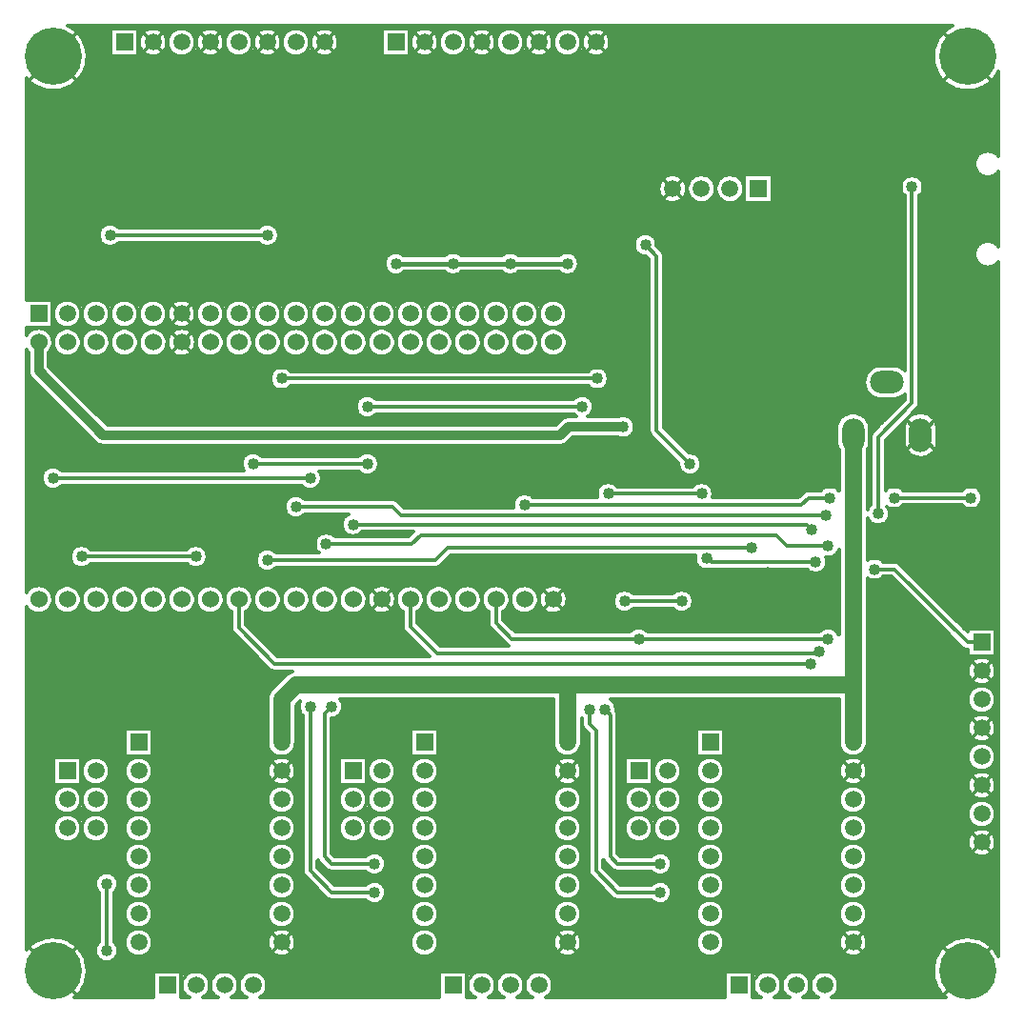
<source format=gbr>
G04 DipTrace 3.3.0.0*
G04 Bottom.gbr*
%MOIN*%
G04 #@! TF.FileFunction,Copper,L2,Bot*
G04 #@! TF.Part,Single*
G04 #@! TA.AperFunction,Conductor*
%ADD14C,0.016*%
%ADD16C,0.012*%
%ADD18C,0.032*%
G04 #@! TA.AperFunction,ViaPad*
%ADD19C,0.03*%
G04 #@! TA.AperFunction,ComponentPad*
%ADD20C,0.06*%
G04 #@! TA.AperFunction,CopperBalancing*
%ADD23C,0.012992*%
G04 #@! TA.AperFunction,ComponentPad*
%ADD31R,0.059055X0.059055*%
%ADD32C,0.059055*%
%ADD33O,0.07874X0.11811*%
%ADD34O,0.11811X0.07874*%
%ADD40C,0.2*%
%ADD41R,0.059X0.059*%
%ADD42C,0.059*%
G04 #@! TA.AperFunction,ViaPad*
%ADD48C,0.04*%
%FSLAX26Y26*%
G04*
G70*
G90*
G75*
G01*
G04 Bottom*
%LPD*%
X1744000Y3019000D2*
D14*
X1794000D1*
X1944000D1*
X2144000D1*
X2344000D1*
X2487000Y2214000D2*
D16*
X2813846D1*
X732000Y849000D2*
Y615000D1*
X644000Y1994000D2*
X1044000D1*
X1444000Y2269000D2*
X544000D1*
X3225249Y1662751D2*
X3231500Y1656500D1*
X1887751D1*
X1794000Y1750251D1*
Y1844000D1*
X2831500Y1987750D2*
X2837750D1*
X2850250Y1975250D1*
X3212750D1*
X3419000Y1950249D2*
X3487751D1*
X3744000Y1694000D1*
X3794000D1*
X1669000Y919000D2*
X1519000D1*
X1494000Y944000D1*
Y1444000D1*
X1519000Y1469000D1*
X1644000Y2319000D2*
X1244000D1*
X2669000Y919000D2*
X2519000D1*
X2494000Y944000D1*
Y1440000D1*
X2487000Y1447000D1*
X2474000D1*
Y1460000D1*
X2448000Y2617000D2*
X1344000D1*
X1669000Y819000D2*
X1519000D1*
X1444000Y894000D1*
Y1469000D1*
X2669000Y819000D2*
X2519000D1*
X2444000Y894000D1*
Y1386000D1*
X2422000Y1408000D1*
Y1460000D1*
X2396000Y2519000D2*
X1644000D1*
X1294000Y1981500D2*
X1881500D1*
X1925250Y2025250D1*
X2987750D1*
X2194000Y2175250D2*
X3162750D1*
X3187750Y2200250D1*
X3262750D1*
X3487750D2*
X3756500D1*
X1394000Y2169000D2*
X1731500D1*
X1762750Y2137750D1*
X3250250D1*
X3431500Y2144000D2*
Y2412750D1*
X3550250Y2531500D1*
Y3287750D1*
X2539000Y2448000D2*
D18*
X2348000D1*
X2319000Y2419000D1*
X719000D1*
X494000Y2644000D1*
Y2744000D1*
X2617000Y3085000D2*
D16*
X2656000Y3046000D1*
Y2435000D1*
X2773000Y2318000D1*
X2544000Y1837750D2*
X2744000D1*
X744000Y3119000D2*
X1294000D1*
X1594000Y2106500D2*
X3181500D1*
X3200250Y2087750D1*
X3194000Y1619000D2*
X1319000D1*
X1194000Y1744000D1*
Y1844000D1*
X3256500Y1706500D2*
X2594000D1*
X2150251D1*
X2094000Y1762751D1*
Y1844000D1*
X1500250Y2037750D2*
X1800250D1*
X1831500Y2069000D1*
X3075250D1*
X3112750Y2031500D1*
X3256500D1*
X1344000Y1344000D2*
D20*
Y1494000D1*
X1394000Y1544000D1*
X2344000D1*
X3344000D1*
Y2419000D1*
X2344000Y1344000D2*
Y1544000D1*
X3344000Y1344000D2*
Y1544000D1*
D48*
X2487000Y2214000D3*
X2813846D3*
X732000Y849000D3*
Y615000D3*
X644000Y1994000D3*
X1044000D3*
X1444000Y2269000D3*
X544000D3*
X3225249Y1662751D3*
X3212750Y1975250D3*
X3419000Y1950249D3*
X1669000Y919000D3*
X1519000Y1469000D3*
X1644000Y2319000D3*
X1244000D3*
X2669000Y919000D3*
X2474000Y1460000D3*
X2448000Y2617000D3*
X1344000D3*
X1669000Y819000D3*
X1444000Y1469000D3*
X2669000Y819000D3*
X2422000Y1460000D3*
X2396000Y2519000D3*
X1644000D3*
X1294000Y1981500D3*
X2987750Y2025250D3*
X2194000Y2175250D3*
X3262750Y2200250D3*
X3487750D3*
X3756500D3*
X1394000Y2169000D3*
X3250250Y2137750D3*
X3431500Y2144000D3*
X3550250Y3287750D3*
X2539000Y2448000D3*
X2544000Y1837750D3*
X744000Y3119000D3*
X1294000D3*
X1594000Y2106500D3*
X3200250Y2087750D3*
X3194000Y1619000D3*
X3256500Y1706500D3*
X2594000D3*
X1500250Y2037750D3*
X3256500Y2031500D3*
X2675250Y1906500D3*
X3700249Y1956500D3*
X3044000Y1937750D3*
X3735000Y3514000D3*
D19*
X2851000Y2617000D3*
D48*
X894000Y3519000D3*
X1094000D3*
X1294000D3*
X1494000D3*
X1844000Y3494000D3*
X2044000D3*
X2244000D3*
X2444000D3*
X1019000Y1094000D3*
Y1044000D3*
X2019000Y1094000D3*
Y1044000D3*
X3019000Y1094000D3*
Y1044000D3*
X1744000Y3019000D3*
X1944000D3*
X2144000D3*
X2344000D3*
D19*
X2877000Y2617000D3*
X2903000D3*
X2851000Y2578000D3*
X2877000D3*
X2903000D3*
X2851000Y2539000D3*
X2877000D3*
X2903000D3*
X3111000Y2968000D3*
Y2929000D3*
D48*
X2773000Y2318000D3*
X2617000Y3085000D3*
X3475000Y3514000D3*
Y2942000D3*
X3735000D3*
X3449000Y3111000D3*
X3169000Y1769000D3*
X2744000Y1762750D3*
X2831500Y1987750D3*
X2744000Y1837750D3*
X618346Y3839210D2*
D23*
X743156D1*
X844845D2*
X872469D1*
X915541D2*
X972447D1*
X1015544D2*
X1072451D1*
X1115548D2*
X1172455D1*
X1215552D2*
X1272459D1*
X1315531D2*
X1372462D1*
X1415534D2*
X1472466D1*
X1515538D2*
X1693155D1*
X1794844D2*
X1822467D1*
X1865539D2*
X1922446D1*
X1965543D2*
X2022449D1*
X2065547D2*
X2122453D1*
X2165551D2*
X2222457D1*
X2265554D2*
X2322461D1*
X2365533D2*
X2422465D1*
X2465537D2*
X3669658D1*
X632607Y3826349D2*
X743156D1*
X844845D2*
X855188D1*
X932821D2*
X955192D1*
X1032825D2*
X1055196D1*
X1132803D2*
X1155174D1*
X1232807D2*
X1255178D1*
X1332811D2*
X1355182D1*
X1432815D2*
X1455186D1*
X1532819D2*
X1693155D1*
X1794844D2*
X1805187D1*
X1882820D2*
X1905190D1*
X1982823D2*
X2005194D1*
X2082802D2*
X2105198D1*
X2182806D2*
X2205177D1*
X2282810D2*
X2305180D1*
X2382813D2*
X2405184D1*
X2482817D2*
X3655397D1*
X643137Y3813488D2*
X743156D1*
X1540837D2*
X1693155D1*
X2490836D2*
X3644867D1*
X651105Y3800627D2*
X743156D1*
X1544390D2*
X1693155D1*
X2494388D2*
X3636899D1*
X657043Y3787766D2*
X743156D1*
X1544441D2*
X1693155D1*
X2494439D2*
X3630961D1*
X661255Y3774906D2*
X743156D1*
X1541015D2*
X1693155D1*
X2491013D2*
X3626749D1*
X663945Y3762045D2*
X743156D1*
X844845D2*
X854858D1*
X933151D2*
X954862D1*
X1033155D2*
X1054841D1*
X1133159D2*
X1154844D1*
X1233137D2*
X1254848D1*
X1333141D2*
X1354852D1*
X1433145D2*
X1454856D1*
X1533149D2*
X1693155D1*
X1794844D2*
X1804857D1*
X1883149D2*
X1904861D1*
X1983153D2*
X2004839D1*
X2083157D2*
X2104843D1*
X2183161D2*
X2204847D1*
X2283139D2*
X2304851D1*
X2383143D2*
X2404854D1*
X2483147D2*
X3624059D1*
X665188Y3749184D2*
X743156D1*
X844845D2*
X871606D1*
X916403D2*
X971610D1*
X1016407D2*
X1071588D1*
X1116411D2*
X1171592D1*
X1216390D2*
X1271596D1*
X1316393D2*
X1371600D1*
X1416397D2*
X1471604D1*
X1516401D2*
X1693155D1*
X1794844D2*
X1821604D1*
X1866402D2*
X1921608D1*
X1966406D2*
X2021612D1*
X2066409D2*
X2121591D1*
X2166388D2*
X2221594D1*
X2266392D2*
X2321598D1*
X2366396D2*
X2421602D1*
X2466399D2*
X3622815D1*
X665062Y3736323D2*
X3622942D1*
X663539Y3723462D2*
X3624465D1*
X660570Y3710601D2*
X3627434D1*
X656028Y3697740D2*
X3631976D1*
X649735Y3684879D2*
X3638269D1*
X641310Y3672018D2*
X3646668D1*
X3841332D2*
X3850761D1*
X630171Y3659157D2*
X3657833D1*
X3830167D2*
X3850761D1*
X451795Y3646297D2*
X473012D1*
X614996D2*
X3673008D1*
X3814992D2*
X3850761D1*
X451795Y3633436D2*
X496027D1*
X591955D2*
X3696048D1*
X3791952D2*
X3850761D1*
X451795Y3620575D2*
X3850761D1*
X451795Y3607714D2*
X3850761D1*
X451795Y3594853D2*
X3850761D1*
X451795Y3581992D2*
X3850761D1*
X451795Y3569131D2*
X3850761D1*
X451795Y3556270D2*
X3850761D1*
X451795Y3543409D2*
X3850761D1*
X451795Y3530549D2*
X3850761D1*
X451795Y3517688D2*
X3850761D1*
X451795Y3504827D2*
X3850761D1*
X451795Y3491966D2*
X3850761D1*
X451795Y3479105D2*
X3850761D1*
X451795Y3466244D2*
X3850761D1*
X451795Y3453383D2*
X3850761D1*
X451795Y3440522D2*
X3850761D1*
X451795Y3427661D2*
X3850761D1*
X451795Y3414801D2*
X3850761D1*
X451795Y3401940D2*
X3782959D1*
X451795Y3389079D2*
X3773012D1*
X451795Y3376218D2*
X3768571D1*
X451795Y3363357D2*
X3768013D1*
X451795Y3350496D2*
X3771185D1*
X451795Y3337635D2*
X3779102D1*
X451795Y3324774D2*
X2687357D1*
X2738143D2*
X2787335D1*
X2838147D2*
X2887339D1*
X2938151D2*
X2961917D1*
X3063581D2*
X3533799D1*
X3566721D2*
X3797600D1*
X3832603D2*
X3850761D1*
X451795Y3311913D2*
X2672360D1*
X2753140D2*
X2772339D1*
X2853144D2*
X2872343D1*
X2953147D2*
X2961916D1*
X3063581D2*
X3517077D1*
X3583443D2*
X3850761D1*
X451795Y3299052D2*
X2665128D1*
X3063581D2*
X3510581D1*
X3589939D2*
X3850761D1*
X451795Y3286192D2*
X2662134D1*
X3063581D2*
X3508982D1*
X3591538D2*
X3850761D1*
X451795Y3273331D2*
X2662591D1*
X3063581D2*
X3511621D1*
X3588874D2*
X3850761D1*
X451795Y3260470D2*
X2666600D1*
X2758900D2*
X2766582D1*
X2858904D2*
X2866608D1*
X3063581D2*
X3519690D1*
X3580804D2*
X3850761D1*
X451795Y3247609D2*
X2675329D1*
X2750171D2*
X2775333D1*
X2850175D2*
X2875311D1*
X2950179D2*
X2961917D1*
X3063581D2*
X3522938D1*
X3577556D2*
X3850761D1*
X451795Y3234748D2*
X2695071D1*
X2730429D2*
X2795075D1*
X2830433D2*
X2895079D1*
X2930411D2*
X2961917D1*
X3063581D2*
X3522938D1*
X3577556D2*
X3850761D1*
X451795Y3221887D2*
X3522938D1*
X3577556D2*
X3850761D1*
X451795Y3209026D2*
X3522938D1*
X3577556D2*
X3850761D1*
X451795Y3196165D2*
X3522938D1*
X3577556D2*
X3850761D1*
X451795Y3183304D2*
X3522938D1*
X3577556D2*
X3850761D1*
X451795Y3170444D2*
X3522938D1*
X3577556D2*
X3850761D1*
X451795Y3157583D2*
X732118D1*
X755880D2*
X1282127D1*
X1305888D2*
X3522938D1*
X3577556D2*
X3850761D1*
X451795Y3144722D2*
X712046D1*
X1325934D2*
X3522938D1*
X3577556D2*
X3850761D1*
X451795Y3131861D2*
X704814D1*
X1333192D2*
X3522938D1*
X3577556D2*
X3850761D1*
X451795Y3119000D2*
X702683D1*
X1335298D2*
X2594610D1*
X2639383D2*
X3522938D1*
X3577556D2*
X3850761D1*
X451795Y3106139D2*
X704814D1*
X1333192D2*
X2581745D1*
X2652273D2*
X3522938D1*
X3577556D2*
X3850761D1*
X451795Y3093278D2*
X712046D1*
X1325934D2*
X2576569D1*
X2657450D2*
X3522938D1*
X3577556D2*
X3791840D1*
X3838363D2*
X3850761D1*
X451795Y3080417D2*
X732118D1*
X755880D2*
X1282127D1*
X1305888D2*
X2575960D1*
X2659657D2*
X3522938D1*
X3577556D2*
X3776970D1*
X451795Y3067556D2*
X2579690D1*
X2672523D2*
X3522938D1*
X3577556D2*
X3770220D1*
X451795Y3054696D2*
X1724620D1*
X1763378D2*
X1924628D1*
X1963361D2*
X2124636D1*
X2163368D2*
X2324643D1*
X2363376D2*
X2589586D1*
X2681810D2*
X3522938D1*
X3577556D2*
X3767835D1*
X451795Y3041835D2*
X1709852D1*
X2378144D2*
X2622092D1*
X2683307D2*
X3522938D1*
X3577556D2*
X3769154D1*
X451795Y3028974D2*
X1703965D1*
X2384031D2*
X2628689D1*
X2683307D2*
X3522938D1*
X3577556D2*
X3774509D1*
X451795Y3016113D2*
X1702797D1*
X2385199D2*
X2628689D1*
X2683307D2*
X3522938D1*
X3577556D2*
X3786156D1*
X3844047D2*
X3850783D1*
X451795Y3003252D2*
X1705919D1*
X2382078D2*
X2628689D1*
X2683307D2*
X3522938D1*
X3577556D2*
X3850761D1*
X451795Y2990391D2*
X1714724D1*
X1773275D2*
X1914731D1*
X1973257D2*
X2114739D1*
X2173265D2*
X2314722D1*
X2373272D2*
X2628689D1*
X2683307D2*
X3522938D1*
X3577556D2*
X3850761D1*
X451795Y2977530D2*
X2628689D1*
X2683307D2*
X3522938D1*
X3577556D2*
X3850761D1*
X451795Y2964669D2*
X2628689D1*
X2683307D2*
X3522938D1*
X3577556D2*
X3850761D1*
X451795Y2951808D2*
X2628689D1*
X2683307D2*
X3522938D1*
X3577556D2*
X3850761D1*
X451795Y2938948D2*
X2628689D1*
X2683307D2*
X3522938D1*
X3577556D2*
X3850761D1*
X451795Y2926087D2*
X2628689D1*
X2683307D2*
X3522938D1*
X3577556D2*
X3850761D1*
X451795Y2913226D2*
X2628689D1*
X2683307D2*
X3522938D1*
X3577556D2*
X3850761D1*
X451795Y2900365D2*
X2628689D1*
X2683307D2*
X3522938D1*
X3577556D2*
X3850761D1*
X544834Y2887504D2*
X569006D1*
X618980D2*
X669010D1*
X718984D2*
X769014D1*
X818988D2*
X869018D1*
X918992D2*
X969021D1*
X1018995D2*
X1069000D1*
X1118999D2*
X1169004D1*
X1218978D2*
X1269008D1*
X1318982D2*
X1369011D1*
X1418985D2*
X1469015D1*
X1518989D2*
X1569019D1*
X1618993D2*
X1669023D1*
X1718997D2*
X1769001D1*
X1819001D2*
X1869005D1*
X1918979D2*
X1969009D1*
X2018983D2*
X2069013D1*
X2118987D2*
X2169017D1*
X2218991D2*
X2269021D1*
X2318995D2*
X2628689D1*
X2683307D2*
X3522938D1*
X3577556D2*
X3850761D1*
X544834Y2874643D2*
X553781D1*
X634231D2*
X653785D1*
X734209D2*
X753789D1*
X834213D2*
X853792D1*
X934217D2*
X953771D1*
X1034221D2*
X1053775D1*
X1134224D2*
X1153779D1*
X1234228D2*
X1253782D1*
X1334207D2*
X1353786D1*
X1434211D2*
X1453790D1*
X1534214D2*
X1553769D1*
X1634218D2*
X1653772D1*
X1734222D2*
X1753776D1*
X1834226D2*
X1853780D1*
X1934230D2*
X1953784D1*
X2034208D2*
X2053788D1*
X2134212D2*
X2153792D1*
X2234216D2*
X2253770D1*
X2334220D2*
X2628689D1*
X2683307D2*
X3522938D1*
X3577556D2*
X3850761D1*
X2341528Y2861782D2*
X2628689D1*
X2683307D2*
X3522938D1*
X3577556D2*
X3850761D1*
X2344598Y2848921D2*
X2628689D1*
X2683307D2*
X3522938D1*
X3577556D2*
X3850761D1*
X2344192Y2836060D2*
X2628689D1*
X2683307D2*
X3522938D1*
X3577556D2*
X3850761D1*
X640245Y2823199D2*
X647721D1*
X740248D2*
X747753D1*
X840252D2*
X847753D1*
X940256D2*
X947766D1*
X1040260D2*
X1047735D1*
X1140264D2*
X1147739D1*
X1240268D2*
X1247739D1*
X1340246D2*
X1347747D1*
X1440250D2*
X1447748D1*
X1540254D2*
X1547755D1*
X1640258D2*
X1647733D1*
X1740261D2*
X1747759D1*
X1840265D2*
X1847741D1*
X1940244D2*
X1947724D1*
X2040248D2*
X2047749D1*
X2140251D2*
X2147752D1*
X2240255D2*
X2247729D1*
X2340259D2*
X2628689D1*
X2683307D2*
X3522938D1*
X3577556D2*
X3850761D1*
X544834Y2810339D2*
X556369D1*
X631642D2*
X656348D1*
X731646D2*
X756352D1*
X831650D2*
X856355D1*
X931628D2*
X956359D1*
X1031632D2*
X1056363D1*
X1131636D2*
X1156367D1*
X1231640D2*
X1256371D1*
X1331644D2*
X1356349D1*
X1431648D2*
X1456353D1*
X1531652D2*
X1556357D1*
X1631630D2*
X1656361D1*
X1731634D2*
X1756365D1*
X1831638D2*
X1856368D1*
X1931642D2*
X1956372D1*
X2031645D2*
X2056351D1*
X2131649D2*
X2156355D1*
X2231628D2*
X2256358D1*
X2331632D2*
X2628689D1*
X2683307D2*
X3522938D1*
X3577556D2*
X3850761D1*
X544834Y2797478D2*
X575680D1*
X612306D2*
X675684D1*
X712310D2*
X775687D1*
X812314D2*
X875691D1*
X912318D2*
X975695D1*
X1012322D2*
X1075699D1*
X1112300D2*
X1175677D1*
X1212304D2*
X1275681D1*
X1312308D2*
X1375685D1*
X1412312D2*
X1475689D1*
X1512316D2*
X1575693D1*
X1612319D2*
X1675697D1*
X1712323D2*
X1775701D1*
X1812302D2*
X1875679D1*
X1912306D2*
X1975683D1*
X2012309D2*
X2075687D1*
X2112313D2*
X2175691D1*
X2212317D2*
X2275694D1*
X2312321D2*
X2628689D1*
X2683307D2*
X3522938D1*
X3577556D2*
X3850761D1*
X451795Y2784617D2*
X463521D1*
X524483D2*
X563525D1*
X624461D2*
X663529D1*
X724465D2*
X763533D1*
X824469D2*
X863537D1*
X924473D2*
X963540D1*
X1024477D2*
X1063519D1*
X1124480D2*
X1163523D1*
X1224484D2*
X1263527D1*
X1324463D2*
X1363530D1*
X1424467D2*
X1463534D1*
X1524470D2*
X1563538D1*
X1624474D2*
X1663517D1*
X1724478D2*
X1763520D1*
X1824482D2*
X1863524D1*
X1924460D2*
X1963528D1*
X2024464D2*
X2063532D1*
X2124468D2*
X2163536D1*
X2224472D2*
X2263540D1*
X2324476D2*
X2628689D1*
X2683307D2*
X3522938D1*
X3577556D2*
X3850761D1*
X536891Y2771756D2*
X551091D1*
X636895D2*
X651095D1*
X736899D2*
X751099D1*
X836903D2*
X851103D1*
X936907D2*
X951107D1*
X1036885D2*
X1051110D1*
X1136889D2*
X1151114D1*
X1236893D2*
X1251093D1*
X1336897D2*
X1351097D1*
X1436900D2*
X1451100D1*
X1536904D2*
X1551104D1*
X1636908D2*
X1651108D1*
X1736887D2*
X1751112D1*
X1836890D2*
X1851090D1*
X1936894D2*
X1951094D1*
X2036898D2*
X2051098D1*
X2136902D2*
X2151102D1*
X2236906D2*
X2251106D1*
X2336910D2*
X2628689D1*
X2683307D2*
X3522938D1*
X3577556D2*
X3850761D1*
X2343025Y2758895D2*
X2628689D1*
X2683307D2*
X3522938D1*
X3577556D2*
X3850761D1*
X2345258Y2746034D2*
X2628689D1*
X2683307D2*
X3522938D1*
X3577556D2*
X3850761D1*
X2344116Y2733173D2*
X2628689D1*
X2683307D2*
X3522938D1*
X3577556D2*
X3850761D1*
X539353Y2720312D2*
X548655D1*
X639331D2*
X648659D1*
X739335D2*
X748663D1*
X839339D2*
X848667D1*
X939343D2*
X948677D1*
X1039346D2*
X1048649D1*
X1139350D2*
X1148653D1*
X1239329D2*
X1248657D1*
X1339333D2*
X1348661D1*
X1439336D2*
X1448662D1*
X1539340D2*
X1548668D1*
X1639344D2*
X1648647D1*
X1739348D2*
X1748651D1*
X1839352D2*
X1848654D1*
X1939330D2*
X1948658D1*
X2039334D2*
X2048662D1*
X2139338D2*
X2148666D1*
X2239342D2*
X2248670D1*
X2339346D2*
X2628689D1*
X2683307D2*
X3522938D1*
X3577556D2*
X3850761D1*
X531309Y2707451D2*
X558577D1*
X629435D2*
X658581D1*
X729439D2*
X758559D1*
X829442D2*
X858563D1*
X929421D2*
X958567D1*
X1029425D2*
X1058571D1*
X1129429D2*
X1158575D1*
X1229432D2*
X1258578D1*
X1329436D2*
X1358557D1*
X1429440D2*
X1458561D1*
X1529419D2*
X1558565D1*
X1629422D2*
X1658568D1*
X1729426D2*
X1758572D1*
X1829430D2*
X1858576D1*
X1929434D2*
X1958580D1*
X2029438D2*
X2058558D1*
X2129442D2*
X2158562D1*
X2229420D2*
X2258566D1*
X2329424D2*
X2628689D1*
X2683307D2*
X3522938D1*
X3577556D2*
X3850761D1*
X531309Y2694591D2*
X584992D1*
X603019D2*
X684996D1*
X703023D2*
X785000D1*
X803001D2*
X884979D1*
X903005D2*
X984982D1*
X1003009D2*
X1084986D1*
X1103013D2*
X1184990D1*
X1203017D2*
X1284994D1*
X1303021D2*
X1384998D1*
X1403024D2*
X1484976D1*
X1503003D2*
X1584980D1*
X1603007D2*
X1684984D1*
X1703011D2*
X1784988D1*
X1803014D2*
X1884992D1*
X1903018D2*
X1984996D1*
X2003022D2*
X2084999D1*
X2103001D2*
X2184978D1*
X2203004D2*
X2284982D1*
X2303008D2*
X2628689D1*
X2683307D2*
X3522938D1*
X3577556D2*
X3850761D1*
X531309Y2681730D2*
X2628689D1*
X2683307D2*
X3522938D1*
X3577556D2*
X3850761D1*
X531309Y2668869D2*
X2628689D1*
X2683307D2*
X3522938D1*
X3577556D2*
X3850761D1*
X534227Y2656008D2*
X1333816D1*
X1354177D2*
X2437817D1*
X2458178D2*
X2628689D1*
X2683307D2*
X3412404D1*
X3511809D2*
X3522938D1*
X3577556D2*
X3850761D1*
X547067Y2643147D2*
X1312425D1*
X1375568D2*
X2416425D1*
X2479569D2*
X2628689D1*
X2683307D2*
X3396443D1*
X3577556D2*
X3850761D1*
X451795Y2630286D2*
X459410D1*
X559932D2*
X1304964D1*
X2487030D2*
X2628689D1*
X2683307D2*
X3387866D1*
X3577556D2*
X3850761D1*
X451795Y2617425D2*
X468342D1*
X572797D2*
X1302706D1*
X2489313D2*
X2628689D1*
X2683307D2*
X3383273D1*
X3577556D2*
X3850761D1*
X451795Y2604564D2*
X481208D1*
X585662D2*
X1304685D1*
X2487334D2*
X2628689D1*
X2683307D2*
X3381751D1*
X3577556D2*
X3850761D1*
X451795Y2591703D2*
X494073D1*
X598528D2*
X1311714D1*
X2480305D2*
X2628689D1*
X2683307D2*
X3383045D1*
X3577556D2*
X3850761D1*
X451795Y2578843D2*
X506938D1*
X611368D2*
X1330669D1*
X1357324D2*
X2434670D1*
X2461324D2*
X2628689D1*
X2683307D2*
X3387359D1*
X3577556D2*
X3850761D1*
X451795Y2565982D2*
X519803D1*
X624233D2*
X2628689D1*
X2683307D2*
X3395555D1*
X3577556D2*
X3850761D1*
X451795Y2553121D2*
X532669D1*
X637098D2*
X1621800D1*
X1666191D2*
X2373820D1*
X2418187D2*
X2628689D1*
X2683307D2*
X3410577D1*
X3513636D2*
X3522938D1*
X3577556D2*
X3850761D1*
X451795Y2540260D2*
X545509D1*
X649963D2*
X1608808D1*
X2431179D2*
X2628689D1*
X2683307D2*
X3520934D1*
X3577556D2*
X3850761D1*
X451795Y2527399D2*
X558374D1*
X662829D2*
X1603580D1*
X2436406D2*
X2628689D1*
X2683307D2*
X3508069D1*
X3577226D2*
X3850761D1*
X451795Y2514538D2*
X571239D1*
X675694D2*
X1602946D1*
X2437066D2*
X2628689D1*
X2683307D2*
X3495203D1*
X3571263D2*
X3850761D1*
X451795Y2501677D2*
X584104D1*
X688534D2*
X1606625D1*
X2433361D2*
X2628689D1*
X2683307D2*
X3482338D1*
X3558499D2*
X3850761D1*
X451795Y2488816D2*
X596970D1*
X701399D2*
X1616445D1*
X1671571D2*
X2368441D1*
X2423566D2*
X2628689D1*
X2683307D2*
X3310878D1*
X3377117D2*
X3469498D1*
X3613335D2*
X3850761D1*
X451795Y2475955D2*
X609835D1*
X714264D2*
X2324009D1*
X2568915D2*
X2628689D1*
X2683307D2*
X3296464D1*
X3391530D2*
X3456633D1*
X3627748D2*
X3850761D1*
X451795Y2463094D2*
X622675D1*
X727129D2*
X2310864D1*
X2577340D2*
X2628689D1*
X2683307D2*
X3288573D1*
X3399422D2*
X3443768D1*
X3635640D2*
X3850761D1*
X451795Y2450234D2*
X635540D1*
X2580233D2*
X2628689D1*
X2683307D2*
X3284462D1*
X3403533D2*
X3430902D1*
X3507064D2*
X3520680D1*
X3639776D2*
X3850761D1*
X451795Y2437373D2*
X648405D1*
X2578863D2*
X2628689D1*
X2691706D2*
X3283320D1*
X3404675D2*
X3418037D1*
X3494198D2*
X3519538D1*
X3640893D2*
X3850761D1*
X451795Y2424512D2*
X661270D1*
X2572696D2*
X2630897D1*
X2704572D2*
X3283320D1*
X3481333D2*
X3519538D1*
X3640893D2*
X3850761D1*
X451795Y2411651D2*
X674136D1*
X2363884D2*
X2520997D1*
X2557015D2*
X2641276D1*
X2717437D2*
X3283320D1*
X3468493D2*
X3519538D1*
X3640893D2*
X3850761D1*
X451795Y2398790D2*
X686976D1*
X2351018D2*
X2654141D1*
X2730302D2*
X3283320D1*
X3458800D2*
X3519538D1*
X3640893D2*
X3850761D1*
X451795Y2385929D2*
X703444D1*
X2334550D2*
X2666981D1*
X2743142D2*
X3284843D1*
X3458800D2*
X3521061D1*
X3639370D2*
X3850761D1*
X451795Y2373068D2*
X2679846D1*
X2756007D2*
X3289435D1*
X3458800D2*
X3525654D1*
X3634777D2*
X3850761D1*
X451795Y2360207D2*
X2692711D1*
X2768872D2*
X3292683D1*
X3395311D2*
X3404215D1*
X3458800D2*
X3534230D1*
X3626200D2*
X3850761D1*
X451795Y2347346D2*
X1214476D1*
X1273535D2*
X1614466D1*
X1673525D2*
X2705576D1*
X2801480D2*
X3292683D1*
X3395311D2*
X3404215D1*
X3458800D2*
X3550191D1*
X3610239D2*
X3850761D1*
X451795Y2334486D2*
X1205823D1*
X1682178D2*
X2718442D1*
X2810742D2*
X3292683D1*
X3395311D2*
X3404215D1*
X3458800D2*
X3850761D1*
X451795Y2321625D2*
X1202778D1*
X1685223D2*
X2731307D1*
X2814142D2*
X3292683D1*
X3395311D2*
X3404215D1*
X3458800D2*
X3850761D1*
X451795Y2308764D2*
X538277D1*
X549706D2*
X1204022D1*
X1683979D2*
X2732779D1*
X2813228D2*
X3292683D1*
X3395311D2*
X3404215D1*
X3458800D2*
X3850761D1*
X451795Y2295903D2*
X513079D1*
X574903D2*
X1210036D1*
X1677965D2*
X2738361D1*
X2807646D2*
X3292683D1*
X3395311D2*
X3404215D1*
X3458800D2*
X3850761D1*
X451795Y2283042D2*
X505238D1*
X1482753D2*
X1625149D1*
X1662842D2*
X2752241D1*
X2793766D2*
X3292683D1*
X3395311D2*
X3404215D1*
X3458800D2*
X3850761D1*
X451795Y2270181D2*
X502701D1*
X1485291D2*
X3292683D1*
X3395311D2*
X3404215D1*
X3458800D2*
X3850761D1*
X451795Y2257320D2*
X504426D1*
X1483565D2*
X3292683D1*
X3395311D2*
X3404215D1*
X3458800D2*
X3850761D1*
X451795Y2244459D2*
X511100D1*
X1476892D2*
X2459766D1*
X2514232D2*
X2786600D1*
X2841090D2*
X3292683D1*
X3395311D2*
X3404215D1*
X3458800D2*
X3850761D1*
X451795Y2231598D2*
X528507D1*
X559501D2*
X1428491D1*
X1459510D2*
X2449769D1*
X2851063D2*
X3236604D1*
X3395311D2*
X3404215D1*
X3513915D2*
X3730356D1*
X3782664D2*
X3850761D1*
X451795Y2218738D2*
X2445962D1*
X2854869D2*
X3168167D1*
X3395311D2*
X3404215D1*
X3793271D2*
X3850761D1*
X451795Y2205877D2*
X1377182D1*
X1410815D2*
X2166961D1*
X2221046D2*
X2446521D1*
X2854311D2*
X3155302D1*
X3395311D2*
X3404215D1*
X3797407D2*
X3850761D1*
X451795Y2193016D2*
X1360714D1*
X1742774D2*
X2156862D1*
X3395311D2*
X3404215D1*
X3797154D2*
X3850761D1*
X451795Y2180155D2*
X1354268D1*
X1758430D2*
X2153005D1*
X3395311D2*
X3404215D1*
X3792383D2*
X3850761D1*
X451795Y2167294D2*
X1352721D1*
X1771295D2*
X2153487D1*
X3511733D2*
X3732513D1*
X3780482D2*
X3850761D1*
X451795Y2154433D2*
X1355436D1*
X3471411D2*
X3850761D1*
X451795Y2141572D2*
X1363581D1*
X1424416D2*
X1573460D1*
X3472731D2*
X3850761D1*
X451795Y2128711D2*
X1559427D1*
X3469762D2*
X3850761D1*
X451795Y2115850D2*
X1553794D1*
X3461236D2*
X3850761D1*
X451795Y2102990D2*
X1552855D1*
X3395311D2*
X3850761D1*
X451795Y2090129D2*
X1556205D1*
X3395311D2*
X3850761D1*
X451795Y2077268D2*
X1492716D1*
X1507799D2*
X1565390D1*
X1622622D2*
X1801685D1*
X3395311D2*
X3850761D1*
X451795Y2064407D2*
X1469117D1*
X1531372D2*
X1788820D1*
X3395311D2*
X3850761D1*
X451795Y2051546D2*
X1461403D1*
X3395311D2*
X3850761D1*
X451795Y2038685D2*
X1458941D1*
X3395311D2*
X3850761D1*
X451795Y2025824D2*
X618462D1*
X669553D2*
X1018452D1*
X1069543D2*
X1460768D1*
X3395311D2*
X3850761D1*
X451795Y2012963D2*
X607475D1*
X1080530D2*
X1267993D1*
X1320022D2*
X1467544D1*
X3395311D2*
X3850761D1*
X451795Y2000102D2*
X603161D1*
X1084844D2*
X1257284D1*
X3282594D2*
X3292683D1*
X3395311D2*
X3850761D1*
X451795Y1987241D2*
X603263D1*
X1084743D2*
X1253097D1*
X1925323D2*
X2790203D1*
X3252220D2*
X3292683D1*
X3395311D2*
X3402453D1*
X3435531D2*
X3850761D1*
X451795Y1974381D2*
X607830D1*
X1080175D2*
X1253326D1*
X1912458D2*
X2792487D1*
X3254047D2*
X3292683D1*
X3498741D2*
X3850761D1*
X451795Y1961520D2*
X619351D1*
X668665D2*
X1019341D1*
X1068655D2*
X1258046D1*
X1899440D2*
X2799998D1*
X3251636D2*
X3292683D1*
X3514549D2*
X3850761D1*
X451795Y1948659D2*
X1269845D1*
X1318144D2*
X2821694D1*
X2841319D2*
X3181565D1*
X3243948D2*
X3292683D1*
X3527415D2*
X3850761D1*
X451795Y1935798D2*
X3204809D1*
X3220704D2*
X3292683D1*
X3540280D2*
X3850761D1*
X451795Y1922937D2*
X3292683D1*
X3449538D2*
X3476984D1*
X3553145D2*
X3850761D1*
X451795Y1910076D2*
X3292683D1*
X3395311D2*
X3489849D1*
X3566010D2*
X3850761D1*
X451795Y1897215D2*
X3292683D1*
X3395311D2*
X3502714D1*
X3578876D2*
X3850761D1*
X451795Y1884354D2*
X463166D1*
X524838D2*
X563170D1*
X624842D2*
X663174D1*
X724846D2*
X763177D1*
X824824D2*
X863156D1*
X924828D2*
X963160D1*
X1024832D2*
X1063164D1*
X1124836D2*
X1163167D1*
X1224839D2*
X1263171D1*
X1324843D2*
X1363175D1*
X1424822D2*
X1463154D1*
X1524826D2*
X1563157D1*
X1624829D2*
X1663161D1*
X1724833D2*
X1763165D1*
X1824837D2*
X1863169D1*
X1924841D2*
X1963173D1*
X2024845D2*
X2063177D1*
X2124823D2*
X2163155D1*
X2224827D2*
X2263159D1*
X2324831D2*
X3292683D1*
X3395311D2*
X3515554D1*
X3591716D2*
X3850761D1*
X537069Y1871493D2*
X550939D1*
X637073D2*
X650917D1*
X737076D2*
X750921D1*
X837080D2*
X850925D1*
X937059D2*
X950929D1*
X1037063D2*
X1050933D1*
X1137066D2*
X1150937D1*
X1237070D2*
X1250940D1*
X1337074D2*
X1350919D1*
X1437078D2*
X1450923D1*
X1537082D2*
X1550927D1*
X1637060D2*
X1650930D1*
X1737064D2*
X1750934D1*
X1837068D2*
X1850938D1*
X1937072D2*
X1950917D1*
X2037076D2*
X2050920D1*
X2137080D2*
X2150924D1*
X2237083D2*
X2250928D1*
X2337062D2*
X2521200D1*
X2566784D2*
X2721208D1*
X2766792D2*
X3292683D1*
X3395311D2*
X3528420D1*
X3604581D2*
X3850761D1*
X2343127Y1858633D2*
X2508563D1*
X2779429D2*
X3292683D1*
X3395311D2*
X3541285D1*
X3617446D2*
X3850761D1*
X2345283Y1845772D2*
X2503513D1*
X2784504D2*
X3292683D1*
X3395311D2*
X3554150D1*
X3630311D2*
X3850761D1*
X2344065Y1832911D2*
X2502980D1*
X2785011D2*
X3292683D1*
X3395311D2*
X3567015D1*
X3643177D2*
X3850761D1*
X539200Y1820050D2*
X548807D1*
X639204D2*
X648811D1*
X739208D2*
X748790D1*
X839186D2*
X848794D1*
X939190D2*
X948819D1*
X1039194D2*
X1048801D1*
X1139198D2*
X1148805D1*
X1239202D2*
X1248809D1*
X1339206D2*
X1348813D1*
X1439210D2*
X1448805D1*
X1539188D2*
X1548795D1*
X1639192D2*
X1648799D1*
X1739196D2*
X1748803D1*
X1839200D2*
X1848807D1*
X1939203D2*
X1948810D1*
X2039207D2*
X2048789D1*
X2139211D2*
X2148793D1*
X2239190D2*
X2248797D1*
X2339193D2*
X2506812D1*
X2781179D2*
X3292683D1*
X3395311D2*
X3579881D1*
X3656042D2*
X3850761D1*
X451795Y1807189D2*
X458852D1*
X529152D2*
X558856D1*
X629156D2*
X658860D1*
X729159D2*
X758864D1*
X829138D2*
X858842D1*
X929142D2*
X958846D1*
X1029146D2*
X1058850D1*
X1129149D2*
X1158854D1*
X1229153D2*
X1258858D1*
X1329157D2*
X1358861D1*
X1429136D2*
X1458840D1*
X1529139D2*
X1558844D1*
X1629143D2*
X1658848D1*
X1729147D2*
X1758851D1*
X1829151D2*
X1858855D1*
X1929155D2*
X1958859D1*
X2029159D2*
X2058863D1*
X2129137D2*
X2158841D1*
X2229141D2*
X2258845D1*
X2329145D2*
X2516886D1*
X2571123D2*
X2716894D1*
X2771131D2*
X3292683D1*
X3395311D2*
X3592720D1*
X3668882D2*
X3850761D1*
X451795Y1794328D2*
X486917D1*
X501087D2*
X586921D1*
X601091D2*
X686925D1*
X701094D2*
X786903D1*
X801098D2*
X886907D1*
X901077D2*
X986911D1*
X1001081D2*
X1086915D1*
X1101100D2*
X1166695D1*
X1221312D2*
X1286923D1*
X1301092D2*
X1386926D1*
X1401096D2*
X1486905D1*
X1501074D2*
X1586909D1*
X1601102D2*
X1686913D1*
X1701082D2*
X1766692D1*
X1821310D2*
X1886920D1*
X1901090D2*
X1986924D1*
X2001094D2*
X2066704D1*
X2121296D2*
X2186906D1*
X2201076D2*
X2286910D1*
X2301080D2*
X3292683D1*
X3395311D2*
X3605586D1*
X3681747D2*
X3850761D1*
X451795Y1781467D2*
X1166695D1*
X1221312D2*
X1766692D1*
X1821310D2*
X2066704D1*
X2121296D2*
X3292683D1*
X3395311D2*
X3618451D1*
X3694612D2*
X3850761D1*
X451795Y1768606D2*
X1166695D1*
X1221312D2*
X1766692D1*
X1821310D2*
X2066704D1*
X2126219D2*
X3292683D1*
X3395311D2*
X3631316D1*
X3707477D2*
X3850761D1*
X451795Y1755745D2*
X1166695D1*
X1221312D2*
X1766692D1*
X1826588D2*
X2067643D1*
X2139084D2*
X3292683D1*
X3395311D2*
X3644181D1*
X3720343D2*
X3850761D1*
X451795Y1742885D2*
X1166720D1*
X1233188D2*
X1767758D1*
X1839453D2*
X2075788D1*
X2151949D2*
X2576061D1*
X2611927D2*
X3238558D1*
X3274449D2*
X3292683D1*
X3395311D2*
X3657047D1*
X3733208D2*
X3743170D1*
X451795Y1730024D2*
X1170780D1*
X1246053D2*
X1776157D1*
X1852319D2*
X2088653D1*
X3395311D2*
X3669887D1*
X451795Y1717163D2*
X1182757D1*
X1258918D2*
X1788997D1*
X1865158D2*
X2101519D1*
X3395311D2*
X3682752D1*
X451795Y1704302D2*
X1195622D1*
X1271784D2*
X1801862D1*
X1878024D2*
X2114359D1*
X3395311D2*
X3695617D1*
X451795Y1691441D2*
X1208488D1*
X1284649D2*
X1814728D1*
X1890889D2*
X2127224D1*
X3395311D2*
X3708482D1*
X451795Y1678580D2*
X1221328D1*
X1297489D2*
X1827593D1*
X3395311D2*
X3721348D1*
X451795Y1665719D2*
X1234193D1*
X1310354D2*
X1840458D1*
X3395311D2*
X3743170D1*
X451795Y1652858D2*
X1247058D1*
X1323219D2*
X1853323D1*
X3395311D2*
X3743170D1*
X451795Y1639997D2*
X1259923D1*
X3395311D2*
X3774306D1*
X3813673D2*
X3850761D1*
X451795Y1627136D2*
X1272789D1*
X3395311D2*
X3755883D1*
X3832121D2*
X3850761D1*
X451795Y1614276D2*
X1285654D1*
X3395311D2*
X3747509D1*
X3840494D2*
X3850761D1*
X451795Y1601415D2*
X1298494D1*
X3395311D2*
X3743728D1*
X3844275D2*
X3850784D1*
X451795Y1588554D2*
X1370001D1*
X3395311D2*
X3743475D1*
X451795Y1575693D2*
X1353659D1*
X3395311D2*
X3746672D1*
X3841332D2*
X3850761D1*
X451795Y1562832D2*
X1340820D1*
X3395311D2*
X3754208D1*
X3833795D2*
X3850761D1*
X451795Y1549971D2*
X1327954D1*
X3395311D2*
X3769992D1*
X3817987D2*
X3850761D1*
X451795Y1537110D2*
X1315089D1*
X3395311D2*
X3768292D1*
X3819687D2*
X3850761D1*
X451795Y1524249D2*
X1302884D1*
X3395311D2*
X3753473D1*
X3834531D2*
X3850761D1*
X451795Y1511388D2*
X1295804D1*
X3395311D2*
X3746317D1*
X3841687D2*
X3850761D1*
X451795Y1498528D2*
X1292886D1*
X3395311D2*
X3743373D1*
X451795Y1485667D2*
X1292683D1*
X1556672D2*
X2292696D1*
X2505985D2*
X3292683D1*
X3395311D2*
X3743881D1*
X3844123D2*
X3850753D1*
X451795Y1472806D2*
X1292683D1*
X1395310D2*
X1402893D1*
X1560123D2*
X2292696D1*
X2513191D2*
X3292683D1*
X3395311D2*
X3747941D1*
X3840063D2*
X3850761D1*
X451795Y1459945D2*
X1292683D1*
X1395310D2*
X1403739D1*
X1559260D2*
X2292696D1*
X2515298D2*
X3292683D1*
X3395311D2*
X3756721D1*
X3831283D2*
X3850761D1*
X451795Y1447084D2*
X1292683D1*
X1395310D2*
X1409231D1*
X1553779D2*
X2292696D1*
X2520322D2*
X3292683D1*
X3395311D2*
X3776818D1*
X3811186D2*
X3850761D1*
X451795Y1434223D2*
X1292683D1*
X1395310D2*
X1416692D1*
X1540076D2*
X2292696D1*
X2521312D2*
X3292683D1*
X3395311D2*
X3763800D1*
X3824204D2*
X3850761D1*
X451795Y1421362D2*
X1292683D1*
X1395310D2*
X1416692D1*
X1521298D2*
X2292696D1*
X2521312D2*
X3292683D1*
X3395311D2*
X3751417D1*
X3836587D2*
X3850761D1*
X451795Y1408501D2*
X1292683D1*
X1395310D2*
X1416692D1*
X1521298D2*
X2292696D1*
X2521312D2*
X3292683D1*
X3395311D2*
X3745327D1*
X3842677D2*
X3850761D1*
X451795Y1395640D2*
X1292683D1*
X1395310D2*
X1416692D1*
X1521298D2*
X2292696D1*
X2521312D2*
X3292683D1*
X3395311D2*
X3743196D1*
X451795Y1382780D2*
X793196D1*
X894809D2*
X1292683D1*
X1395310D2*
X1416692D1*
X1521298D2*
X1793184D1*
X1894797D2*
X2292696D1*
X2395298D2*
X2409143D1*
X2521312D2*
X2793197D1*
X2894810D2*
X3292683D1*
X3395311D2*
X3744464D1*
X3843539D2*
X3850776D1*
X451795Y1369919D2*
X793196D1*
X894809D2*
X1292683D1*
X1395310D2*
X1416692D1*
X1521298D2*
X1793184D1*
X1894797D2*
X2292696D1*
X2395298D2*
X2416705D1*
X2521312D2*
X2793197D1*
X2894810D2*
X3292683D1*
X3395311D2*
X3749413D1*
X3838591D2*
X3850761D1*
X451795Y1357058D2*
X793196D1*
X894809D2*
X1292683D1*
X1395310D2*
X1416692D1*
X1521298D2*
X1793184D1*
X1894797D2*
X2292696D1*
X2395298D2*
X2416705D1*
X2521312D2*
X2793197D1*
X2894810D2*
X3292683D1*
X3395311D2*
X3759690D1*
X3828289D2*
X3850761D1*
X451795Y1344197D2*
X793196D1*
X894809D2*
X1292683D1*
X1395310D2*
X1416692D1*
X1521298D2*
X1793184D1*
X1894797D2*
X2292696D1*
X2395298D2*
X2416705D1*
X2521312D2*
X2793197D1*
X2894810D2*
X3292683D1*
X3395311D2*
X3850761D1*
X451795Y1331336D2*
X793196D1*
X894809D2*
X1294332D1*
X1393686D2*
X1416692D1*
X1521298D2*
X1793184D1*
X1894797D2*
X2294320D1*
X2393674D2*
X2416705D1*
X2521312D2*
X2793197D1*
X2894810D2*
X3294333D1*
X3393687D2*
X3760146D1*
X3827858D2*
X3850761D1*
X451795Y1318475D2*
X793196D1*
X894809D2*
X1299686D1*
X1388307D2*
X1416692D1*
X1521298D2*
X1793184D1*
X1894797D2*
X2299699D1*
X2388294D2*
X2416705D1*
X2521312D2*
X2793197D1*
X2894810D2*
X3299687D1*
X3388308D2*
X3749641D1*
X3838363D2*
X3850761D1*
X451795Y1305614D2*
X793196D1*
X894809D2*
X1310648D1*
X1377345D2*
X1416692D1*
X1521298D2*
X1793184D1*
X1894797D2*
X2310661D1*
X2377358D2*
X2416705D1*
X2521312D2*
X2793197D1*
X2894810D2*
X3310649D1*
X3377345D2*
X3744540D1*
X3843463D2*
X3850762D1*
X451795Y1292753D2*
X543174D1*
X644837D2*
X683931D1*
X704063D2*
X834101D1*
X853904D2*
X1334095D1*
X1353898D2*
X1416692D1*
X1521298D2*
X1543162D1*
X1644825D2*
X1683944D1*
X1704076D2*
X1834089D1*
X1853917D2*
X2334083D1*
X2353911D2*
X2416705D1*
X2521312D2*
X2543175D1*
X2644838D2*
X2683931D1*
X2704064D2*
X2834102D1*
X2853905D2*
X3334096D1*
X3353899D2*
X3743170D1*
X451795Y1279892D2*
X543174D1*
X644837D2*
X658555D1*
X729439D2*
X808599D1*
X879406D2*
X1308593D1*
X1379400D2*
X1416692D1*
X1521298D2*
X1543162D1*
X1644825D2*
X1658568D1*
X1729426D2*
X1808612D1*
X1879394D2*
X2308606D1*
X2379388D2*
X2416705D1*
X2521312D2*
X2543175D1*
X2644838D2*
X2658556D1*
X2729439D2*
X2808600D1*
X2879407D2*
X3308594D1*
X3379401D2*
X3745226D1*
X3842778D2*
X3850781D1*
X451795Y1267031D2*
X543174D1*
X739157D2*
X798880D1*
X889125D2*
X1298874D1*
X1389119D2*
X1416692D1*
X1521298D2*
X1543162D1*
X1739145D2*
X1798868D1*
X1889113D2*
X2298887D1*
X2389132D2*
X2416705D1*
X2521312D2*
X2543175D1*
X2739158D2*
X2798881D1*
X2889126D2*
X3298875D1*
X3389120D2*
X3751138D1*
X3836840D2*
X3850761D1*
X451795Y1254171D2*
X543174D1*
X743776D2*
X794237D1*
X893743D2*
X1294256D1*
X1393762D2*
X1416692D1*
X1521298D2*
X1543162D1*
X1743789D2*
X1794250D1*
X1893756D2*
X2294244D1*
X2393750D2*
X2416705D1*
X2521312D2*
X2543175D1*
X2743776D2*
X2794238D1*
X2893744D2*
X3294257D1*
X3393763D2*
X3763242D1*
X3824762D2*
X3850761D1*
X451795Y1241310D2*
X543174D1*
X744765D2*
X793272D1*
X894733D2*
X1293266D1*
X1394727D2*
X1416692D1*
X1521298D2*
X1543162D1*
X1744753D2*
X1793260D1*
X1894746D2*
X2293254D1*
X2394740D2*
X2416705D1*
X2521312D2*
X2543175D1*
X2744766D2*
X2793273D1*
X2894734D2*
X3293267D1*
X3394728D2*
X3778010D1*
X3809993D2*
X3850761D1*
X451795Y1228449D2*
X543174D1*
X742329D2*
X795709D1*
X892297D2*
X1295702D1*
X1392291D2*
X1416692D1*
X1521298D2*
X1543162D1*
X1742342D2*
X1795696D1*
X1892310D2*
X2295690D1*
X2392304D2*
X2416705D1*
X2521312D2*
X2543175D1*
X2742330D2*
X2795709D1*
X2892298D2*
X3295703D1*
X3392291D2*
X3757101D1*
X3830903D2*
X3850761D1*
X451795Y1215588D2*
X543174D1*
X644837D2*
X652135D1*
X735884D2*
X802154D1*
X885852D2*
X1302148D1*
X1385845D2*
X1416692D1*
X1521298D2*
X1543162D1*
X1644825D2*
X1652123D1*
X1735872D2*
X1802167D1*
X1885839D2*
X2302161D1*
X2385833D2*
X2416705D1*
X2521312D2*
X2543175D1*
X2644838D2*
X2652136D1*
X2735885D2*
X2802155D1*
X2885852D2*
X3302148D1*
X3385846D2*
X3748118D1*
X3839885D2*
X3850761D1*
X451795Y1202727D2*
X543174D1*
X644837D2*
X665305D1*
X722689D2*
X815349D1*
X872631D2*
X1315368D1*
X1372650D2*
X1416692D1*
X1521298D2*
X1543162D1*
X1644825D2*
X1665318D1*
X1722702D2*
X1815362D1*
X1872644D2*
X2315356D1*
X2372638D2*
X2416705D1*
X2521312D2*
X2543175D1*
X2644838D2*
X2665306D1*
X2722689D2*
X2815350D1*
X2872632D2*
X3315369D1*
X3372651D2*
X3743931D1*
X3844072D2*
X3850788D1*
X451795Y1189866D2*
X573980D1*
X614007D2*
X673983D1*
X714010D2*
X824053D1*
X863927D2*
X1324072D1*
X1363947D2*
X1416692D1*
X1521298D2*
X1573993D1*
X1614020D2*
X1673997D1*
X1713998D2*
X1824066D1*
X1863940D2*
X2324060D1*
X2363934D2*
X2416705D1*
X2521312D2*
X2573980D1*
X2614007D2*
X2673984D1*
X2714011D2*
X2824053D1*
X2863928D2*
X3324073D1*
X3363947D2*
X3743348D1*
X451795Y1177005D2*
X555760D1*
X632226D2*
X655764D1*
X732230D2*
X805808D1*
X882198D2*
X1305802D1*
X1382191D2*
X1416692D1*
X1521298D2*
X1555773D1*
X1632239D2*
X1655752D1*
X1732243D2*
X1805796D1*
X1882211D2*
X2305789D1*
X2382204D2*
X2416705D1*
X2521312D2*
X2555761D1*
X2632227D2*
X2655765D1*
X2732231D2*
X2805809D1*
X2882198D2*
X3305802D1*
X3382192D2*
X3746165D1*
X3841839D2*
X3850761D1*
X451795Y1164144D2*
X547437D1*
X640549D2*
X647443D1*
X740553D2*
X797485D1*
X890521D2*
X1297479D1*
X1390514D2*
X1416692D1*
X1521298D2*
X1547450D1*
X1640562D2*
X1647454D1*
X1740566D2*
X1797472D1*
X1890534D2*
X2297466D1*
X2390528D2*
X2416705D1*
X2521312D2*
X2547438D1*
X2640550D2*
X2647442D1*
X2740554D2*
X2797486D1*
X2890521D2*
X3297479D1*
X3390515D2*
X3753168D1*
X3834836D2*
X3850761D1*
X451795Y1151283D2*
X543707D1*
X744308D2*
X793729D1*
X894276D2*
X1293723D1*
X1394270D2*
X1416692D1*
X1521298D2*
X1543695D1*
X1744296D2*
X1793742D1*
X1894264D2*
X2293736D1*
X2394258D2*
X2416705D1*
X2521312D2*
X2543708D1*
X2744284D2*
X2793730D1*
X2894277D2*
X3293724D1*
X3394271D2*
X3767632D1*
X3820372D2*
X3850761D1*
X451795Y1138423D2*
X543479D1*
X744511D2*
X793501D1*
X894505D2*
X1293520D1*
X1394498D2*
X1416692D1*
X1521298D2*
X1543492D1*
X1744524D2*
X1793514D1*
X1894492D2*
X2293508D1*
X2394486D2*
X2416705D1*
X2521312D2*
X2543479D1*
X2744512D2*
X2793502D1*
X2894480D2*
X3293495D1*
X3394499D2*
X3770778D1*
X3817225D2*
X3850761D1*
X451795Y1125562D2*
X546727D1*
X741263D2*
X796749D1*
X891256D2*
X1296743D1*
X1391250D2*
X1416692D1*
X1521298D2*
X1546714D1*
X1741276D2*
X1796762D1*
X1891244D2*
X2296756D1*
X2391238D2*
X2416705D1*
X2521312D2*
X2546727D1*
X2741264D2*
X2796750D1*
X2891257D2*
X3296744D1*
X3391251D2*
X3754513D1*
X3833466D2*
X3850761D1*
X451795Y1112701D2*
X554314D1*
X633698D2*
X654318D1*
X733702D2*
X804336D1*
X883669D2*
X1304330D1*
X1383663D2*
X1416692D1*
X1521298D2*
X1554302D1*
X1633685D2*
X1654305D1*
X1733689D2*
X1804349D1*
X1883657D2*
X2304343D1*
X2383651D2*
X2416705D1*
X2521312D2*
X2554315D1*
X2633698D2*
X2654318D1*
X2733702D2*
X2804337D1*
X2883670D2*
X3304331D1*
X3383664D2*
X3746824D1*
X3841180D2*
X3850761D1*
X451795Y1099840D2*
X570249D1*
X617737D2*
X670253D1*
X717741D2*
X820323D1*
X867683D2*
X1320316D1*
X1367677D2*
X1416692D1*
X1521298D2*
X1570263D1*
X1617750D2*
X1670266D1*
X1717754D2*
X1820310D1*
X1867671D2*
X2320329D1*
X2367690D2*
X2416705D1*
X2521312D2*
X2570250D1*
X2617737D2*
X2670254D1*
X2717741D2*
X2820323D1*
X2867684D2*
X3320317D1*
X3367677D2*
X3743500D1*
X451795Y1086979D2*
X568067D1*
X619919D2*
X668071D1*
X719923D2*
X818140D1*
X869865D2*
X1318134D1*
X1369884D2*
X1416692D1*
X1521298D2*
X1568080D1*
X1619932D2*
X1668084D1*
X1719936D2*
X1818128D1*
X1869878D2*
X2318122D1*
X2369872D2*
X2416705D1*
X2521312D2*
X2568068D1*
X2619920D2*
X2668072D1*
X2719924D2*
X2818116D1*
X2869866D2*
X3318135D1*
X3369860D2*
X3743678D1*
X451795Y1074118D2*
X553375D1*
X634637D2*
X653379D1*
X734615D2*
X803397D1*
X884583D2*
X1303416D1*
X1384602D2*
X1416692D1*
X1521298D2*
X1553363D1*
X1634624D2*
X1653366D1*
X1734628D2*
X1803410D1*
X1884596D2*
X2303404D1*
X2384590D2*
X2416705D1*
X2521312D2*
X2553376D1*
X2634637D2*
X2653380D1*
X2734616D2*
X2803398D1*
X2884584D2*
X3303417D1*
X3384603D2*
X3747332D1*
X3840672D2*
X3850761D1*
X451795Y1061257D2*
X546270D1*
X741720D2*
X796292D1*
X891713D2*
X1296286D1*
X1391707D2*
X1416692D1*
X1521298D2*
X1546258D1*
X1741733D2*
X1796305D1*
X1891701D2*
X2296299D1*
X2391695D2*
X2416705D1*
X2521312D2*
X2546271D1*
X2741721D2*
X2796293D1*
X2891714D2*
X3296287D1*
X3391708D2*
X3755528D1*
X3832476D2*
X3850761D1*
X451795Y1048396D2*
X543352D1*
X744638D2*
X793399D1*
X894606D2*
X1293393D1*
X1394600D2*
X1416692D1*
X1521298D2*
X1543365D1*
X1744651D2*
X1793387D1*
X1894619D2*
X2293381D1*
X2394613D2*
X2416705D1*
X2521312D2*
X2543352D1*
X2744639D2*
X2793400D1*
X2894607D2*
X3293394D1*
X3394601D2*
X3773367D1*
X3814637D2*
X3850761D1*
X451795Y1035535D2*
X543885D1*
X744105D2*
X793932D1*
X894073D2*
X1293926D1*
X1394067D2*
X1416692D1*
X1521298D2*
X1543898D1*
X1744118D2*
X1793920D1*
X1894086D2*
X2293914D1*
X2394080D2*
X2416705D1*
X2521312D2*
X2543885D1*
X2744106D2*
X2793933D1*
X2894074D2*
X3293927D1*
X3394068D2*
X3765703D1*
X3822300D2*
X3850761D1*
X451795Y1022675D2*
X547995D1*
X640016D2*
X647999D1*
X740020D2*
X798018D1*
X889988D2*
X1298012D1*
X1389982D2*
X1416692D1*
X1521298D2*
X1547983D1*
X1640004D2*
X1647987D1*
X1740008D2*
X1798031D1*
X1889975D2*
X2298025D1*
X2389969D2*
X2416705D1*
X2521312D2*
X2547996D1*
X2640017D2*
X2648000D1*
X2740021D2*
X2798018D1*
X2889988D2*
X3298012D1*
X3389982D2*
X3752305D1*
X3835699D2*
X3850761D1*
X451795Y1009814D2*
X556851D1*
X631135D2*
X656855D1*
X731139D2*
X806899D1*
X881106D2*
X1306893D1*
X1381100D2*
X1416692D1*
X1521298D2*
X1556864D1*
X1631148D2*
X1656843D1*
X1731152D2*
X1806887D1*
X1881119D2*
X2306881D1*
X2381113D2*
X2416705D1*
X2521312D2*
X2556852D1*
X2631136D2*
X2656856D1*
X2731139D2*
X2806900D1*
X2881107D2*
X3306894D1*
X3381101D2*
X3745759D1*
X3842245D2*
X3850761D1*
X451795Y996953D2*
X577202D1*
X610809D2*
X677206D1*
X710813D2*
X827275D1*
X860705D2*
X1327295D1*
X1360724D2*
X1416692D1*
X1521298D2*
X1577190D1*
X1610797D2*
X1677194D1*
X1710801D2*
X1827288D1*
X1860718D2*
X2327282D1*
X2360712D2*
X2416705D1*
X2521312D2*
X2577203D1*
X2610810D2*
X2677207D1*
X2710814D2*
X2827276D1*
X2860705D2*
X3327295D1*
X3360725D2*
X3743246D1*
X451795Y984092D2*
X813649D1*
X874357D2*
X1313643D1*
X1374350D2*
X1416692D1*
X1521298D2*
X1813662D1*
X1874344D2*
X2313656D1*
X2374338D2*
X2416705D1*
X2521312D2*
X2813650D1*
X2874357D2*
X3313643D1*
X3374351D2*
X3744160D1*
X3843844D2*
X3850789D1*
X451795Y971231D2*
X801367D1*
X886638D2*
X1301361D1*
X1386657D2*
X1416692D1*
X1521298D2*
X1801355D1*
X1886651D2*
X2301349D1*
X2386645D2*
X2416705D1*
X2521312D2*
X2801343D1*
X2886639D2*
X3301362D1*
X3386633D2*
X3748702D1*
X3839302D2*
X3850761D1*
X451795Y958370D2*
X795328D1*
X892677D2*
X1295322D1*
X1392671D2*
X1416692D1*
X1521298D2*
X1660573D1*
X1677407D2*
X1795316D1*
X1892665D2*
X2295335D1*
X2392684D2*
X2416705D1*
X2521312D2*
X2660586D1*
X2677420D2*
X2795329D1*
X2892678D2*
X3295323D1*
X3392672D2*
X3758294D1*
X3829710D2*
X3850761D1*
X451795Y945509D2*
X793222D1*
X894784D2*
X1293216D1*
X1394777D2*
X1416692D1*
X1530560D2*
X1637735D1*
X1700270D2*
X1793209D1*
X1894797D2*
X2293203D1*
X2394791D2*
X2416705D1*
X2530573D2*
X2637748D1*
X2700258D2*
X2793223D1*
X2894784D2*
X3293216D1*
X3394778D2*
X3782578D1*
X3805426D2*
X3850761D1*
X451795Y932648D2*
X794516D1*
X893489D2*
X1294510D1*
X1393483D2*
X1416692D1*
X1707908D2*
X1794504D1*
X1893477D2*
X2294523D1*
X2393496D2*
X2416705D1*
X2707896D2*
X2794517D1*
X2893490D2*
X3294511D1*
X3393484D2*
X3850761D1*
X451795Y919787D2*
X799515D1*
X888491D2*
X1299509D1*
X1388484D2*
X1416692D1*
X1471309D2*
X1480130D1*
X1710293D2*
X1799528D1*
X1888478D2*
X2299522D1*
X2388472D2*
X2416705D1*
X2471297D2*
X2480143D1*
X2710306D2*
X2799516D1*
X2888491D2*
X3299509D1*
X3388485D2*
X3850761D1*
X451795Y906927D2*
X809893D1*
X878112D2*
X1309887D1*
X1378106D2*
X1416692D1*
X1471309D2*
X1492995D1*
X1708441D2*
X1809881D1*
X1878100D2*
X2309900D1*
X2378119D2*
X2416705D1*
X2471297D2*
X2492983D1*
X2708454D2*
X2809894D1*
X2878113D2*
X3309888D1*
X3378107D2*
X3850761D1*
X451795Y894066D2*
X1416692D1*
X1482018D2*
X1510301D1*
X1701590D2*
X2416705D1*
X2482005D2*
X2510314D1*
X2701577D2*
X3850761D1*
X451795Y881205D2*
X706971D1*
X757047D2*
X810046D1*
X877960D2*
X1310039D1*
X1377954D2*
X1420066D1*
X1494883D2*
X1654584D1*
X1683421D2*
X1810033D1*
X1877973D2*
X2310027D1*
X2377967D2*
X2420054D1*
X2494871D2*
X2654572D1*
X2683409D2*
X2810046D1*
X2877961D2*
X3310040D1*
X3377954D2*
X3850761D1*
X451795Y868344D2*
X695679D1*
X768313D2*
X799591D1*
X888414D2*
X1299585D1*
X1388408D2*
X1431587D1*
X1507748D2*
X1799604D1*
X1888402D2*
X2299598D1*
X2388396D2*
X2431575D1*
X2507736D2*
X2799592D1*
X2888415D2*
X3299586D1*
X3388409D2*
X3850761D1*
X451795Y855483D2*
X691213D1*
X772779D2*
X794541D1*
X893464D2*
X1294535D1*
X1393458D2*
X1444427D1*
X1520588D2*
X1651286D1*
X1686720D2*
X1794554D1*
X1893452D2*
X2294548D1*
X2393446D2*
X2444440D1*
X2520601D2*
X2651273D1*
X2686707D2*
X2794542D1*
X2893465D2*
X3294536D1*
X3393459D2*
X3850761D1*
X451795Y842622D2*
X691213D1*
X772805D2*
X793222D1*
X894784D2*
X1293216D1*
X1394777D2*
X1457292D1*
X1702579D2*
X1793209D1*
X1894797D2*
X2293203D1*
X2394791D2*
X2457305D1*
X2702592D2*
X2793223D1*
X2894784D2*
X3293216D1*
X3394778D2*
X3850761D1*
X451795Y829761D2*
X695629D1*
X768390D2*
X795277D1*
X892703D2*
X1295296D1*
X1392722D2*
X1470157D1*
X1708822D2*
X1795290D1*
X1892716D2*
X2295284D1*
X2392710D2*
X2470170D1*
X2708835D2*
X2795278D1*
X2892704D2*
X3295297D1*
X3392723D2*
X3850761D1*
X451795Y816900D2*
X704688D1*
X759305D2*
X801266D1*
X886740D2*
X1301260D1*
X1386734D2*
X1483022D1*
X1710243D2*
X1801279D1*
X1886727D2*
X2301273D1*
X2386721D2*
X2483010D1*
X2710256D2*
X2801266D1*
X2886740D2*
X3301260D1*
X3386734D2*
X3850761D1*
X451795Y804039D2*
X704688D1*
X759305D2*
X813471D1*
X874534D2*
X1313465D1*
X1374528D2*
X1495888D1*
X1707401D2*
X1813484D1*
X1874522D2*
X2313478D1*
X2374516D2*
X2495875D1*
X2707414D2*
X2813472D1*
X2874535D2*
X3313466D1*
X3374529D2*
X3850761D1*
X451795Y791178D2*
X704688D1*
X759305D2*
X827681D1*
X860299D2*
X1327701D1*
X1360318D2*
X1638953D1*
X1699052D2*
X1827694D1*
X1860312D2*
X2327688D1*
X2360306D2*
X2638941D1*
X2699040D2*
X2827682D1*
X2860299D2*
X3327701D1*
X3360319D2*
X3850761D1*
X451795Y778318D2*
X704688D1*
X759305D2*
X807026D1*
X880979D2*
X1307020D1*
X1380973D2*
X1807014D1*
X1880993D2*
X2307007D1*
X2380986D2*
X2807027D1*
X2880980D2*
X3307021D1*
X3380974D2*
X3850761D1*
X451795Y765457D2*
X704688D1*
X759305D2*
X798094D1*
X889912D2*
X1298088D1*
X1389905D2*
X1798081D1*
X1889925D2*
X2298075D1*
X2389919D2*
X2798095D1*
X2889912D2*
X3298088D1*
X3389906D2*
X3850761D1*
X451795Y752596D2*
X704688D1*
X759305D2*
X793932D1*
X894048D2*
X1293951D1*
X1394067D2*
X1793945D1*
X1894061D2*
X2293939D1*
X2394055D2*
X2793933D1*
X2894049D2*
X3293952D1*
X3394068D2*
X3850761D1*
X451795Y739735D2*
X704688D1*
X759305D2*
X793374D1*
X894631D2*
X1293368D1*
X1394625D2*
X1793387D1*
X1894619D2*
X2293381D1*
X2394613D2*
X2793375D1*
X2894632D2*
X3293369D1*
X3394626D2*
X3850761D1*
X451795Y726874D2*
X704688D1*
X759305D2*
X796241D1*
X891739D2*
X1296261D1*
X1391758D2*
X1796254D1*
X1891752D2*
X2296248D1*
X2391746D2*
X2796242D1*
X2891739D2*
X3296261D1*
X3391759D2*
X3850761D1*
X451795Y714013D2*
X704688D1*
X759305D2*
X803296D1*
X884684D2*
X1303315D1*
X1384704D2*
X1803309D1*
X1884697D2*
X2303303D1*
X2384691D2*
X2803296D1*
X2884685D2*
X3303316D1*
X3384704D2*
X3850761D1*
X451795Y701152D2*
X704688D1*
X759305D2*
X817912D1*
X870094D2*
X1317906D1*
X1370113D2*
X1817900D1*
X1870107D2*
X2317893D1*
X2370100D2*
X2817887D1*
X2870094D2*
X3317906D1*
X3370088D2*
X3850761D1*
X451795Y688291D2*
X704688D1*
X759305D2*
X820576D1*
X867429D2*
X1320570D1*
X1367423D2*
X1820589D1*
X1867417D2*
X2320583D1*
X2367411D2*
X2820577D1*
X2867430D2*
X3320571D1*
X3367424D2*
X3850761D1*
X451795Y675430D2*
X704688D1*
X759305D2*
X804438D1*
X883542D2*
X1304457D1*
X1383562D2*
X1804451D1*
X1883555D2*
X2304445D1*
X2383549D2*
X2804438D1*
X2883543D2*
X3304458D1*
X3383562D2*
X3850761D1*
X451795Y662570D2*
X524168D1*
X563814D2*
X704688D1*
X759305D2*
X796800D1*
X891180D2*
X1296819D1*
X1391200D2*
X1796813D1*
X1891193D2*
X2296807D1*
X2391187D2*
X2796800D1*
X2891181D2*
X3296820D1*
X3391200D2*
X3724164D1*
X3763836D2*
X3850761D1*
X451795Y649709D2*
X485877D1*
X602106D2*
X704688D1*
X759305D2*
X793526D1*
X894479D2*
X1293520D1*
X1394473D2*
X1793514D1*
X1894467D2*
X2293533D1*
X2394486D2*
X2793527D1*
X2894480D2*
X3293521D1*
X3394474D2*
X3685898D1*
X3802102D2*
X3850761D1*
X451795Y636848D2*
X466668D1*
X621340D2*
X697176D1*
X766816D2*
X793704D1*
X894276D2*
X1293723D1*
X1394295D2*
X1793717D1*
X1894289D2*
X2293711D1*
X2394283D2*
X2793705D1*
X2894277D2*
X3293724D1*
X3394296D2*
X3666664D1*
X3821336D2*
X3850761D1*
X634763Y623987D2*
X691721D1*
X772297D2*
X797409D1*
X890571D2*
X1297428D1*
X1390591D2*
X1797422D1*
X1890584D2*
X2297416D1*
X2390578D2*
X2797409D1*
X2890572D2*
X3297429D1*
X3390591D2*
X3653240D1*
X3834760D2*
X3850761D1*
X644787Y611126D2*
X690883D1*
X773109D2*
X805681D1*
X882324D2*
X1305675D1*
X1382318D2*
X1805694D1*
X1882312D2*
X2305688D1*
X2382306D2*
X2805682D1*
X2882325D2*
X3305676D1*
X3382319D2*
X3643217D1*
X652349Y598265D2*
X694360D1*
X769633D2*
X823748D1*
X864257D2*
X1323742D1*
X1364251D2*
X1823736D1*
X1864245D2*
X2323755D1*
X2364264D2*
X2823749D1*
X2864258D2*
X3323743D1*
X3364252D2*
X3635655D1*
X657931Y585404D2*
X703774D1*
X760219D2*
X3630073D1*
X661864Y572543D2*
X3626140D1*
X664275Y559682D2*
X3623729D1*
X665265Y546822D2*
X3622714D1*
X664884Y533961D2*
X893175D1*
X994838D2*
X1013428D1*
X1074567D2*
X1113432D1*
X1174571D2*
X1213436D1*
X1274575D2*
X1893163D1*
X1994826D2*
X2013416D1*
X2074580D2*
X2113420D1*
X2174584D2*
X2213424D1*
X2274563D2*
X2893176D1*
X2994839D2*
X3013429D1*
X3074568D2*
X3113433D1*
X3174572D2*
X3213437D1*
X3274576D2*
X3623120D1*
X663108Y521100D2*
X893175D1*
X1086773D2*
X1101226D1*
X1186777D2*
X1201230D1*
X1286755D2*
X1893163D1*
X2086760D2*
X2101240D1*
X2186764D2*
X2201243D1*
X2286768D2*
X2893176D1*
X3086774D2*
X3101227D1*
X3186752D2*
X3201231D1*
X3286756D2*
X3624896D1*
X659860Y508239D2*
X893175D1*
X1292744D2*
X1893163D1*
X2292757D2*
X2893176D1*
X3292744D2*
X3628144D1*
X655013Y495378D2*
X893175D1*
X1294824D2*
X1893163D1*
X2294812D2*
X2893176D1*
X3294825D2*
X3632991D1*
X648365Y482517D2*
X893175D1*
X1293479D2*
X1893163D1*
X2293493D2*
X2893176D1*
X3293480D2*
X3639639D1*
X639509Y469656D2*
X893175D1*
X1088448D2*
X1099552D1*
X1188451D2*
X1199556D1*
X1288430D2*
X1893163D1*
X2088435D2*
X2099565D1*
X2188439D2*
X2199569D1*
X2288443D2*
X2893176D1*
X3088448D2*
X3099552D1*
X3188452D2*
X3199556D1*
X3288431D2*
X3648495D1*
X627735Y456795D2*
X893175D1*
X994838D2*
X1010002D1*
X1077993D2*
X1110006D1*
X1177997D2*
X1209985D1*
X1278001D2*
X1893163D1*
X1994826D2*
X2009990D1*
X2078006D2*
X2109994D1*
X2178010D2*
X2209998D1*
X2278014D2*
X2893176D1*
X2994839D2*
X3010003D1*
X3077994D2*
X3110007D1*
X3177998D2*
X3209986D1*
X3278001D2*
X3660244D1*
X2969711Y3331035D2*
X3062285D1*
Y3231965D1*
X2963215D1*
Y3331035D1*
X2969711D1*
X2962133Y3277613D2*
X2960917Y3269936D1*
X2958515Y3262544D1*
X2954986Y3255618D1*
X2950417Y3249329D1*
X2944921Y3243833D1*
X2938632Y3239264D1*
X2931706Y3235735D1*
X2924314Y3233333D1*
X2916637Y3232117D1*
X2908863D1*
X2901186Y3233333D1*
X2893794Y3235735D1*
X2886868Y3239264D1*
X2880579Y3243833D1*
X2875083Y3249329D1*
X2870514Y3255618D1*
X2866985Y3262544D1*
X2864583Y3269936D1*
X2863367Y3277613D1*
Y3285387D1*
X2864583Y3293064D1*
X2866985Y3300456D1*
X2870514Y3307382D1*
X2875083Y3313671D1*
X2880579Y3319167D1*
X2886868Y3323736D1*
X2893794Y3327265D1*
X2901186Y3329667D1*
X2908863Y3330883D1*
X2916637D1*
X2924314Y3329667D1*
X2931706Y3327265D1*
X2938632Y3323736D1*
X2944921Y3319167D1*
X2950417Y3313671D1*
X2954986Y3307382D1*
X2958515Y3300456D1*
X2960917Y3293064D1*
X2962133Y3285387D1*
Y3277613D1*
X2862133D2*
X2860917Y3269936D1*
X2858515Y3262544D1*
X2854986Y3255618D1*
X2850417Y3249329D1*
X2844921Y3243833D1*
X2838632Y3239264D1*
X2831706Y3235735D1*
X2824314Y3233333D1*
X2816637Y3232117D1*
X2808863D1*
X2801186Y3233333D1*
X2793794Y3235735D1*
X2786868Y3239264D1*
X2780579Y3243833D1*
X2775083Y3249329D1*
X2770514Y3255618D1*
X2766985Y3262544D1*
X2764583Y3269936D1*
X2763367Y3277613D1*
Y3285387D1*
X2764583Y3293064D1*
X2766985Y3300456D1*
X2770514Y3307382D1*
X2775083Y3313671D1*
X2780579Y3319167D1*
X2786868Y3323736D1*
X2793794Y3327265D1*
X2801186Y3329667D1*
X2808863Y3330883D1*
X2816637D1*
X2824314Y3329667D1*
X2831706Y3327265D1*
X2838632Y3323736D1*
X2844921Y3319167D1*
X2850417Y3313671D1*
X2854986Y3307382D1*
X2858515Y3300456D1*
X2860917Y3293064D1*
X2862133Y3285387D1*
Y3277613D1*
X2762268Y3280201D2*
X2761860Y3275023D1*
X2760912Y3269915D1*
X2759434Y3264936D1*
X2757443Y3260138D1*
X2754960Y3255575D1*
X2752013Y3251298D1*
X2748634Y3247352D1*
X2744861Y3243782D1*
X2740735Y3240627D1*
X2736301Y3237921D1*
X2731607Y3235694D1*
X2726707Y3233971D1*
X2721653Y3232771D1*
X2716501Y3232107D1*
X2711308Y3231986D1*
X2706131Y3232409D1*
X2701027Y3233372D1*
X2696051Y3234864D1*
X2691259Y3236869D1*
X2686704Y3239365D1*
X2682435Y3242324D1*
X2678499Y3245714D1*
X2674940Y3249498D1*
X2671796Y3253633D1*
X2669103Y3258075D1*
X2666890Y3262775D1*
X2665181Y3267680D1*
X2663996Y3272737D1*
X2663346Y3277891D1*
X2663240Y3283084D1*
X2663678Y3288260D1*
X2664656Y3293362D1*
X2666162Y3298333D1*
X2668181Y3303119D1*
X2670690Y3307667D1*
X2673662Y3311928D1*
X2677063Y3315854D1*
X2680857Y3319402D1*
X2685001Y3322534D1*
X2689451Y3325214D1*
X2694157Y3327413D1*
X2699067Y3329108D1*
X2704128Y3330279D1*
X2709283Y3330914D1*
X2714477Y3331005D1*
X2719652Y3330552D1*
X2724750Y3329560D1*
X2729717Y3328039D1*
X2734497Y3326006D1*
X2739039Y3323484D1*
X2743291Y3320500D1*
X2747207Y3317088D1*
X2750744Y3313284D1*
X2753864Y3309130D1*
X2756531Y3304673D1*
X2758717Y3299961D1*
X2760397Y3295046D1*
X2761554Y3289982D1*
X2762174Y3284824D1*
X2762268Y3280201D1*
X1700961Y3843535D2*
X1793535D1*
Y3744465D1*
X1694465D1*
Y3843535D1*
X1700961D1*
X1893518Y3792701D2*
X1893110Y3787523D1*
X1892162Y3782415D1*
X1890684Y3777436D1*
X1888693Y3772638D1*
X1886210Y3768075D1*
X1883263Y3763798D1*
X1879884Y3759852D1*
X1876111Y3756282D1*
X1871985Y3753127D1*
X1867551Y3750421D1*
X1862857Y3748194D1*
X1857957Y3746471D1*
X1852903Y3745271D1*
X1847751Y3744607D1*
X1842558Y3744486D1*
X1837381Y3744909D1*
X1832277Y3745872D1*
X1827301Y3747364D1*
X1822509Y3749369D1*
X1817954Y3751865D1*
X1813685Y3754824D1*
X1809749Y3758214D1*
X1806190Y3761998D1*
X1803046Y3766133D1*
X1800353Y3770575D1*
X1798140Y3775275D1*
X1796431Y3780180D1*
X1795246Y3785237D1*
X1794596Y3790391D1*
X1794490Y3795584D1*
X1794928Y3800760D1*
X1795906Y3805862D1*
X1797412Y3810833D1*
X1799431Y3815619D1*
X1801940Y3820167D1*
X1804912Y3824428D1*
X1808313Y3828354D1*
X1812107Y3831902D1*
X1816251Y3835034D1*
X1820701Y3837714D1*
X1825407Y3839913D1*
X1830317Y3841608D1*
X1835378Y3842779D1*
X1840533Y3843414D1*
X1845727Y3843505D1*
X1850902Y3843052D1*
X1856000Y3842060D1*
X1860967Y3840539D1*
X1865747Y3838506D1*
X1870289Y3835984D1*
X1874541Y3833000D1*
X1878457Y3829588D1*
X1881994Y3825784D1*
X1885114Y3821630D1*
X1887781Y3817173D1*
X1889967Y3812461D1*
X1891647Y3807546D1*
X1892804Y3802482D1*
X1893424Y3797324D1*
X1893518Y3792701D1*
X1993383Y3790113D2*
X1992167Y3782436D1*
X1989765Y3775044D1*
X1986236Y3768118D1*
X1981667Y3761829D1*
X1976171Y3756333D1*
X1969882Y3751764D1*
X1962956Y3748235D1*
X1955564Y3745833D1*
X1947887Y3744617D1*
X1940113D1*
X1932436Y3745833D1*
X1925044Y3748235D1*
X1918118Y3751764D1*
X1911829Y3756333D1*
X1906333Y3761829D1*
X1901764Y3768118D1*
X1898235Y3775044D1*
X1895833Y3782436D1*
X1894617Y3790113D1*
Y3797887D1*
X1895833Y3805564D1*
X1898235Y3812956D1*
X1901764Y3819882D1*
X1906333Y3826171D1*
X1911829Y3831667D1*
X1918118Y3836236D1*
X1925044Y3839765D1*
X1932436Y3842167D1*
X1940113Y3843383D1*
X1947887D1*
X1955564Y3842167D1*
X1962956Y3839765D1*
X1969882Y3836236D1*
X1976171Y3831667D1*
X1981667Y3826171D1*
X1986236Y3819882D1*
X1989765Y3812956D1*
X1992167Y3805564D1*
X1993383Y3797887D1*
Y3790113D1*
X2093518Y3792701D2*
X2093110Y3787523D1*
X2092162Y3782415D1*
X2090684Y3777436D1*
X2088693Y3772638D1*
X2086210Y3768075D1*
X2083263Y3763798D1*
X2079884Y3759852D1*
X2076111Y3756282D1*
X2071985Y3753127D1*
X2067551Y3750421D1*
X2062857Y3748194D1*
X2057957Y3746471D1*
X2052903Y3745271D1*
X2047751Y3744607D1*
X2042558Y3744486D1*
X2037381Y3744909D1*
X2032277Y3745872D1*
X2027301Y3747364D1*
X2022509Y3749369D1*
X2017954Y3751865D1*
X2013685Y3754824D1*
X2009749Y3758214D1*
X2006190Y3761998D1*
X2003046Y3766133D1*
X2000353Y3770575D1*
X1998140Y3775275D1*
X1996431Y3780180D1*
X1995246Y3785237D1*
X1994596Y3790391D1*
X1994490Y3795584D1*
X1994928Y3800760D1*
X1995906Y3805862D1*
X1997412Y3810833D1*
X1999431Y3815619D1*
X2001940Y3820167D1*
X2004912Y3824428D1*
X2008313Y3828354D1*
X2012107Y3831902D1*
X2016251Y3835034D1*
X2020701Y3837714D1*
X2025407Y3839913D1*
X2030317Y3841608D1*
X2035378Y3842779D1*
X2040533Y3843414D1*
X2045727Y3843505D1*
X2050902Y3843052D1*
X2056000Y3842060D1*
X2060967Y3840539D1*
X2065747Y3838506D1*
X2070289Y3835984D1*
X2074541Y3833000D1*
X2078457Y3829588D1*
X2081994Y3825784D1*
X2085114Y3821630D1*
X2087781Y3817173D1*
X2089967Y3812461D1*
X2091647Y3807546D1*
X2092804Y3802482D1*
X2093424Y3797324D1*
X2093518Y3792701D1*
X2193383Y3790113D2*
X2192167Y3782436D1*
X2189765Y3775044D1*
X2186236Y3768118D1*
X2181667Y3761829D1*
X2176171Y3756333D1*
X2169882Y3751764D1*
X2162956Y3748235D1*
X2155564Y3745833D1*
X2147887Y3744617D1*
X2140113D1*
X2132436Y3745833D1*
X2125044Y3748235D1*
X2118118Y3751764D1*
X2111829Y3756333D1*
X2106333Y3761829D1*
X2101764Y3768118D1*
X2098235Y3775044D1*
X2095833Y3782436D1*
X2094617Y3790113D1*
Y3797887D1*
X2095833Y3805564D1*
X2098235Y3812956D1*
X2101764Y3819882D1*
X2106333Y3826171D1*
X2111829Y3831667D1*
X2118118Y3836236D1*
X2125044Y3839765D1*
X2132436Y3842167D1*
X2140113Y3843383D1*
X2147887D1*
X2155564Y3842167D1*
X2162956Y3839765D1*
X2169882Y3836236D1*
X2176171Y3831667D1*
X2181667Y3826171D1*
X2186236Y3819882D1*
X2189765Y3812956D1*
X2192167Y3805564D1*
X2193383Y3797887D1*
Y3790113D1*
X2293518Y3792701D2*
X2293110Y3787523D1*
X2292162Y3782415D1*
X2290684Y3777436D1*
X2288693Y3772638D1*
X2286210Y3768075D1*
X2283263Y3763798D1*
X2279884Y3759852D1*
X2276111Y3756282D1*
X2271985Y3753127D1*
X2267551Y3750421D1*
X2262857Y3748194D1*
X2257957Y3746471D1*
X2252903Y3745271D1*
X2247751Y3744607D1*
X2242558Y3744486D1*
X2237381Y3744909D1*
X2232277Y3745872D1*
X2227301Y3747364D1*
X2222509Y3749369D1*
X2217954Y3751865D1*
X2213685Y3754824D1*
X2209749Y3758214D1*
X2206190Y3761998D1*
X2203046Y3766133D1*
X2200353Y3770575D1*
X2198140Y3775275D1*
X2196431Y3780180D1*
X2195246Y3785237D1*
X2194596Y3790391D1*
X2194490Y3795584D1*
X2194928Y3800760D1*
X2195906Y3805862D1*
X2197412Y3810833D1*
X2199431Y3815619D1*
X2201940Y3820167D1*
X2204912Y3824428D1*
X2208313Y3828354D1*
X2212107Y3831902D1*
X2216251Y3835034D1*
X2220701Y3837714D1*
X2225407Y3839913D1*
X2230317Y3841608D1*
X2235378Y3842779D1*
X2240533Y3843414D1*
X2245727Y3843505D1*
X2250902Y3843052D1*
X2256000Y3842060D1*
X2260967Y3840539D1*
X2265747Y3838506D1*
X2270289Y3835984D1*
X2274541Y3833000D1*
X2278457Y3829588D1*
X2281994Y3825784D1*
X2285114Y3821630D1*
X2287781Y3817173D1*
X2289967Y3812461D1*
X2291647Y3807546D1*
X2292804Y3802482D1*
X2293424Y3797324D1*
X2293518Y3792701D1*
X2393383Y3790113D2*
X2392167Y3782436D1*
X2389765Y3775044D1*
X2386236Y3768118D1*
X2381667Y3761829D1*
X2376171Y3756333D1*
X2369882Y3751764D1*
X2362956Y3748235D1*
X2355564Y3745833D1*
X2347887Y3744617D1*
X2340113D1*
X2332436Y3745833D1*
X2325044Y3748235D1*
X2318118Y3751764D1*
X2311829Y3756333D1*
X2306333Y3761829D1*
X2301764Y3768118D1*
X2298235Y3775044D1*
X2295833Y3782436D1*
X2294617Y3790113D1*
Y3797887D1*
X2295833Y3805564D1*
X2298235Y3812956D1*
X2301764Y3819882D1*
X2306333Y3826171D1*
X2311829Y3831667D1*
X2318118Y3836236D1*
X2325044Y3839765D1*
X2332436Y3842167D1*
X2340113Y3843383D1*
X2347887D1*
X2355564Y3842167D1*
X2362956Y3839765D1*
X2369882Y3836236D1*
X2376171Y3831667D1*
X2381667Y3826171D1*
X2386236Y3819882D1*
X2389765Y3812956D1*
X2392167Y3805564D1*
X2393383Y3797887D1*
Y3790113D1*
X2493518Y3792701D2*
X2493110Y3787523D1*
X2492162Y3782415D1*
X2490684Y3777436D1*
X2488693Y3772638D1*
X2486210Y3768075D1*
X2483263Y3763798D1*
X2479884Y3759852D1*
X2476111Y3756282D1*
X2471985Y3753127D1*
X2467551Y3750421D1*
X2462857Y3748194D1*
X2457957Y3746471D1*
X2452903Y3745271D1*
X2447751Y3744607D1*
X2442558Y3744486D1*
X2437381Y3744909D1*
X2432277Y3745872D1*
X2427301Y3747364D1*
X2422509Y3749369D1*
X2417954Y3751865D1*
X2413685Y3754824D1*
X2409749Y3758214D1*
X2406190Y3761998D1*
X2403046Y3766133D1*
X2400353Y3770575D1*
X2398140Y3775275D1*
X2396431Y3780180D1*
X2395246Y3785237D1*
X2394596Y3790391D1*
X2394490Y3795584D1*
X2394928Y3800760D1*
X2395906Y3805862D1*
X2397412Y3810833D1*
X2399431Y3815619D1*
X2401940Y3820167D1*
X2404912Y3824428D1*
X2408313Y3828354D1*
X2412107Y3831902D1*
X2416251Y3835034D1*
X2420701Y3837714D1*
X2425407Y3839913D1*
X2430317Y3841608D1*
X2435378Y3842779D1*
X2440533Y3843414D1*
X2445727Y3843505D1*
X2450902Y3843052D1*
X2456000Y3842060D1*
X2460967Y3840539D1*
X2465747Y3838506D1*
X2470289Y3835984D1*
X2474541Y3833000D1*
X2478457Y3829588D1*
X2481994Y3825784D1*
X2485114Y3821630D1*
X2487781Y3817173D1*
X2489967Y3812461D1*
X2491647Y3807546D1*
X2492804Y3802482D1*
X2493424Y3797324D1*
X2493518Y3792701D1*
X900961Y543535D2*
X993535D1*
Y450484D1*
X1020297Y450496D1*
X1014884Y453925D1*
X1008973Y458973D1*
X1003925Y464884D1*
X999864Y471511D1*
X996889Y478693D1*
X995074Y486251D1*
X994465Y494000D1*
X995074Y501749D1*
X996889Y509307D1*
X999864Y516489D1*
X1003925Y523116D1*
X1008973Y529027D1*
X1014884Y534075D1*
X1021511Y538136D1*
X1028693Y541111D1*
X1036251Y542926D1*
X1044000Y543535D1*
X1051749Y542926D1*
X1059307Y541111D1*
X1066489Y538136D1*
X1073116Y534075D1*
X1079027Y529027D1*
X1084075Y523116D1*
X1088136Y516489D1*
X1091111Y509307D1*
X1092926Y501749D1*
X1093535Y494000D1*
X1092926Y486251D1*
X1091111Y478693D1*
X1088136Y471511D1*
X1084075Y464884D1*
X1079027Y458973D1*
X1073116Y453925D1*
X1067615Y450495D1*
X1120326Y450496D1*
X1114884Y453925D1*
X1108973Y458973D1*
X1103925Y464884D1*
X1099864Y471511D1*
X1096889Y478693D1*
X1095074Y486251D1*
X1094465Y494000D1*
X1095074Y501749D1*
X1096889Y509307D1*
X1099864Y516489D1*
X1103925Y523116D1*
X1108973Y529027D1*
X1114884Y534075D1*
X1121511Y538136D1*
X1128693Y541111D1*
X1136251Y542926D1*
X1144000Y543535D1*
X1151749Y542926D1*
X1159307Y541111D1*
X1166489Y538136D1*
X1173116Y534075D1*
X1179027Y529027D1*
X1184075Y523116D1*
X1188136Y516489D1*
X1191111Y509307D1*
X1192926Y501749D1*
X1193535Y494000D1*
X1192926Y486251D1*
X1191111Y478693D1*
X1188136Y471511D1*
X1184075Y464884D1*
X1179027Y458973D1*
X1173116Y453925D1*
X1167615Y450495D1*
X1220305Y450496D1*
X1214884Y453925D1*
X1208973Y458973D1*
X1203925Y464884D1*
X1199864Y471511D1*
X1196889Y478693D1*
X1195074Y486251D1*
X1194465Y494000D1*
X1195074Y501749D1*
X1196889Y509307D1*
X1199864Y516489D1*
X1203925Y523116D1*
X1208973Y529027D1*
X1214884Y534075D1*
X1221511Y538136D1*
X1228693Y541111D1*
X1236251Y542926D1*
X1244000Y543535D1*
X1251749Y542926D1*
X1259307Y541111D1*
X1266489Y538136D1*
X1273116Y534075D1*
X1279027Y529027D1*
X1284075Y523116D1*
X1288136Y516489D1*
X1291111Y509307D1*
X1292926Y501749D1*
X1293535Y494000D1*
X1292926Y486251D1*
X1291111Y478693D1*
X1288136Y471511D1*
X1284075Y464884D1*
X1279027Y458973D1*
X1273116Y453925D1*
X1267615Y450495D1*
X1894474Y450496D1*
X1894465Y543535D1*
X1993536D1*
Y450484D1*
X2020336Y450496D1*
X2014884Y453925D1*
X2008973Y458973D1*
X2003925Y464884D1*
X1999864Y471511D1*
X1996889Y478693D1*
X1995074Y486251D1*
X1994465Y494000D1*
X1995074Y501749D1*
X1996889Y509307D1*
X1999864Y516489D1*
X2003925Y523116D1*
X2008973Y529027D1*
X2014884Y534075D1*
X2021511Y538136D1*
X2028693Y541111D1*
X2036251Y542926D1*
X2044000Y543535D1*
X2051749Y542926D1*
X2059307Y541111D1*
X2066489Y538136D1*
X2073116Y534075D1*
X2079027Y529027D1*
X2084075Y523116D1*
X2088136Y516489D1*
X2091111Y509307D1*
X2092926Y501749D1*
X2093535Y494000D1*
X2092926Y486251D1*
X2091111Y478693D1*
X2088136Y471511D1*
X2084075Y464884D1*
X2079027Y458973D1*
X2073116Y453925D1*
X2067615Y450495D1*
X2120314Y450496D1*
X2114884Y453925D1*
X2108973Y458973D1*
X2103925Y464884D1*
X2099864Y471511D1*
X2096889Y478693D1*
X2095074Y486251D1*
X2094465Y494000D1*
X2095074Y501749D1*
X2096889Y509307D1*
X2099864Y516489D1*
X2103925Y523116D1*
X2108973Y529027D1*
X2114884Y534075D1*
X2121511Y538136D1*
X2128693Y541111D1*
X2136251Y542926D1*
X2144000Y543535D1*
X2151749Y542926D1*
X2159307Y541111D1*
X2166489Y538136D1*
X2173116Y534075D1*
X2179027Y529027D1*
X2184075Y523116D1*
X2188136Y516489D1*
X2191111Y509307D1*
X2192926Y501749D1*
X2193535Y494000D1*
X2192926Y486251D1*
X2191111Y478693D1*
X2188136Y471511D1*
X2184075Y464884D1*
X2179027Y458973D1*
X2173116Y453925D1*
X2167615Y450495D1*
X2220293Y450496D1*
X2214884Y453925D1*
X2208973Y458973D1*
X2203925Y464884D1*
X2199864Y471511D1*
X2196889Y478693D1*
X2195074Y486251D1*
X2194465Y494000D1*
X2195074Y501749D1*
X2196889Y509307D1*
X2199864Y516489D1*
X2203925Y523116D1*
X2208973Y529027D1*
X2214884Y534075D1*
X2221511Y538136D1*
X2228693Y541111D1*
X2236251Y542926D1*
X2244000Y543535D1*
X2251749Y542926D1*
X2259307Y541111D1*
X2266489Y538136D1*
X2273116Y534075D1*
X2279027Y529027D1*
X2284075Y523116D1*
X2288136Y516489D1*
X2291111Y509307D1*
X2292926Y501749D1*
X2293535Y494000D1*
X2292926Y486251D1*
X2291111Y478693D1*
X2288136Y471511D1*
X2284075Y464884D1*
X2279027Y458973D1*
X2273116Y453925D1*
X2267615Y450495D1*
X2894462Y450496D1*
X2894465Y543535D1*
X2993536D1*
Y450484D1*
X3020323Y450496D1*
X3014884Y453925D1*
X3008973Y458973D1*
X3003925Y464884D1*
X2999864Y471511D1*
X2996889Y478693D1*
X2995074Y486251D1*
X2994465Y494000D1*
X2995074Y501749D1*
X2996889Y509307D1*
X2999864Y516489D1*
X3003925Y523116D1*
X3008973Y529027D1*
X3014884Y534075D1*
X3021511Y538136D1*
X3028693Y541111D1*
X3036251Y542926D1*
X3044000Y543535D1*
X3051749Y542926D1*
X3059307Y541111D1*
X3066489Y538136D1*
X3073116Y534075D1*
X3079027Y529027D1*
X3084075Y523116D1*
X3088136Y516489D1*
X3091111Y509307D1*
X3092926Y501749D1*
X3093535Y494000D1*
X3092926Y486251D1*
X3091111Y478693D1*
X3088136Y471511D1*
X3084075Y464884D1*
X3079027Y458973D1*
X3073116Y453925D1*
X3067615Y450495D1*
X3120302Y450496D1*
X3114884Y453925D1*
X3108973Y458973D1*
X3103925Y464884D1*
X3099864Y471511D1*
X3096889Y478693D1*
X3095074Y486251D1*
X3094465Y494000D1*
X3095074Y501749D1*
X3096889Y509307D1*
X3099864Y516489D1*
X3103925Y523116D1*
X3108973Y529027D1*
X3114884Y534075D1*
X3121511Y538136D1*
X3128693Y541111D1*
X3136251Y542926D1*
X3144000Y543535D1*
X3151749Y542926D1*
X3159307Y541111D1*
X3166489Y538136D1*
X3173116Y534075D1*
X3179027Y529027D1*
X3184075Y523116D1*
X3188136Y516489D1*
X3191111Y509307D1*
X3192926Y501749D1*
X3193535Y494000D1*
X3192926Y486251D1*
X3191111Y478693D1*
X3188136Y471511D1*
X3184075Y464884D1*
X3179027Y458973D1*
X3173116Y453925D1*
X3167615Y450495D1*
X3220331Y450496D1*
X3214884Y453925D1*
X3208973Y458973D1*
X3203925Y464884D1*
X3199864Y471511D1*
X3196889Y478693D1*
X3195074Y486251D1*
X3194465Y494000D1*
X3195074Y501749D1*
X3196889Y509307D1*
X3199864Y516489D1*
X3203925Y523116D1*
X3208973Y529027D1*
X3214884Y534075D1*
X3221511Y538136D1*
X3228693Y541111D1*
X3236251Y542926D1*
X3244000Y543535D1*
X3251749Y542926D1*
X3259307Y541111D1*
X3266489Y538136D1*
X3273116Y534075D1*
X3279027Y529027D1*
X3284075Y523116D1*
X3288136Y516489D1*
X3291111Y509307D1*
X3292926Y501749D1*
X3293535Y494000D1*
X3292926Y486251D1*
X3291111Y478693D1*
X3288136Y471511D1*
X3284075Y464884D1*
X3279027Y458973D1*
X3273116Y453925D1*
X3267615Y450495D1*
X3668762Y450496D1*
X3661602Y456750D1*
X3655233Y463239D1*
X3649373Y470191D1*
X3644057Y477568D1*
X3639314Y485325D1*
X3635172Y493419D1*
X3631655Y501804D1*
X3628783Y510430D1*
X3626572Y519250D1*
X3625035Y528211D1*
X3624181Y537263D1*
X3624015Y546354D1*
X3624538Y555431D1*
X3625746Y564443D1*
X3627633Y573337D1*
X3630188Y582063D1*
X3633397Y590571D1*
X3637240Y598811D1*
X3641696Y606736D1*
X3646740Y614302D1*
X3652341Y621463D1*
X3658469Y628181D1*
X3665088Y634414D1*
X3672160Y640129D1*
X3679644Y645292D1*
X3687497Y649874D1*
X3695675Y653848D1*
X3704131Y657192D1*
X3712815Y659885D1*
X3721678Y661914D1*
X3730669Y663265D1*
X3739737Y663932D1*
X3748829Y663911D1*
X3757894Y663201D1*
X3766879Y661807D1*
X3775732Y659737D1*
X3784403Y657002D1*
X3792843Y653619D1*
X3801002Y649606D1*
X3808834Y644988D1*
X3816293Y639789D1*
X3823338Y634041D1*
X3829927Y627776D1*
X3836023Y621030D1*
X3841591Y613842D1*
X3846599Y606253D1*
X3851017Y598306D1*
X3852073Y596173D1*
X3852071Y3025500D1*
X3847627Y3020341D1*
X3842139Y3015653D1*
X3835985Y3011882D1*
X3829316Y3009120D1*
X3822298Y3007435D1*
X3815102Y3006869D1*
X3807907Y3007435D1*
X3800888Y3009120D1*
X3794220Y3011882D1*
X3788066Y3015653D1*
X3782577Y3020341D1*
X3777890Y3025830D1*
X3774118Y3031984D1*
X3771356Y3038652D1*
X3769671Y3045671D1*
X3769105Y3052866D1*
X3769671Y3060062D1*
X3771356Y3067080D1*
X3774118Y3073749D1*
X3777890Y3079903D1*
X3782577Y3085391D1*
X3788066Y3090079D1*
X3794220Y3093850D1*
X3800888Y3096612D1*
X3807907Y3098297D1*
X3815102Y3098864D1*
X3822298Y3098297D1*
X3829316Y3096612D1*
X3835985Y3093850D1*
X3842139Y3090079D1*
X3847627Y3085391D1*
X3852079Y3080202D1*
X3852071Y3340457D1*
X3847627Y3335302D1*
X3842139Y3330614D1*
X3835985Y3326843D1*
X3829316Y3324081D1*
X3822298Y3322396D1*
X3815102Y3321829D1*
X3807907Y3322396D1*
X3800888Y3324081D1*
X3794220Y3326843D1*
X3788066Y3330614D1*
X3782577Y3335302D1*
X3777890Y3340790D1*
X3774118Y3346944D1*
X3771356Y3353613D1*
X3769671Y3360631D1*
X3769105Y3367827D1*
X3769671Y3375022D1*
X3771356Y3382041D1*
X3774118Y3388709D1*
X3777890Y3394863D1*
X3782577Y3400352D1*
X3788066Y3405039D1*
X3794220Y3408811D1*
X3800888Y3411573D1*
X3807907Y3413258D1*
X3815102Y3413824D1*
X3822298Y3413258D1*
X3829316Y3411573D1*
X3835985Y3408811D1*
X3842139Y3405039D1*
X3847627Y3400352D1*
X3852079Y3395162D1*
X3852071Y3691803D1*
X3847515Y3683283D1*
X3842621Y3675620D1*
X3837161Y3668350D1*
X3831166Y3661513D1*
X3824670Y3655151D1*
X3817712Y3649298D1*
X3810331Y3643989D1*
X3802569Y3639255D1*
X3794470Y3635121D1*
X3786082Y3631612D1*
X3777453Y3628749D1*
X3768631Y3626547D1*
X3759668Y3625019D1*
X3750615Y3624175D1*
X3741524Y3624018D1*
X3732447Y3624550D1*
X3723437Y3625767D1*
X3714544Y3627663D1*
X3705821Y3630227D1*
X3697317Y3633444D1*
X3689081Y3637296D1*
X3681160Y3641760D1*
X3673600Y3646811D1*
X3666443Y3652420D1*
X3659733Y3658555D1*
X3653505Y3665180D1*
X3647798Y3672258D1*
X3642642Y3679747D1*
X3638068Y3687605D1*
X3634103Y3695787D1*
X3630768Y3704246D1*
X3628083Y3712933D1*
X3626064Y3721798D1*
X3624721Y3730790D1*
X3624064Y3739859D1*
X3624094Y3748951D1*
X3624813Y3758015D1*
X3626216Y3766998D1*
X3628296Y3775850D1*
X3631039Y3784518D1*
X3634431Y3792954D1*
X3638452Y3801109D1*
X3643079Y3808936D1*
X3648284Y3816391D1*
X3654040Y3823430D1*
X3660312Y3830013D1*
X3667064Y3836102D1*
X3674258Y3841662D1*
X3681852Y3846662D1*
X3689803Y3851073D1*
X3691828Y3852072D1*
X596377Y3851975D1*
X604401Y3847700D1*
X612079Y3842829D1*
X619366Y3837391D1*
X626220Y3831417D1*
X632602Y3824941D1*
X638476Y3818001D1*
X643808Y3810636D1*
X648566Y3802888D1*
X652724Y3794802D1*
X656259Y3786425D1*
X659148Y3777804D1*
X661377Y3768989D1*
X662932Y3760031D1*
X663805Y3750981D1*
X664001Y3742701D1*
X663558Y3733619D1*
X662429Y3724597D1*
X660620Y3715687D1*
X658142Y3706939D1*
X655008Y3698403D1*
X651238Y3690130D1*
X646851Y3682166D1*
X641875Y3674556D1*
X636336Y3667345D1*
X630268Y3660575D1*
X623704Y3654283D1*
X616683Y3648506D1*
X609244Y3643277D1*
X601431Y3638627D1*
X593289Y3634581D1*
X584863Y3631163D1*
X576203Y3628393D1*
X567358Y3626287D1*
X558379Y3624857D1*
X549317Y3624110D1*
X540225Y3624052D1*
X531155Y3624682D1*
X522158Y3625997D1*
X513287Y3627989D1*
X504592Y3630647D1*
X496123Y3633956D1*
X487929Y3637897D1*
X480057Y3642446D1*
X472551Y3647579D1*
X465457Y3653265D1*
X458812Y3659472D1*
X452657Y3666164D1*
X450493Y3668780D1*
X450496Y2893521D1*
X543535Y2893535D1*
Y2794465D1*
X450484D1*
X450496Y2768675D1*
X453543Y2773394D1*
X458639Y2779361D1*
X464606Y2784457D1*
X471297Y2788557D1*
X478547Y2791560D1*
X486177Y2793392D1*
X494000Y2794008D1*
X501823Y2793392D1*
X509453Y2791560D1*
X516703Y2788557D1*
X523394Y2784457D1*
X529361Y2779361D1*
X534457Y2773394D1*
X538557Y2766703D1*
X541560Y2759453D1*
X543392Y2751823D1*
X543994Y2744353D1*
X543854Y2740076D1*
X542626Y2732326D1*
X540201Y2724863D1*
X536639Y2717871D1*
X532026Y2711522D1*
X530017Y2709349D1*
X530008Y2658917D1*
X733898Y2455025D1*
X2304065Y2455008D1*
X2324615Y2475381D1*
X2329186Y2478702D1*
X2334220Y2481267D1*
X2339594Y2483013D1*
X2345175Y2483897D1*
X2367488Y2484008D1*
X2376598D1*
X2372484Y2486633D1*
X2367710Y2490710D1*
X2365603Y2492990D1*
X1674404Y2492992D1*
X1669983Y2488578D1*
X1664904Y2484888D1*
X1659310Y2482038D1*
X1653340Y2480098D1*
X1647139Y2479115D1*
X1640861D1*
X1634660Y2480098D1*
X1628690Y2482038D1*
X1623096Y2484888D1*
X1618017Y2488578D1*
X1613578Y2493017D1*
X1609888Y2498096D1*
X1607038Y2503690D1*
X1605098Y2509660D1*
X1604115Y2515861D1*
Y2522139D1*
X1605098Y2528340D1*
X1607038Y2534310D1*
X1609888Y2539904D1*
X1613578Y2544983D1*
X1618017Y2549422D1*
X1623096Y2553112D1*
X1628690Y2555962D1*
X1634660Y2557902D1*
X1640861Y2558885D1*
X1647139D1*
X1653340Y2557902D1*
X1659310Y2555962D1*
X1664904Y2553112D1*
X1669983Y2549422D1*
X1674397Y2545010D1*
X2365596Y2545008D1*
X2370017Y2549422D1*
X2375096Y2553112D1*
X2380690Y2555962D1*
X2386660Y2557902D1*
X2392861Y2558885D1*
X2399139D1*
X2405340Y2557902D1*
X2411310Y2555962D1*
X2416904Y2553112D1*
X2421983Y2549422D1*
X2426422Y2544983D1*
X2430112Y2539904D1*
X2432962Y2534310D1*
X2434902Y2528340D1*
X2435885Y2522139D1*
Y2515861D1*
X2434902Y2509660D1*
X2432962Y2503690D1*
X2430112Y2498096D1*
X2426422Y2493017D1*
X2421983Y2488578D1*
X2416904Y2484888D1*
X2415330Y2484006D1*
X2521541Y2484008D1*
X2526637Y2486050D1*
X2532741Y2487515D1*
X2539000Y2488008D1*
X2545259Y2487515D1*
X2551363Y2486050D1*
X2557163Y2483647D1*
X2562516Y2480367D1*
X2567290Y2476290D1*
X2571367Y2471516D1*
X2574647Y2466163D1*
X2577050Y2460363D1*
X2578515Y2454259D1*
X2579008Y2448000D1*
X2578515Y2441741D1*
X2577050Y2435637D1*
X2574647Y2429837D1*
X2571367Y2424484D1*
X2567290Y2419710D1*
X2562516Y2415633D1*
X2557163Y2412353D1*
X2551363Y2409950D1*
X2545259Y2408485D1*
X2539000Y2407992D1*
X2532741Y2408485D1*
X2526637Y2409950D1*
X2521628Y2411988D1*
X2362921Y2411992D1*
X2342385Y2391619D1*
X2337814Y2388298D1*
X2332780Y2385733D1*
X2327406Y2383987D1*
X2321825Y2383103D1*
X2299512Y2382992D1*
X716175Y2383103D1*
X710594Y2383987D1*
X705220Y2385733D1*
X700186Y2388298D1*
X695615Y2391619D1*
X679758Y2407319D1*
X466619Y2620615D1*
X463298Y2625186D1*
X460733Y2630220D1*
X458987Y2635594D1*
X458103Y2641175D1*
X457992Y2663488D1*
Y2709291D1*
X453543Y2714606D1*
X450499Y2719410D1*
X450496Y1868666D1*
X453543Y1873394D1*
X458639Y1879361D1*
X464606Y1884457D1*
X471297Y1888557D1*
X478547Y1891560D1*
X486177Y1893392D1*
X494000Y1894008D1*
X501823Y1893392D1*
X509453Y1891560D1*
X516703Y1888557D1*
X523394Y1884457D1*
X529361Y1879361D1*
X534457Y1873394D1*
X538557Y1866703D1*
X541560Y1859453D1*
X543392Y1851823D1*
X543994Y1844353D1*
X543854Y1840076D1*
X542626Y1832326D1*
X540201Y1824863D1*
X536639Y1817871D1*
X532026Y1811522D1*
X526478Y1805974D1*
X520129Y1801361D1*
X513137Y1797799D1*
X505674Y1795374D1*
X497924Y1794146D1*
X490076D1*
X482326Y1795374D1*
X474863Y1797799D1*
X467871Y1801361D1*
X461522Y1805974D1*
X455974Y1811522D1*
X451361Y1817871D1*
X450499Y1819410D1*
X450496Y619239D1*
X456667Y626309D1*
X463149Y632685D1*
X470095Y638551D1*
X477466Y643875D1*
X485218Y648626D1*
X493308Y652776D1*
X501689Y656302D1*
X510313Y659183D1*
X519130Y661403D1*
X528090Y662949D1*
X537141Y663812D1*
X546232Y663987D1*
X555310Y663474D1*
X564323Y662275D1*
X573219Y660396D1*
X581947Y657850D1*
X590458Y654651D1*
X598702Y650816D1*
X606632Y646368D1*
X614203Y641332D1*
X621370Y635737D1*
X628093Y629616D1*
X634334Y623004D1*
X640056Y615938D1*
X645227Y608459D1*
X649817Y600610D1*
X653799Y592436D1*
X657151Y583985D1*
X659853Y575303D1*
X661891Y566442D1*
X663252Y557452D1*
X663928Y548385D1*
X663945Y540103D1*
X663305Y531033D1*
X661981Y522038D1*
X659980Y513169D1*
X657313Y504476D1*
X653995Y496011D1*
X650046Y487821D1*
X645488Y479953D1*
X640348Y472453D1*
X634655Y465364D1*
X628441Y458726D1*
X621743Y452578D1*
X619394Y450496D1*
X894487D1*
X894465Y543535D1*
X900961D1*
X643383Y2840113D2*
X642167Y2832436D1*
X639765Y2825044D1*
X636236Y2818118D1*
X631667Y2811829D1*
X626171Y2806333D1*
X619882Y2801764D1*
X612956Y2798235D1*
X605564Y2795833D1*
X597887Y2794617D1*
X590113D1*
X582436Y2795833D1*
X575044Y2798235D1*
X568118Y2801764D1*
X561829Y2806333D1*
X556333Y2811829D1*
X551764Y2818118D1*
X548235Y2825044D1*
X545833Y2832436D1*
X544617Y2840113D1*
Y2847887D1*
X545833Y2855564D1*
X548235Y2862956D1*
X551764Y2869882D1*
X556333Y2876171D1*
X561829Y2881667D1*
X568118Y2886236D1*
X575044Y2889765D1*
X582436Y2892167D1*
X590113Y2893383D1*
X597887D1*
X605564Y2892167D1*
X612956Y2889765D1*
X619882Y2886236D1*
X626171Y2881667D1*
X631667Y2876171D1*
X636236Y2869882D1*
X639765Y2862956D1*
X642167Y2855564D1*
X643383Y2847887D1*
Y2840113D1*
X743383D2*
X742167Y2832436D1*
X739765Y2825044D1*
X736236Y2818118D1*
X731667Y2811829D1*
X726171Y2806333D1*
X719882Y2801764D1*
X712956Y2798235D1*
X705564Y2795833D1*
X697887Y2794617D1*
X690113D1*
X682436Y2795833D1*
X675044Y2798235D1*
X668118Y2801764D1*
X661829Y2806333D1*
X656333Y2811829D1*
X651764Y2818118D1*
X648235Y2825044D1*
X645833Y2832436D1*
X644617Y2840113D1*
Y2847887D1*
X645833Y2855564D1*
X648235Y2862956D1*
X651764Y2869882D1*
X656333Y2876171D1*
X661829Y2881667D1*
X668118Y2886236D1*
X675044Y2889765D1*
X682436Y2892167D1*
X690113Y2893383D1*
X697887D1*
X705564Y2892167D1*
X712956Y2889765D1*
X719882Y2886236D1*
X726171Y2881667D1*
X731667Y2876171D1*
X736236Y2869882D1*
X739765Y2862956D1*
X742167Y2855564D1*
X743383Y2847887D1*
Y2840113D1*
X843383D2*
X842167Y2832436D1*
X839765Y2825044D1*
X836236Y2818118D1*
X831667Y2811829D1*
X826171Y2806333D1*
X819882Y2801764D1*
X812956Y2798235D1*
X805564Y2795833D1*
X797887Y2794617D1*
X790113D1*
X782436Y2795833D1*
X775044Y2798235D1*
X768118Y2801764D1*
X761829Y2806333D1*
X756333Y2811829D1*
X751764Y2818118D1*
X748235Y2825044D1*
X745833Y2832436D1*
X744617Y2840113D1*
Y2847887D1*
X745833Y2855564D1*
X748235Y2862956D1*
X751764Y2869882D1*
X756333Y2876171D1*
X761829Y2881667D1*
X768118Y2886236D1*
X775044Y2889765D1*
X782436Y2892167D1*
X790113Y2893383D1*
X797887D1*
X805564Y2892167D1*
X812956Y2889765D1*
X819882Y2886236D1*
X826171Y2881667D1*
X831667Y2876171D1*
X836236Y2869882D1*
X839765Y2862956D1*
X842167Y2855564D1*
X843383Y2847887D1*
Y2840113D1*
X943383D2*
X942167Y2832436D1*
X939765Y2825044D1*
X936236Y2818118D1*
X931667Y2811829D1*
X926171Y2806333D1*
X919882Y2801764D1*
X912956Y2798235D1*
X905564Y2795833D1*
X897887Y2794617D1*
X890113D1*
X882436Y2795833D1*
X875044Y2798235D1*
X868118Y2801764D1*
X861829Y2806333D1*
X856333Y2811829D1*
X851764Y2818118D1*
X848235Y2825044D1*
X845833Y2832436D1*
X844617Y2840113D1*
Y2847887D1*
X845833Y2855564D1*
X848235Y2862956D1*
X851764Y2869882D1*
X856333Y2876171D1*
X861829Y2881667D1*
X868118Y2886236D1*
X875044Y2889765D1*
X882436Y2892167D1*
X890113Y2893383D1*
X897887D1*
X905564Y2892167D1*
X912956Y2889765D1*
X919882Y2886236D1*
X926171Y2881667D1*
X931667Y2876171D1*
X936236Y2869882D1*
X939765Y2862956D1*
X942167Y2855564D1*
X943383Y2847887D1*
Y2840113D1*
X1043518Y2842701D2*
X1043110Y2837523D1*
X1042162Y2832415D1*
X1040684Y2827436D1*
X1038693Y2822638D1*
X1036210Y2818075D1*
X1033263Y2813798D1*
X1029884Y2809852D1*
X1026111Y2806282D1*
X1021985Y2803127D1*
X1017551Y2800421D1*
X1012857Y2798194D1*
X1007957Y2796471D1*
X1002903Y2795271D1*
X997751Y2794607D1*
X992558Y2794486D1*
X987381Y2794909D1*
X982277Y2795872D1*
X977301Y2797364D1*
X972509Y2799369D1*
X967954Y2801865D1*
X963685Y2804824D1*
X959749Y2808214D1*
X956190Y2811998D1*
X953046Y2816133D1*
X950353Y2820575D1*
X948140Y2825275D1*
X946431Y2830180D1*
X945246Y2835237D1*
X944596Y2840391D1*
X944490Y2845584D1*
X944928Y2850760D1*
X945906Y2855862D1*
X947412Y2860833D1*
X949431Y2865619D1*
X951940Y2870167D1*
X954912Y2874428D1*
X958313Y2878354D1*
X962107Y2881902D1*
X966251Y2885034D1*
X970701Y2887714D1*
X975407Y2889913D1*
X980317Y2891608D1*
X985378Y2892779D1*
X990533Y2893414D1*
X995727Y2893505D1*
X1000902Y2893052D1*
X1006000Y2892060D1*
X1010967Y2890539D1*
X1015747Y2888506D1*
X1020289Y2885984D1*
X1024541Y2883000D1*
X1028457Y2879588D1*
X1031994Y2875784D1*
X1035114Y2871630D1*
X1037781Y2867173D1*
X1039967Y2862461D1*
X1041647Y2857546D1*
X1042804Y2852482D1*
X1043424Y2847324D1*
X1043518Y2842701D1*
X1143383Y2840113D2*
X1142167Y2832436D1*
X1139765Y2825044D1*
X1136236Y2818118D1*
X1131667Y2811829D1*
X1126171Y2806333D1*
X1119882Y2801764D1*
X1112956Y2798235D1*
X1105564Y2795833D1*
X1097887Y2794617D1*
X1090113D1*
X1082436Y2795833D1*
X1075044Y2798235D1*
X1068118Y2801764D1*
X1061829Y2806333D1*
X1056333Y2811829D1*
X1051764Y2818118D1*
X1048235Y2825044D1*
X1045833Y2832436D1*
X1044617Y2840113D1*
Y2847887D1*
X1045833Y2855564D1*
X1048235Y2862956D1*
X1051764Y2869882D1*
X1056333Y2876171D1*
X1061829Y2881667D1*
X1068118Y2886236D1*
X1075044Y2889765D1*
X1082436Y2892167D1*
X1090113Y2893383D1*
X1097887D1*
X1105564Y2892167D1*
X1112956Y2889765D1*
X1119882Y2886236D1*
X1126171Y2881667D1*
X1131667Y2876171D1*
X1136236Y2869882D1*
X1139765Y2862956D1*
X1142167Y2855564D1*
X1143383Y2847887D1*
Y2840113D1*
X1243383D2*
X1242167Y2832436D1*
X1239765Y2825044D1*
X1236236Y2818118D1*
X1231667Y2811829D1*
X1226171Y2806333D1*
X1219882Y2801764D1*
X1212956Y2798235D1*
X1205564Y2795833D1*
X1197887Y2794617D1*
X1190113D1*
X1182436Y2795833D1*
X1175044Y2798235D1*
X1168118Y2801764D1*
X1161829Y2806333D1*
X1156333Y2811829D1*
X1151764Y2818118D1*
X1148235Y2825044D1*
X1145833Y2832436D1*
X1144617Y2840113D1*
Y2847887D1*
X1145833Y2855564D1*
X1148235Y2862956D1*
X1151764Y2869882D1*
X1156333Y2876171D1*
X1161829Y2881667D1*
X1168118Y2886236D1*
X1175044Y2889765D1*
X1182436Y2892167D1*
X1190113Y2893383D1*
X1197887D1*
X1205564Y2892167D1*
X1212956Y2889765D1*
X1219882Y2886236D1*
X1226171Y2881667D1*
X1231667Y2876171D1*
X1236236Y2869882D1*
X1239765Y2862956D1*
X1242167Y2855564D1*
X1243383Y2847887D1*
Y2840113D1*
X1343383D2*
X1342167Y2832436D1*
X1339765Y2825044D1*
X1336236Y2818118D1*
X1331667Y2811829D1*
X1326171Y2806333D1*
X1319882Y2801764D1*
X1312956Y2798235D1*
X1305564Y2795833D1*
X1297887Y2794617D1*
X1290113D1*
X1282436Y2795833D1*
X1275044Y2798235D1*
X1268118Y2801764D1*
X1261829Y2806333D1*
X1256333Y2811829D1*
X1251764Y2818118D1*
X1248235Y2825044D1*
X1245833Y2832436D1*
X1244617Y2840113D1*
Y2847887D1*
X1245833Y2855564D1*
X1248235Y2862956D1*
X1251764Y2869882D1*
X1256333Y2876171D1*
X1261829Y2881667D1*
X1268118Y2886236D1*
X1275044Y2889765D1*
X1282436Y2892167D1*
X1290113Y2893383D1*
X1297887D1*
X1305564Y2892167D1*
X1312956Y2889765D1*
X1319882Y2886236D1*
X1326171Y2881667D1*
X1331667Y2876171D1*
X1336236Y2869882D1*
X1339765Y2862956D1*
X1342167Y2855564D1*
X1343383Y2847887D1*
Y2840113D1*
X1443383D2*
X1442167Y2832436D1*
X1439765Y2825044D1*
X1436236Y2818118D1*
X1431667Y2811829D1*
X1426171Y2806333D1*
X1419882Y2801764D1*
X1412956Y2798235D1*
X1405564Y2795833D1*
X1397887Y2794617D1*
X1390113D1*
X1382436Y2795833D1*
X1375044Y2798235D1*
X1368118Y2801764D1*
X1361829Y2806333D1*
X1356333Y2811829D1*
X1351764Y2818118D1*
X1348235Y2825044D1*
X1345833Y2832436D1*
X1344617Y2840113D1*
Y2847887D1*
X1345833Y2855564D1*
X1348235Y2862956D1*
X1351764Y2869882D1*
X1356333Y2876171D1*
X1361829Y2881667D1*
X1368118Y2886236D1*
X1375044Y2889765D1*
X1382436Y2892167D1*
X1390113Y2893383D1*
X1397887D1*
X1405564Y2892167D1*
X1412956Y2889765D1*
X1419882Y2886236D1*
X1426171Y2881667D1*
X1431667Y2876171D1*
X1436236Y2869882D1*
X1439765Y2862956D1*
X1442167Y2855564D1*
X1443383Y2847887D1*
Y2840113D1*
X1543383D2*
X1542167Y2832436D1*
X1539765Y2825044D1*
X1536236Y2818118D1*
X1531667Y2811829D1*
X1526171Y2806333D1*
X1519882Y2801764D1*
X1512956Y2798235D1*
X1505564Y2795833D1*
X1497887Y2794617D1*
X1490113D1*
X1482436Y2795833D1*
X1475044Y2798235D1*
X1468118Y2801764D1*
X1461829Y2806333D1*
X1456333Y2811829D1*
X1451764Y2818118D1*
X1448235Y2825044D1*
X1445833Y2832436D1*
X1444617Y2840113D1*
Y2847887D1*
X1445833Y2855564D1*
X1448235Y2862956D1*
X1451764Y2869882D1*
X1456333Y2876171D1*
X1461829Y2881667D1*
X1468118Y2886236D1*
X1475044Y2889765D1*
X1482436Y2892167D1*
X1490113Y2893383D1*
X1497887D1*
X1505564Y2892167D1*
X1512956Y2889765D1*
X1519882Y2886236D1*
X1526171Y2881667D1*
X1531667Y2876171D1*
X1536236Y2869882D1*
X1539765Y2862956D1*
X1542167Y2855564D1*
X1543383Y2847887D1*
Y2840113D1*
X1643383D2*
X1642167Y2832436D1*
X1639765Y2825044D1*
X1636236Y2818118D1*
X1631667Y2811829D1*
X1626171Y2806333D1*
X1619882Y2801764D1*
X1612956Y2798235D1*
X1605564Y2795833D1*
X1597887Y2794617D1*
X1590113D1*
X1582436Y2795833D1*
X1575044Y2798235D1*
X1568118Y2801764D1*
X1561829Y2806333D1*
X1556333Y2811829D1*
X1551764Y2818118D1*
X1548235Y2825044D1*
X1545833Y2832436D1*
X1544617Y2840113D1*
Y2847887D1*
X1545833Y2855564D1*
X1548235Y2862956D1*
X1551764Y2869882D1*
X1556333Y2876171D1*
X1561829Y2881667D1*
X1568118Y2886236D1*
X1575044Y2889765D1*
X1582436Y2892167D1*
X1590113Y2893383D1*
X1597887D1*
X1605564Y2892167D1*
X1612956Y2889765D1*
X1619882Y2886236D1*
X1626171Y2881667D1*
X1631667Y2876171D1*
X1636236Y2869882D1*
X1639765Y2862956D1*
X1642167Y2855564D1*
X1643383Y2847887D1*
Y2840113D1*
X1743383D2*
X1742167Y2832436D1*
X1739765Y2825044D1*
X1736236Y2818118D1*
X1731667Y2811829D1*
X1726171Y2806333D1*
X1719882Y2801764D1*
X1712956Y2798235D1*
X1705564Y2795833D1*
X1697887Y2794617D1*
X1690113D1*
X1682436Y2795833D1*
X1675044Y2798235D1*
X1668118Y2801764D1*
X1661829Y2806333D1*
X1656333Y2811829D1*
X1651764Y2818118D1*
X1648235Y2825044D1*
X1645833Y2832436D1*
X1644617Y2840113D1*
Y2847887D1*
X1645833Y2855564D1*
X1648235Y2862956D1*
X1651764Y2869882D1*
X1656333Y2876171D1*
X1661829Y2881667D1*
X1668118Y2886236D1*
X1675044Y2889765D1*
X1682436Y2892167D1*
X1690113Y2893383D1*
X1697887D1*
X1705564Y2892167D1*
X1712956Y2889765D1*
X1719882Y2886236D1*
X1726171Y2881667D1*
X1731667Y2876171D1*
X1736236Y2869882D1*
X1739765Y2862956D1*
X1742167Y2855564D1*
X1743383Y2847887D1*
Y2840113D1*
X1843383D2*
X1842167Y2832436D1*
X1839765Y2825044D1*
X1836236Y2818118D1*
X1831667Y2811829D1*
X1826171Y2806333D1*
X1819882Y2801764D1*
X1812956Y2798235D1*
X1805564Y2795833D1*
X1797887Y2794617D1*
X1790113D1*
X1782436Y2795833D1*
X1775044Y2798235D1*
X1768118Y2801764D1*
X1761829Y2806333D1*
X1756333Y2811829D1*
X1751764Y2818118D1*
X1748235Y2825044D1*
X1745833Y2832436D1*
X1744617Y2840113D1*
Y2847887D1*
X1745833Y2855564D1*
X1748235Y2862956D1*
X1751764Y2869882D1*
X1756333Y2876171D1*
X1761829Y2881667D1*
X1768118Y2886236D1*
X1775044Y2889765D1*
X1782436Y2892167D1*
X1790113Y2893383D1*
X1797887D1*
X1805564Y2892167D1*
X1812956Y2889765D1*
X1819882Y2886236D1*
X1826171Y2881667D1*
X1831667Y2876171D1*
X1836236Y2869882D1*
X1839765Y2862956D1*
X1842167Y2855564D1*
X1843383Y2847887D1*
Y2840113D1*
X1943383D2*
X1942167Y2832436D1*
X1939765Y2825044D1*
X1936236Y2818118D1*
X1931667Y2811829D1*
X1926171Y2806333D1*
X1919882Y2801764D1*
X1912956Y2798235D1*
X1905564Y2795833D1*
X1897887Y2794617D1*
X1890113D1*
X1882436Y2795833D1*
X1875044Y2798235D1*
X1868118Y2801764D1*
X1861829Y2806333D1*
X1856333Y2811829D1*
X1851764Y2818118D1*
X1848235Y2825044D1*
X1845833Y2832436D1*
X1844617Y2840113D1*
Y2847887D1*
X1845833Y2855564D1*
X1848235Y2862956D1*
X1851764Y2869882D1*
X1856333Y2876171D1*
X1861829Y2881667D1*
X1868118Y2886236D1*
X1875044Y2889765D1*
X1882436Y2892167D1*
X1890113Y2893383D1*
X1897887D1*
X1905564Y2892167D1*
X1912956Y2889765D1*
X1919882Y2886236D1*
X1926171Y2881667D1*
X1931667Y2876171D1*
X1936236Y2869882D1*
X1939765Y2862956D1*
X1942167Y2855564D1*
X1943383Y2847887D1*
Y2840113D1*
X2043383D2*
X2042167Y2832436D1*
X2039765Y2825044D1*
X2036236Y2818118D1*
X2031667Y2811829D1*
X2026171Y2806333D1*
X2019882Y2801764D1*
X2012956Y2798235D1*
X2005564Y2795833D1*
X1997887Y2794617D1*
X1990113D1*
X1982436Y2795833D1*
X1975044Y2798235D1*
X1968118Y2801764D1*
X1961829Y2806333D1*
X1956333Y2811829D1*
X1951764Y2818118D1*
X1948235Y2825044D1*
X1945833Y2832436D1*
X1944617Y2840113D1*
Y2847887D1*
X1945833Y2855564D1*
X1948235Y2862956D1*
X1951764Y2869882D1*
X1956333Y2876171D1*
X1961829Y2881667D1*
X1968118Y2886236D1*
X1975044Y2889765D1*
X1982436Y2892167D1*
X1990113Y2893383D1*
X1997887D1*
X2005564Y2892167D1*
X2012956Y2889765D1*
X2019882Y2886236D1*
X2026171Y2881667D1*
X2031667Y2876171D1*
X2036236Y2869882D1*
X2039765Y2862956D1*
X2042167Y2855564D1*
X2043383Y2847887D1*
Y2840113D1*
X2143383D2*
X2142167Y2832436D1*
X2139765Y2825044D1*
X2136236Y2818118D1*
X2131667Y2811829D1*
X2126171Y2806333D1*
X2119882Y2801764D1*
X2112956Y2798235D1*
X2105564Y2795833D1*
X2097887Y2794617D1*
X2090113D1*
X2082436Y2795833D1*
X2075044Y2798235D1*
X2068118Y2801764D1*
X2061829Y2806333D1*
X2056333Y2811829D1*
X2051764Y2818118D1*
X2048235Y2825044D1*
X2045833Y2832436D1*
X2044617Y2840113D1*
Y2847887D1*
X2045833Y2855564D1*
X2048235Y2862956D1*
X2051764Y2869882D1*
X2056333Y2876171D1*
X2061829Y2881667D1*
X2068118Y2886236D1*
X2075044Y2889765D1*
X2082436Y2892167D1*
X2090113Y2893383D1*
X2097887D1*
X2105564Y2892167D1*
X2112956Y2889765D1*
X2119882Y2886236D1*
X2126171Y2881667D1*
X2131667Y2876171D1*
X2136236Y2869882D1*
X2139765Y2862956D1*
X2142167Y2855564D1*
X2143383Y2847887D1*
Y2840113D1*
X2243383D2*
X2242167Y2832436D1*
X2239765Y2825044D1*
X2236236Y2818118D1*
X2231667Y2811829D1*
X2226171Y2806333D1*
X2219882Y2801764D1*
X2212956Y2798235D1*
X2205564Y2795833D1*
X2197887Y2794617D1*
X2190113D1*
X2182436Y2795833D1*
X2175044Y2798235D1*
X2168118Y2801764D1*
X2161829Y2806333D1*
X2156333Y2811829D1*
X2151764Y2818118D1*
X2148235Y2825044D1*
X2145833Y2832436D1*
X2144617Y2840113D1*
Y2847887D1*
X2145833Y2855564D1*
X2148235Y2862956D1*
X2151764Y2869882D1*
X2156333Y2876171D1*
X2161829Y2881667D1*
X2168118Y2886236D1*
X2175044Y2889765D1*
X2182436Y2892167D1*
X2190113Y2893383D1*
X2197887D1*
X2205564Y2892167D1*
X2212956Y2889765D1*
X2219882Y2886236D1*
X2226171Y2881667D1*
X2231667Y2876171D1*
X2236236Y2869882D1*
X2239765Y2862956D1*
X2242167Y2855564D1*
X2243383Y2847887D1*
Y2840113D1*
X2343383D2*
X2342167Y2832436D1*
X2339765Y2825044D1*
X2336236Y2818118D1*
X2331667Y2811829D1*
X2326171Y2806333D1*
X2319882Y2801764D1*
X2312956Y2798235D1*
X2305564Y2795833D1*
X2297887Y2794617D1*
X2290113D1*
X2282436Y2795833D1*
X2275044Y2798235D1*
X2268118Y2801764D1*
X2261829Y2806333D1*
X2256333Y2811829D1*
X2251764Y2818118D1*
X2248235Y2825044D1*
X2245833Y2832436D1*
X2244617Y2840113D1*
Y2847887D1*
X2245833Y2855564D1*
X2248235Y2862956D1*
X2251764Y2869882D1*
X2256333Y2876171D1*
X2261829Y2881667D1*
X2268118Y2886236D1*
X2275044Y2889765D1*
X2282436Y2892167D1*
X2290113Y2893383D1*
X2297887D1*
X2305564Y2892167D1*
X2312956Y2889765D1*
X2319882Y2886236D1*
X2326171Y2881667D1*
X2331667Y2876171D1*
X2336236Y2869882D1*
X2339765Y2862956D1*
X2342167Y2855564D1*
X2343383Y2847887D1*
Y2840113D1*
X3750961Y1743535D2*
X3843536D1*
Y1644464D1*
X3744465D1*
Y1667987D1*
X3739931Y1668312D1*
X3735963Y1669265D1*
X3732193Y1670827D1*
X3728713Y1672959D1*
X3725604Y1675615D1*
X3476973Y1924246D1*
X3449409Y1924241D1*
X3444983Y1919827D1*
X3439904Y1916137D1*
X3434310Y1913287D1*
X3428340Y1911347D1*
X3422139Y1910365D1*
X3415861D1*
X3409660Y1911347D1*
X3403690Y1913287D1*
X3398096Y1916137D1*
X3394010Y1919045D1*
X3393854Y1340076D1*
X3392626Y1332326D1*
X3390201Y1324863D1*
X3386639Y1317871D1*
X3382026Y1311522D1*
X3376478Y1305974D1*
X3370129Y1301361D1*
X3363137Y1297799D1*
X3355674Y1295374D1*
X3347924Y1294146D1*
X3340076D1*
X3332326Y1295374D1*
X3324863Y1297799D1*
X3317871Y1301361D1*
X3311522Y1305974D1*
X3305974Y1311522D1*
X3301361Y1317871D1*
X3297799Y1324863D1*
X3295374Y1332326D1*
X3294146Y1340076D1*
X3293992Y1356992D1*
Y1493993D1*
X2495122Y1493992D1*
X2499983Y1490422D1*
X2504422Y1485983D1*
X2508112Y1480904D1*
X2510962Y1475310D1*
X2512902Y1469340D1*
X2513885Y1463139D1*
X2513874Y1456776D1*
X2516175Y1453589D1*
X2518028Y1449953D1*
X2519289Y1446071D1*
X2519928Y1442041D1*
X2520008Y1407520D1*
Y954749D1*
X2529777Y945004D1*
X2638594Y945008D1*
X2643017Y949422D1*
X2648096Y953112D1*
X2653690Y955962D1*
X2659660Y957902D1*
X2665861Y958885D1*
X2672139D1*
X2678340Y957902D1*
X2684310Y955962D1*
X2689904Y953112D1*
X2694983Y949422D1*
X2699422Y944983D1*
X2703112Y939904D1*
X2705962Y934310D1*
X2707902Y928340D1*
X2708885Y922139D1*
Y915861D1*
X2707902Y909660D1*
X2705962Y903690D1*
X2703112Y898096D1*
X2699422Y893017D1*
X2694983Y888578D1*
X2689904Y884888D1*
X2684310Y882038D1*
X2678340Y880098D1*
X2672139Y879115D1*
X2665861D1*
X2659660Y880098D1*
X2653690Y882038D1*
X2648096Y884888D1*
X2643017Y888578D1*
X2638603Y892990D1*
X2516959Y893072D1*
X2512929Y893711D1*
X2509047Y894972D1*
X2505411Y896825D1*
X2502109Y899223D1*
X2475610Y925610D1*
X2472959Y928713D1*
X2470823Y932200D1*
X2470008Y931276D1*
Y904758D1*
X2529766Y845014D1*
X2638594Y845008D1*
X2643017Y849422D1*
X2648096Y853112D1*
X2653690Y855962D1*
X2659660Y857902D1*
X2665861Y858885D1*
X2672139D1*
X2678340Y857902D1*
X2684310Y855962D1*
X2689904Y853112D1*
X2694983Y849422D1*
X2699422Y844983D1*
X2703112Y839904D1*
X2705962Y834310D1*
X2707902Y828340D1*
X2708885Y822139D1*
Y815861D1*
X2707902Y809660D1*
X2705962Y803690D1*
X2703112Y798096D1*
X2699422Y793017D1*
X2694983Y788578D1*
X2689904Y784888D1*
X2684310Y782038D1*
X2678340Y780098D1*
X2672139Y779115D1*
X2665861D1*
X2659660Y780098D1*
X2653690Y782038D1*
X2648096Y784888D1*
X2643017Y788578D1*
X2638603Y792990D1*
X2516959Y793072D1*
X2512929Y793711D1*
X2509047Y794972D1*
X2505411Y796825D1*
X2502109Y799223D1*
X2477643Y823577D1*
X2424223Y877109D1*
X2421825Y880411D1*
X2419972Y884047D1*
X2418711Y887929D1*
X2418072Y891959D1*
X2417992Y926480D1*
Y1375242D1*
X2402223Y1391109D1*
X2399825Y1394411D1*
X2397972Y1398047D1*
X2396711Y1401929D1*
X2396072Y1405959D1*
X2395992Y1429594D1*
X2394008Y1427071D1*
X2393854Y1340076D1*
X2392626Y1332326D1*
X2390201Y1324863D1*
X2386639Y1317871D1*
X2382026Y1311522D1*
X2376478Y1305974D1*
X2370129Y1301361D1*
X2363137Y1297799D1*
X2355674Y1295374D1*
X2347924Y1294146D1*
X2340076D1*
X2332326Y1295374D1*
X2324863Y1297799D1*
X2317871Y1301361D1*
X2311522Y1305974D1*
X2305974Y1311522D1*
X2301361Y1317871D1*
X2297799Y1324863D1*
X2295374Y1332326D1*
X2294146Y1340076D1*
X2293992Y1356992D1*
Y1493993D1*
X1550237Y1493992D1*
X1553112Y1489904D1*
X1555962Y1484310D1*
X1557902Y1478340D1*
X1558885Y1472139D1*
Y1465861D1*
X1557902Y1459660D1*
X1555962Y1453690D1*
X1553112Y1448096D1*
X1549422Y1443017D1*
X1544983Y1438578D1*
X1539904Y1434888D1*
X1534310Y1432038D1*
X1528340Y1430098D1*
X1522139Y1429115D1*
X1520018Y1429032D1*
X1520008Y954791D1*
X1529777Y945004D1*
X1638594Y945008D1*
X1643017Y949422D1*
X1648096Y953112D1*
X1653690Y955962D1*
X1659660Y957902D1*
X1665861Y958885D1*
X1672139D1*
X1678340Y957902D1*
X1684310Y955962D1*
X1689904Y953112D1*
X1694983Y949422D1*
X1699422Y944983D1*
X1703112Y939904D1*
X1705962Y934310D1*
X1707902Y928340D1*
X1708885Y922139D1*
Y915861D1*
X1707902Y909660D1*
X1705962Y903690D1*
X1703112Y898096D1*
X1699422Y893017D1*
X1694983Y888578D1*
X1689904Y884888D1*
X1684310Y882038D1*
X1678340Y880098D1*
X1672139Y879115D1*
X1665861D1*
X1659660Y880098D1*
X1653690Y882038D1*
X1648096Y884888D1*
X1643017Y888578D1*
X1638603Y892990D1*
X1516959Y893072D1*
X1512929Y893711D1*
X1509047Y894972D1*
X1505411Y896825D1*
X1502109Y899223D1*
X1475610Y925610D1*
X1472959Y928713D1*
X1470823Y932200D1*
X1470008Y929827D1*
Y904781D1*
X1529766Y845014D1*
X1638594Y845008D1*
X1643017Y849422D1*
X1648096Y853112D1*
X1653690Y855962D1*
X1659660Y857902D1*
X1665861Y858885D1*
X1672139D1*
X1678340Y857902D1*
X1684310Y855962D1*
X1689904Y853112D1*
X1694983Y849422D1*
X1699422Y844983D1*
X1703112Y839904D1*
X1705962Y834310D1*
X1707902Y828340D1*
X1708885Y822139D1*
Y815861D1*
X1707902Y809660D1*
X1705962Y803690D1*
X1703112Y798096D1*
X1699422Y793017D1*
X1694983Y788578D1*
X1689904Y784888D1*
X1684310Y782038D1*
X1678340Y780098D1*
X1672139Y779115D1*
X1665861D1*
X1659660Y780098D1*
X1653690Y782038D1*
X1648096Y784888D1*
X1643017Y788578D1*
X1638603Y792990D1*
X1516959Y793072D1*
X1512929Y793711D1*
X1509047Y794972D1*
X1505411Y796825D1*
X1502109Y799223D1*
X1477643Y823577D1*
X1424223Y877109D1*
X1421825Y880411D1*
X1419972Y884047D1*
X1418711Y887929D1*
X1418072Y891959D1*
X1417992Y926480D1*
Y1438578D1*
X1413578Y1443017D1*
X1409888Y1448096D1*
X1407038Y1453690D1*
X1405098Y1459660D1*
X1404115Y1465861D1*
Y1472139D1*
X1405098Y1478340D1*
X1407038Y1484310D1*
X1408946Y1488223D1*
X1393995Y1473273D1*
X1394008Y1344000D1*
X1393392Y1336177D1*
X1391560Y1328547D1*
X1388557Y1321297D1*
X1384457Y1314606D1*
X1379361Y1308639D1*
X1373394Y1303543D1*
X1366703Y1299443D1*
X1359453Y1296440D1*
X1351823Y1294608D1*
X1344000Y1293992D1*
X1336177Y1294608D1*
X1328547Y1296440D1*
X1321297Y1299443D1*
X1314606Y1303543D1*
X1308639Y1308639D1*
X1303543Y1314606D1*
X1299443Y1321297D1*
X1296440Y1328547D1*
X1294608Y1336177D1*
X1293992Y1344000D1*
X1294146Y1497924D1*
X1295374Y1505674D1*
X1297799Y1513137D1*
X1301361Y1520129D1*
X1305974Y1526478D1*
X1317826Y1538548D1*
X1361522Y1582026D1*
X1367871Y1586639D1*
X1374863Y1590201D1*
X1382341Y1592629D1*
X1381598Y1592992D1*
X1316959Y1593072D1*
X1312929Y1593711D1*
X1309047Y1594972D1*
X1305411Y1596825D1*
X1302109Y1599223D1*
X1277643Y1623577D1*
X1174223Y1727109D1*
X1171825Y1730411D1*
X1169972Y1734047D1*
X1168711Y1737929D1*
X1168072Y1741959D1*
X1167992Y1776480D1*
X1167871Y1801361D1*
X1161522Y1805974D1*
X1155974Y1811522D1*
X1151361Y1817871D1*
X1147799Y1824863D1*
X1145374Y1832326D1*
X1144146Y1840076D1*
X1143994Y1844353D1*
X1144608Y1851823D1*
X1146440Y1859453D1*
X1149443Y1866703D1*
X1153543Y1873394D1*
X1158639Y1879361D1*
X1164606Y1884457D1*
X1171297Y1888557D1*
X1178547Y1891560D1*
X1186177Y1893392D1*
X1194000Y1894008D1*
X1201823Y1893392D1*
X1209453Y1891560D1*
X1216703Y1888557D1*
X1223394Y1884457D1*
X1229361Y1879361D1*
X1234457Y1873394D1*
X1238557Y1866703D1*
X1241560Y1859453D1*
X1243392Y1851823D1*
X1243994Y1844353D1*
X1243854Y1840076D1*
X1242626Y1832326D1*
X1240201Y1824863D1*
X1236639Y1817871D1*
X1232026Y1811522D1*
X1226478Y1805974D1*
X1220129Y1801361D1*
X1220008Y1798528D1*
Y1754755D1*
X1329756Y1645025D1*
X1862462Y1645008D1*
X1774223Y1733360D1*
X1771825Y1736662D1*
X1769972Y1740298D1*
X1768711Y1744179D1*
X1768072Y1748210D1*
X1767992Y1782731D1*
X1767871Y1801361D1*
X1761522Y1805974D1*
X1755974Y1811522D1*
X1751361Y1817871D1*
X1747799Y1824863D1*
X1745374Y1832326D1*
X1744146Y1840076D1*
X1743999Y1844820D1*
X1744608Y1851823D1*
X1746440Y1859453D1*
X1749443Y1866703D1*
X1753543Y1873394D1*
X1758639Y1879361D1*
X1764606Y1884457D1*
X1771297Y1888557D1*
X1778547Y1891560D1*
X1786177Y1893392D1*
X1794000Y1894008D1*
X1801823Y1893392D1*
X1809453Y1891560D1*
X1816703Y1888557D1*
X1823394Y1884457D1*
X1829361Y1879361D1*
X1834457Y1873394D1*
X1838557Y1866703D1*
X1841560Y1859453D1*
X1843392Y1851823D1*
X1843994Y1844353D1*
X1843854Y1840076D1*
X1842626Y1832326D1*
X1840201Y1824863D1*
X1836639Y1817871D1*
X1832026Y1811522D1*
X1826478Y1805974D1*
X1820129Y1801361D1*
X1820008Y1798528D1*
Y1761048D1*
X1898534Y1682496D1*
X2140208Y1682508D1*
X2136662Y1684325D1*
X2133360Y1686723D1*
X2108893Y1711077D1*
X2074223Y1745860D1*
X2071825Y1749162D1*
X2069972Y1752798D1*
X2068711Y1756679D1*
X2068072Y1760710D1*
X2067992Y1795231D1*
X2067871Y1801361D1*
X2061522Y1805974D1*
X2055974Y1811522D1*
X2051361Y1817871D1*
X2047799Y1824863D1*
X2045374Y1832326D1*
X2044146Y1840076D1*
X2043994Y1844353D1*
X2044608Y1851823D1*
X2046440Y1859453D1*
X2049443Y1866703D1*
X2053543Y1873394D1*
X2058639Y1879361D1*
X2064606Y1884457D1*
X2071297Y1888557D1*
X2078547Y1891560D1*
X2086177Y1893392D1*
X2094000Y1894008D1*
X2101823Y1893392D1*
X2109453Y1891560D1*
X2116703Y1888557D1*
X2123394Y1884457D1*
X2129361Y1879361D1*
X2134457Y1873394D1*
X2138557Y1866703D1*
X2141560Y1859453D1*
X2143392Y1851823D1*
X2143994Y1844353D1*
X2143854Y1840076D1*
X2142626Y1832326D1*
X2140201Y1824863D1*
X2136639Y1817871D1*
X2132026Y1811522D1*
X2126478Y1805974D1*
X2120129Y1801361D1*
X2120008Y1798528D1*
Y1773533D1*
X2161034Y1732498D1*
X2563588Y1732508D1*
X2568017Y1736922D1*
X2573096Y1740612D1*
X2578690Y1743462D1*
X2584660Y1745402D1*
X2590861Y1746385D1*
X2597139D1*
X2603340Y1745402D1*
X2609310Y1743462D1*
X2614904Y1740612D1*
X2619983Y1736922D1*
X2624397Y1732510D1*
X3226123Y1732508D1*
X3230517Y1736922D1*
X3235596Y1740612D1*
X3241190Y1743462D1*
X3247160Y1745402D1*
X3253361Y1746385D1*
X3259639D1*
X3265840Y1745402D1*
X3271810Y1743462D1*
X3277404Y1740612D1*
X3282483Y1736922D1*
X3286922Y1732483D1*
X3290612Y1727404D1*
X3293462Y1721810D1*
X3293993Y1720371D1*
X3293992Y2017527D1*
X3292147Y2013337D1*
X3288867Y2007984D1*
X3284790Y2003210D1*
X3280016Y1999133D1*
X3274663Y1995853D1*
X3268863Y1993450D1*
X3262759Y1991985D1*
X3256500Y1991492D1*
X3250241Y1991985D1*
X3248978Y1992236D1*
X3250800Y1987613D1*
X3252265Y1981509D1*
X3252758Y1975250D1*
X3252265Y1968991D1*
X3250800Y1962887D1*
X3248397Y1957087D1*
X3245117Y1951734D1*
X3241040Y1946960D1*
X3236266Y1942883D1*
X3230913Y1939603D1*
X3225113Y1937200D1*
X3219009Y1935735D1*
X3212750Y1935242D1*
X3206491Y1935735D1*
X3200387Y1937200D1*
X3194587Y1939603D1*
X3189234Y1942883D1*
X3184460Y1946960D1*
X3182353Y1949240D1*
X2848209Y1949322D1*
X2843863Y1949700D1*
X2837759Y1948235D1*
X2831500Y1947742D1*
X2825241Y1948235D1*
X2819137Y1949700D1*
X2813337Y1952103D1*
X2807984Y1955383D1*
X2803210Y1959460D1*
X2799133Y1964234D1*
X2795853Y1969587D1*
X2793450Y1975387D1*
X2791985Y1981491D1*
X2791492Y1987750D1*
X2791985Y1994009D1*
X2793207Y1999251D1*
X1936022Y1999242D1*
X1898391Y1961723D1*
X1895089Y1959325D1*
X1891453Y1957472D1*
X1887571Y1956211D1*
X1883541Y1955572D1*
X1849020Y1955492D1*
X1324386D1*
X1319983Y1951078D1*
X1314904Y1947388D1*
X1309310Y1944538D1*
X1303340Y1942598D1*
X1297139Y1941615D1*
X1290861D1*
X1284660Y1942598D1*
X1278690Y1944538D1*
X1273096Y1947388D1*
X1268017Y1951078D1*
X1263578Y1955517D1*
X1259888Y1960596D1*
X1257038Y1966190D1*
X1255098Y1972160D1*
X1254115Y1978361D1*
Y1984639D1*
X1255098Y1990840D1*
X1257038Y1996810D1*
X1259888Y2002404D1*
X1263578Y2007483D1*
X1268017Y2011922D1*
X1273096Y2015612D1*
X1278690Y2018462D1*
X1284660Y2020402D1*
X1290861Y2021385D1*
X1297139D1*
X1303340Y2020402D1*
X1309310Y2018462D1*
X1314904Y2015612D1*
X1319983Y2011922D1*
X1324397Y2007510D1*
X1474037Y2007508D1*
X1469828Y2011767D1*
X1466138Y2016846D1*
X1463288Y2022440D1*
X1461348Y2028410D1*
X1460365Y2034611D1*
Y2040889D1*
X1461348Y2047090D1*
X1463288Y2053060D1*
X1466138Y2058654D1*
X1469828Y2063733D1*
X1474267Y2068172D1*
X1479346Y2071862D1*
X1484940Y2074712D1*
X1490910Y2076652D1*
X1497111Y2077635D1*
X1503389D1*
X1509590Y2076652D1*
X1515560Y2074712D1*
X1521154Y2071862D1*
X1526233Y2068172D1*
X1530647Y2063760D1*
X1789502Y2063758D1*
X1806208Y2080489D1*
X1624399Y2080492D1*
X1619983Y2076078D1*
X1614904Y2072388D1*
X1609310Y2069538D1*
X1603340Y2067598D1*
X1597139Y2066615D1*
X1590861D1*
X1584660Y2067598D1*
X1578690Y2069538D1*
X1573096Y2072388D1*
X1568017Y2076078D1*
X1563578Y2080517D1*
X1559888Y2085596D1*
X1557038Y2091190D1*
X1555098Y2097160D1*
X1554115Y2103361D1*
Y2109639D1*
X1555098Y2115840D1*
X1557038Y2121810D1*
X1559888Y2127404D1*
X1563578Y2132483D1*
X1568017Y2136922D1*
X1573096Y2140612D1*
X1577676Y2142995D1*
X1424383Y2142992D1*
X1419983Y2138578D1*
X1414904Y2134888D1*
X1409310Y2132038D1*
X1403340Y2130098D1*
X1397139Y2129115D1*
X1390861D1*
X1384660Y2130098D1*
X1378690Y2132038D1*
X1373096Y2134888D1*
X1368017Y2138578D1*
X1363578Y2143017D1*
X1359888Y2148096D1*
X1357038Y2153690D1*
X1355098Y2159660D1*
X1354115Y2165861D1*
Y2172139D1*
X1355098Y2178340D1*
X1357038Y2184310D1*
X1359888Y2189904D1*
X1363578Y2194983D1*
X1368017Y2199422D1*
X1373096Y2203112D1*
X1378690Y2205962D1*
X1384660Y2207902D1*
X1390861Y2208885D1*
X1397139D1*
X1403340Y2207902D1*
X1409310Y2205962D1*
X1414904Y2203112D1*
X1419983Y2199422D1*
X1424397Y2195010D1*
X1733541Y2194928D1*
X1737571Y2194289D1*
X1741453Y2193028D1*
X1745089Y2191175D1*
X1748391Y2188777D1*
X1773521Y2163759D1*
X2155686Y2163758D1*
X2154485Y2168991D1*
X2153992Y2175250D1*
X2154485Y2181509D1*
X2155950Y2187613D1*
X2158353Y2193413D1*
X2161633Y2198766D1*
X2165710Y2203540D1*
X2170484Y2207617D1*
X2175837Y2210897D1*
X2181637Y2213300D1*
X2187741Y2214765D1*
X2194000Y2215258D1*
X2200259Y2214765D1*
X2206363Y2213300D1*
X2212163Y2210897D1*
X2217516Y2207617D1*
X2222290Y2203540D1*
X2224397Y2201260D1*
X2449097Y2201258D1*
X2448098Y2204660D1*
X2447115Y2210861D1*
Y2217139D1*
X2448098Y2223340D1*
X2450038Y2229310D1*
X2452888Y2234904D1*
X2456578Y2239983D1*
X2461017Y2244422D1*
X2466096Y2248112D1*
X2471690Y2250962D1*
X2477660Y2252902D1*
X2483861Y2253885D1*
X2490139D1*
X2496340Y2252902D1*
X2502310Y2250962D1*
X2507904Y2248112D1*
X2512983Y2244422D1*
X2517397Y2240010D1*
X2783459Y2240008D1*
X2787863Y2244422D1*
X2792942Y2248112D1*
X2798536Y2250962D1*
X2804507Y2252902D1*
X2810707Y2253885D1*
X2816985D1*
X2823186Y2252902D1*
X2829157Y2250962D1*
X2834751Y2248112D1*
X2839829Y2244422D1*
X2844269Y2239983D1*
X2847959Y2234904D1*
X2850809Y2229310D1*
X2852749Y2223340D1*
X2853731Y2217139D1*
Y2210861D1*
X2852749Y2204660D1*
X2851756Y2201257D1*
X3151992Y2201258D1*
X3170859Y2220027D1*
X3174161Y2222425D1*
X3177797Y2224278D1*
X3181679Y2225539D1*
X3185709Y2226178D1*
X3220230Y2226258D1*
X3232334D1*
X3236767Y2230672D1*
X3241846Y2234362D1*
X3247440Y2237212D1*
X3253410Y2239152D1*
X3259611Y2240135D1*
X3265889D1*
X3272090Y2239152D1*
X3278060Y2237212D1*
X3283654Y2234362D1*
X3288733Y2230672D1*
X3293172Y2226233D1*
X3293985Y2225202D1*
X3293992Y2367300D1*
X3291094Y2372358D1*
X3289142Y2376592D1*
X3287528Y2380966D1*
X3286263Y2385453D1*
X3285353Y2390026D1*
X3284805Y2394656D1*
X3284622Y2405811D1*
X3284805Y2443344D1*
X3285353Y2447974D1*
X3286263Y2452547D1*
X3287528Y2457034D1*
X3289142Y2461408D1*
X3291094Y2465642D1*
X3293372Y2469710D1*
X3295962Y2473587D1*
X3298849Y2477248D1*
X3302013Y2480672D1*
X3305437Y2483836D1*
X3309099Y2486723D1*
X3312975Y2489313D1*
X3317043Y2491591D1*
X3321277Y2493543D1*
X3325651Y2495157D1*
X3330138Y2496422D1*
X3334711Y2497332D1*
X3339341Y2497880D1*
X3344000Y2498063D1*
X3348659Y2497880D1*
X3353289Y2497332D1*
X3357862Y2496422D1*
X3362349Y2495157D1*
X3366723Y2493543D1*
X3370957Y2491591D1*
X3375025Y2489313D1*
X3378901Y2486723D1*
X3382563Y2483836D1*
X3385987Y2480672D1*
X3389151Y2477248D1*
X3392038Y2473587D1*
X3394628Y2469710D1*
X3396906Y2465642D1*
X3398858Y2461408D1*
X3400472Y2457034D1*
X3401737Y2452547D1*
X3402647Y2447974D1*
X3403195Y2443344D1*
X3403378Y2432189D1*
X3403195Y2394656D1*
X3402647Y2390026D1*
X3401737Y2385453D1*
X3400472Y2380966D1*
X3398858Y2376592D1*
X3396906Y2372358D1*
X3394011Y2367366D1*
X3394008Y2157965D1*
X3395853Y2162163D1*
X3399133Y2167516D1*
X3403210Y2172290D1*
X3405490Y2174397D1*
X3405572Y2414791D1*
X3406211Y2418821D1*
X3407472Y2422703D1*
X3409325Y2426339D1*
X3411723Y2429641D1*
X3436077Y2454107D1*
X3524231Y2542261D1*
X3524242Y2562534D1*
X3520358Y2558888D1*
X3516697Y2556002D1*
X3512820Y2553411D1*
X3508752Y2551133D1*
X3504518Y2549181D1*
X3500144Y2547568D1*
X3495657Y2546302D1*
X3491084Y2545392D1*
X3486454Y2544844D1*
X3475299Y2544661D1*
X3442425D1*
X3437766Y2544844D1*
X3433136Y2545392D1*
X3428564Y2546302D1*
X3424076Y2547568D1*
X3419702Y2549181D1*
X3415468Y2551133D1*
X3411400Y2553411D1*
X3407524Y2556002D1*
X3403862Y2558888D1*
X3400439Y2562053D1*
X3397274Y2565476D1*
X3394387Y2569138D1*
X3391797Y2573014D1*
X3389519Y2577082D1*
X3387567Y2581316D1*
X3385953Y2585691D1*
X3384688Y2590178D1*
X3383778Y2594751D1*
X3383230Y2599381D1*
X3383047Y2604039D1*
X3383230Y2608698D1*
X3383778Y2613328D1*
X3384688Y2617901D1*
X3385953Y2622388D1*
X3387567Y2626762D1*
X3389519Y2630996D1*
X3391797Y2635064D1*
X3394387Y2638941D1*
X3397274Y2642602D1*
X3400439Y2646026D1*
X3403862Y2649191D1*
X3407524Y2652077D1*
X3411400Y2654667D1*
X3415468Y2656946D1*
X3419702Y2658897D1*
X3424076Y2660511D1*
X3428564Y2661777D1*
X3433136Y2662686D1*
X3437766Y2663234D1*
X3448921Y2663417D1*
X3486454Y2663234D1*
X3491084Y2662686D1*
X3495657Y2661777D1*
X3500144Y2660511D1*
X3504518Y2658897D1*
X3508752Y2656946D1*
X3512820Y2654667D1*
X3516697Y2652077D1*
X3520358Y2649191D1*
X3524239Y2645531D1*
X3524242Y3257359D1*
X3519828Y3261767D1*
X3516138Y3266846D1*
X3513288Y3272440D1*
X3511348Y3278410D1*
X3510365Y3284611D1*
Y3290889D1*
X3511348Y3297090D1*
X3513288Y3303060D1*
X3516138Y3308654D1*
X3519828Y3313733D1*
X3524267Y3318172D1*
X3529346Y3321862D1*
X3534940Y3324712D1*
X3540910Y3326652D1*
X3547111Y3327635D1*
X3553389D1*
X3559590Y3326652D1*
X3565560Y3324712D1*
X3571154Y3321862D1*
X3576233Y3318172D1*
X3580672Y3313733D1*
X3584362Y3308654D1*
X3587212Y3303060D1*
X3589152Y3297090D1*
X3590135Y3290889D1*
Y3284611D1*
X3589152Y3278410D1*
X3587212Y3272440D1*
X3584362Y3266846D1*
X3580672Y3261767D1*
X3576260Y3257353D1*
X3576178Y2529459D1*
X3575539Y2525429D1*
X3574278Y2521547D1*
X3572425Y2517911D1*
X3570027Y2514609D1*
X3545673Y2490143D1*
X3457519Y2401989D1*
X3457508Y2226420D1*
X3461767Y2230672D1*
X3466846Y2234362D1*
X3472440Y2237212D1*
X3478410Y2239152D1*
X3484611Y2240135D1*
X3490889D1*
X3497090Y2239152D1*
X3503060Y2237212D1*
X3508654Y2234362D1*
X3513733Y2230672D1*
X3518147Y2226260D1*
X3726100Y2226258D1*
X3730517Y2230672D1*
X3735596Y2234362D1*
X3741190Y2237212D1*
X3747160Y2239152D1*
X3753361Y2240135D1*
X3759639D1*
X3765840Y2239152D1*
X3771810Y2237212D1*
X3777404Y2234362D1*
X3782483Y2230672D1*
X3786922Y2226233D1*
X3790612Y2221154D1*
X3793462Y2215560D1*
X3795402Y2209590D1*
X3796385Y2203389D1*
Y2197111D1*
X3795402Y2190910D1*
X3793462Y2184940D1*
X3790612Y2179346D1*
X3786922Y2174267D1*
X3782483Y2169828D1*
X3777404Y2166138D1*
X3771810Y2163288D1*
X3765840Y2161348D1*
X3759639Y2160365D1*
X3753361D1*
X3747160Y2161348D1*
X3741190Y2163288D1*
X3735596Y2166138D1*
X3730517Y2169828D1*
X3726103Y2174240D1*
X3518150Y2174242D1*
X3513733Y2169828D1*
X3508654Y2166138D1*
X3503060Y2163288D1*
X3497090Y2161348D1*
X3490889Y2160365D1*
X3484611D1*
X3478410Y2161348D1*
X3472440Y2163288D1*
X3466846Y2166138D1*
X3462586Y2169182D1*
X3465612Y2164904D1*
X3468462Y2159310D1*
X3470402Y2153340D1*
X3471385Y2147139D1*
Y2140861D1*
X3470402Y2134660D1*
X3468462Y2128690D1*
X3465612Y2123096D1*
X3461922Y2118017D1*
X3457483Y2113578D1*
X3452404Y2109888D1*
X3446810Y2107038D1*
X3440840Y2105098D1*
X3434639Y2104115D1*
X3428361D1*
X3422160Y2105098D1*
X3416190Y2107038D1*
X3410596Y2109888D1*
X3405517Y2113578D1*
X3401078Y2118017D1*
X3397388Y2123096D1*
X3394538Y2128690D1*
X3394007Y2130129D1*
X3394008Y1981505D1*
X3398096Y1984362D1*
X3403690Y1987212D1*
X3409660Y1989152D1*
X3415861Y1990134D1*
X3422139D1*
X3428340Y1989152D1*
X3434310Y1987212D1*
X3439904Y1984362D1*
X3444983Y1980672D1*
X3449397Y1976259D1*
X3489791Y1976177D1*
X3493822Y1975539D1*
X3497703Y1974278D1*
X3501340Y1972425D1*
X3504642Y1970026D1*
X3529108Y1945673D1*
X3744478Y1730303D1*
X3744465Y1743535D1*
X3750961D1*
X3843518Y1592701D2*
X3843110Y1587523D1*
X3842162Y1582415D1*
X3840684Y1577436D1*
X3838693Y1572638D1*
X3836210Y1568075D1*
X3833263Y1563798D1*
X3829884Y1559852D1*
X3826111Y1556282D1*
X3821985Y1553127D1*
X3817551Y1550421D1*
X3812857Y1548194D1*
X3807957Y1546471D1*
X3802903Y1545271D1*
X3797751Y1544607D1*
X3792558Y1544486D1*
X3787381Y1544909D1*
X3782277Y1545872D1*
X3777301Y1547364D1*
X3772509Y1549369D1*
X3767954Y1551865D1*
X3763685Y1554824D1*
X3759749Y1558214D1*
X3756190Y1561998D1*
X3753046Y1566133D1*
X3750353Y1570575D1*
X3748140Y1575275D1*
X3746431Y1580180D1*
X3745246Y1585237D1*
X3744596Y1590391D1*
X3744490Y1595584D1*
X3744928Y1600760D1*
X3745906Y1605862D1*
X3747412Y1610833D1*
X3749431Y1615619D1*
X3751940Y1620167D1*
X3754912Y1624428D1*
X3758313Y1628354D1*
X3762107Y1631902D1*
X3766251Y1635034D1*
X3770701Y1637714D1*
X3775407Y1639913D1*
X3780317Y1641608D1*
X3785378Y1642779D1*
X3790533Y1643414D1*
X3795727Y1643505D1*
X3800902Y1643052D1*
X3806000Y1642060D1*
X3810967Y1640539D1*
X3815747Y1638506D1*
X3820289Y1635984D1*
X3824541Y1633000D1*
X3828457Y1629588D1*
X3831994Y1625784D1*
X3835114Y1621630D1*
X3837781Y1617173D1*
X3839967Y1612461D1*
X3841647Y1607546D1*
X3842804Y1602482D1*
X3843424Y1597324D1*
X3843518Y1592701D1*
X3843383Y1490113D2*
X3842167Y1482436D1*
X3839765Y1475044D1*
X3836236Y1468118D1*
X3831667Y1461829D1*
X3826171Y1456333D1*
X3819882Y1451764D1*
X3812956Y1448235D1*
X3805564Y1445833D1*
X3797887Y1444617D1*
X3790113D1*
X3782436Y1445833D1*
X3775044Y1448235D1*
X3768118Y1451764D1*
X3761829Y1456333D1*
X3756333Y1461829D1*
X3751764Y1468118D1*
X3748235Y1475044D1*
X3745833Y1482436D1*
X3744617Y1490113D1*
Y1497887D1*
X3745833Y1505564D1*
X3748235Y1512956D1*
X3751764Y1519882D1*
X3756333Y1526171D1*
X3761829Y1531667D1*
X3768118Y1536236D1*
X3775044Y1539765D1*
X3782436Y1542167D1*
X3790113Y1543383D1*
X3797887D1*
X3805564Y1542167D1*
X3812956Y1539765D1*
X3819882Y1536236D1*
X3826171Y1531667D1*
X3831667Y1526171D1*
X3836236Y1519882D1*
X3839765Y1512956D1*
X3842167Y1505564D1*
X3843383Y1497887D1*
Y1490113D1*
X3843518Y1392701D2*
X3843110Y1387523D1*
X3842162Y1382415D1*
X3840684Y1377436D1*
X3838693Y1372638D1*
X3836210Y1368075D1*
X3833263Y1363798D1*
X3829884Y1359852D1*
X3826111Y1356282D1*
X3821985Y1353127D1*
X3817551Y1350421D1*
X3812857Y1348194D1*
X3807957Y1346471D1*
X3802903Y1345271D1*
X3797751Y1344607D1*
X3792558Y1344486D1*
X3787381Y1344909D1*
X3782277Y1345872D1*
X3777301Y1347364D1*
X3772509Y1349369D1*
X3767954Y1351865D1*
X3763685Y1354824D1*
X3759749Y1358214D1*
X3756190Y1361998D1*
X3753046Y1366133D1*
X3750353Y1370575D1*
X3748140Y1375275D1*
X3746431Y1380180D1*
X3745246Y1385237D1*
X3744596Y1390391D1*
X3744490Y1395584D1*
X3744928Y1400760D1*
X3745906Y1405862D1*
X3747412Y1410833D1*
X3749431Y1415619D1*
X3751940Y1420167D1*
X3754912Y1424428D1*
X3758313Y1428354D1*
X3762107Y1431902D1*
X3766251Y1435034D1*
X3770701Y1437714D1*
X3775407Y1439913D1*
X3780317Y1441608D1*
X3785378Y1442779D1*
X3790533Y1443414D1*
X3795727Y1443505D1*
X3800902Y1443052D1*
X3806000Y1442060D1*
X3810967Y1440539D1*
X3815747Y1438506D1*
X3820289Y1435984D1*
X3824541Y1433000D1*
X3828457Y1429588D1*
X3831994Y1425784D1*
X3835114Y1421630D1*
X3837781Y1417173D1*
X3839967Y1412461D1*
X3841647Y1407546D1*
X3842804Y1402482D1*
X3843424Y1397324D1*
X3843518Y1392701D1*
X3843383Y1290113D2*
X3842167Y1282436D1*
X3839765Y1275044D1*
X3836236Y1268118D1*
X3831667Y1261829D1*
X3826171Y1256333D1*
X3819882Y1251764D1*
X3812956Y1248235D1*
X3805564Y1245833D1*
X3797887Y1244617D1*
X3790113D1*
X3782436Y1245833D1*
X3775044Y1248235D1*
X3768118Y1251764D1*
X3761829Y1256333D1*
X3756333Y1261829D1*
X3751764Y1268118D1*
X3748235Y1275044D1*
X3745833Y1282436D1*
X3744617Y1290113D1*
Y1297887D1*
X3745833Y1305564D1*
X3748235Y1312956D1*
X3751764Y1319882D1*
X3756333Y1326171D1*
X3761829Y1331667D1*
X3768118Y1336236D1*
X3775044Y1339765D1*
X3782436Y1342167D1*
X3790113Y1343383D1*
X3797887D1*
X3805564Y1342167D1*
X3812956Y1339765D1*
X3819882Y1336236D1*
X3826171Y1331667D1*
X3831667Y1326171D1*
X3836236Y1319882D1*
X3839765Y1312956D1*
X3842167Y1305564D1*
X3843383Y1297887D1*
Y1290113D1*
X3843518Y1192701D2*
X3843110Y1187523D1*
X3842162Y1182415D1*
X3840684Y1177436D1*
X3838693Y1172638D1*
X3836210Y1168075D1*
X3833263Y1163798D1*
X3829884Y1159852D1*
X3826111Y1156282D1*
X3821985Y1153127D1*
X3817551Y1150421D1*
X3812857Y1148194D1*
X3807957Y1146471D1*
X3802903Y1145271D1*
X3797751Y1144607D1*
X3792558Y1144486D1*
X3787381Y1144909D1*
X3782277Y1145872D1*
X3777301Y1147364D1*
X3772509Y1149369D1*
X3767954Y1151865D1*
X3763685Y1154824D1*
X3759749Y1158214D1*
X3756190Y1161998D1*
X3753046Y1166133D1*
X3750353Y1170575D1*
X3748140Y1175275D1*
X3746431Y1180180D1*
X3745246Y1185237D1*
X3744596Y1190391D1*
X3744490Y1195584D1*
X3744928Y1200760D1*
X3745906Y1205862D1*
X3747412Y1210833D1*
X3749431Y1215619D1*
X3751940Y1220167D1*
X3754912Y1224428D1*
X3758313Y1228354D1*
X3762107Y1231902D1*
X3766251Y1235034D1*
X3770701Y1237714D1*
X3775407Y1239913D1*
X3780317Y1241608D1*
X3785378Y1242779D1*
X3790533Y1243414D1*
X3795727Y1243505D1*
X3800902Y1243052D1*
X3806000Y1242060D1*
X3810967Y1240539D1*
X3815747Y1238506D1*
X3820289Y1235984D1*
X3824541Y1233000D1*
X3828457Y1229588D1*
X3831994Y1225784D1*
X3835114Y1221630D1*
X3837781Y1217173D1*
X3839967Y1212461D1*
X3841647Y1207546D1*
X3842804Y1202482D1*
X3843424Y1197324D1*
X3843518Y1192701D1*
X3843383Y1090113D2*
X3842167Y1082436D1*
X3839765Y1075044D1*
X3836236Y1068118D1*
X3831667Y1061829D1*
X3826171Y1056333D1*
X3819882Y1051764D1*
X3812956Y1048235D1*
X3805564Y1045833D1*
X3797887Y1044617D1*
X3790113D1*
X3782436Y1045833D1*
X3775044Y1048235D1*
X3768118Y1051764D1*
X3761829Y1056333D1*
X3756333Y1061829D1*
X3751764Y1068118D1*
X3748235Y1075044D1*
X3745833Y1082436D1*
X3744617Y1090113D1*
Y1097887D1*
X3745833Y1105564D1*
X3748235Y1112956D1*
X3751764Y1119882D1*
X3756333Y1126171D1*
X3761829Y1131667D1*
X3768118Y1136236D1*
X3775044Y1139765D1*
X3782436Y1142167D1*
X3790113Y1143383D1*
X3797887D1*
X3805564Y1142167D1*
X3812956Y1139765D1*
X3819882Y1136236D1*
X3826171Y1131667D1*
X3831667Y1126171D1*
X3836236Y1119882D1*
X3839765Y1112956D1*
X3842167Y1105564D1*
X3843383Y1097887D1*
Y1090113D1*
X3843518Y992701D2*
X3843110Y987523D1*
X3842162Y982415D1*
X3840684Y977436D1*
X3838693Y972638D1*
X3836210Y968075D1*
X3833263Y963798D1*
X3829884Y959852D1*
X3826111Y956282D1*
X3821985Y953127D1*
X3817551Y950421D1*
X3812857Y948194D1*
X3807957Y946471D1*
X3802903Y945271D1*
X3797751Y944607D1*
X3792558Y944486D1*
X3787381Y944909D1*
X3782277Y945872D1*
X3777301Y947364D1*
X3772509Y949369D1*
X3767954Y951865D1*
X3763685Y954824D1*
X3759749Y958214D1*
X3756190Y961998D1*
X3753046Y966133D1*
X3750353Y970575D1*
X3748140Y975275D1*
X3746431Y980180D1*
X3745246Y985237D1*
X3744596Y990391D1*
X3744490Y995584D1*
X3744928Y1000760D1*
X3745906Y1005862D1*
X3747412Y1010833D1*
X3749431Y1015619D1*
X3751940Y1020167D1*
X3754912Y1024428D1*
X3758313Y1028354D1*
X3762107Y1031902D1*
X3766251Y1035034D1*
X3770701Y1037714D1*
X3775407Y1039913D1*
X3780317Y1041608D1*
X3785378Y1042779D1*
X3790533Y1043414D1*
X3795727Y1043505D1*
X3800902Y1043052D1*
X3806000Y1042060D1*
X3810967Y1040539D1*
X3815747Y1038506D1*
X3820289Y1035984D1*
X3824541Y1033000D1*
X3828457Y1029588D1*
X3831994Y1025784D1*
X3835114Y1021630D1*
X3837781Y1017173D1*
X3839967Y1012461D1*
X3841647Y1007546D1*
X3842804Y1002482D1*
X3843424Y997324D1*
X3843518Y992701D1*
X750961Y3843535D2*
X843536D1*
Y3744464D1*
X744465D1*
Y3843535D1*
X750961D1*
X943518Y3792701D2*
X943110Y3787523D1*
X942162Y3782415D1*
X940684Y3777436D1*
X938693Y3772638D1*
X936210Y3768075D1*
X933263Y3763798D1*
X929884Y3759852D1*
X926111Y3756282D1*
X921985Y3753127D1*
X917551Y3750421D1*
X912857Y3748194D1*
X907957Y3746471D1*
X902903Y3745271D1*
X897751Y3744607D1*
X892558Y3744486D1*
X887381Y3744909D1*
X882277Y3745872D1*
X877301Y3747364D1*
X872509Y3749369D1*
X867954Y3751865D1*
X863685Y3754824D1*
X859749Y3758214D1*
X856190Y3761998D1*
X853046Y3766133D1*
X850353Y3770575D1*
X848140Y3775275D1*
X846431Y3780180D1*
X845246Y3785237D1*
X844596Y3790391D1*
X844490Y3795584D1*
X844928Y3800760D1*
X845906Y3805862D1*
X847412Y3810833D1*
X849431Y3815619D1*
X851940Y3820167D1*
X854912Y3824428D1*
X858313Y3828354D1*
X862107Y3831902D1*
X866251Y3835034D1*
X870701Y3837714D1*
X875407Y3839913D1*
X880317Y3841608D1*
X885378Y3842779D1*
X890533Y3843414D1*
X895727Y3843505D1*
X900902Y3843052D1*
X906000Y3842060D1*
X910967Y3840539D1*
X915747Y3838506D1*
X920289Y3835984D1*
X924541Y3833000D1*
X928457Y3829588D1*
X931994Y3825784D1*
X935114Y3821630D1*
X937781Y3817173D1*
X939967Y3812461D1*
X941647Y3807546D1*
X942804Y3802482D1*
X943424Y3797324D1*
X943518Y3792701D1*
X1043383Y3790113D2*
X1042167Y3782436D1*
X1039765Y3775044D1*
X1036236Y3768118D1*
X1031667Y3761829D1*
X1026171Y3756333D1*
X1019882Y3751764D1*
X1012956Y3748235D1*
X1005564Y3745833D1*
X997887Y3744617D1*
X990113D1*
X982436Y3745833D1*
X975044Y3748235D1*
X968118Y3751764D1*
X961829Y3756333D1*
X956333Y3761829D1*
X951764Y3768118D1*
X948235Y3775044D1*
X945833Y3782436D1*
X944617Y3790113D1*
Y3797887D1*
X945833Y3805564D1*
X948235Y3812956D1*
X951764Y3819882D1*
X956333Y3826171D1*
X961829Y3831667D1*
X968118Y3836236D1*
X975044Y3839765D1*
X982436Y3842167D1*
X990113Y3843383D1*
X997887D1*
X1005564Y3842167D1*
X1012956Y3839765D1*
X1019882Y3836236D1*
X1026171Y3831667D1*
X1031667Y3826171D1*
X1036236Y3819882D1*
X1039765Y3812956D1*
X1042167Y3805564D1*
X1043383Y3797887D1*
Y3790113D1*
X1143518Y3792701D2*
X1143110Y3787523D1*
X1142162Y3782415D1*
X1140684Y3777436D1*
X1138693Y3772638D1*
X1136210Y3768075D1*
X1133263Y3763798D1*
X1129884Y3759852D1*
X1126111Y3756282D1*
X1121985Y3753127D1*
X1117551Y3750421D1*
X1112857Y3748194D1*
X1107957Y3746471D1*
X1102903Y3745271D1*
X1097751Y3744607D1*
X1092558Y3744486D1*
X1087381Y3744909D1*
X1082277Y3745872D1*
X1077301Y3747364D1*
X1072509Y3749369D1*
X1067954Y3751865D1*
X1063685Y3754824D1*
X1059749Y3758214D1*
X1056190Y3761998D1*
X1053046Y3766133D1*
X1050353Y3770575D1*
X1048140Y3775275D1*
X1046431Y3780180D1*
X1045246Y3785237D1*
X1044596Y3790391D1*
X1044490Y3795584D1*
X1044928Y3800760D1*
X1045906Y3805862D1*
X1047412Y3810833D1*
X1049431Y3815619D1*
X1051940Y3820167D1*
X1054912Y3824428D1*
X1058313Y3828354D1*
X1062107Y3831902D1*
X1066251Y3835034D1*
X1070701Y3837714D1*
X1075407Y3839913D1*
X1080317Y3841608D1*
X1085378Y3842779D1*
X1090533Y3843414D1*
X1095727Y3843505D1*
X1100902Y3843052D1*
X1106000Y3842060D1*
X1110967Y3840539D1*
X1115747Y3838506D1*
X1120289Y3835984D1*
X1124541Y3833000D1*
X1128457Y3829588D1*
X1131994Y3825784D1*
X1135114Y3821630D1*
X1137781Y3817173D1*
X1139967Y3812461D1*
X1141647Y3807546D1*
X1142804Y3802482D1*
X1143424Y3797324D1*
X1143518Y3792701D1*
X1243383Y3790113D2*
X1242167Y3782436D1*
X1239765Y3775044D1*
X1236236Y3768118D1*
X1231667Y3761829D1*
X1226171Y3756333D1*
X1219882Y3751764D1*
X1212956Y3748235D1*
X1205564Y3745833D1*
X1197887Y3744617D1*
X1190113D1*
X1182436Y3745833D1*
X1175044Y3748235D1*
X1168118Y3751764D1*
X1161829Y3756333D1*
X1156333Y3761829D1*
X1151764Y3768118D1*
X1148235Y3775044D1*
X1145833Y3782436D1*
X1144617Y3790113D1*
Y3797887D1*
X1145833Y3805564D1*
X1148235Y3812956D1*
X1151764Y3819882D1*
X1156333Y3826171D1*
X1161829Y3831667D1*
X1168118Y3836236D1*
X1175044Y3839765D1*
X1182436Y3842167D1*
X1190113Y3843383D1*
X1197887D1*
X1205564Y3842167D1*
X1212956Y3839765D1*
X1219882Y3836236D1*
X1226171Y3831667D1*
X1231667Y3826171D1*
X1236236Y3819882D1*
X1239765Y3812956D1*
X1242167Y3805564D1*
X1243383Y3797887D1*
Y3790113D1*
X1343518Y3792701D2*
X1343110Y3787523D1*
X1342162Y3782415D1*
X1340684Y3777436D1*
X1338693Y3772638D1*
X1336210Y3768075D1*
X1333263Y3763798D1*
X1329884Y3759852D1*
X1326111Y3756282D1*
X1321985Y3753127D1*
X1317551Y3750421D1*
X1312857Y3748194D1*
X1307957Y3746471D1*
X1302903Y3745271D1*
X1297751Y3744607D1*
X1292558Y3744486D1*
X1287381Y3744909D1*
X1282277Y3745872D1*
X1277301Y3747364D1*
X1272509Y3749369D1*
X1267954Y3751865D1*
X1263685Y3754824D1*
X1259749Y3758214D1*
X1256190Y3761998D1*
X1253046Y3766133D1*
X1250353Y3770575D1*
X1248140Y3775275D1*
X1246431Y3780180D1*
X1245246Y3785237D1*
X1244596Y3790391D1*
X1244490Y3795584D1*
X1244928Y3800760D1*
X1245906Y3805862D1*
X1247412Y3810833D1*
X1249431Y3815619D1*
X1251940Y3820167D1*
X1254912Y3824428D1*
X1258313Y3828354D1*
X1262107Y3831902D1*
X1266251Y3835034D1*
X1270701Y3837714D1*
X1275407Y3839913D1*
X1280317Y3841608D1*
X1285378Y3842779D1*
X1290533Y3843414D1*
X1295727Y3843505D1*
X1300902Y3843052D1*
X1306000Y3842060D1*
X1310967Y3840539D1*
X1315747Y3838506D1*
X1320289Y3835984D1*
X1324541Y3833000D1*
X1328457Y3829588D1*
X1331994Y3825784D1*
X1335114Y3821630D1*
X1337781Y3817173D1*
X1339967Y3812461D1*
X1341647Y3807546D1*
X1342804Y3802482D1*
X1343424Y3797324D1*
X1343518Y3792701D1*
X1443383Y3790113D2*
X1442167Y3782436D1*
X1439765Y3775044D1*
X1436236Y3768118D1*
X1431667Y3761829D1*
X1426171Y3756333D1*
X1419882Y3751764D1*
X1412956Y3748235D1*
X1405564Y3745833D1*
X1397887Y3744617D1*
X1390113D1*
X1382436Y3745833D1*
X1375044Y3748235D1*
X1368118Y3751764D1*
X1361829Y3756333D1*
X1356333Y3761829D1*
X1351764Y3768118D1*
X1348235Y3775044D1*
X1345833Y3782436D1*
X1344617Y3790113D1*
Y3797887D1*
X1345833Y3805564D1*
X1348235Y3812956D1*
X1351764Y3819882D1*
X1356333Y3826171D1*
X1361829Y3831667D1*
X1368118Y3836236D1*
X1375044Y3839765D1*
X1382436Y3842167D1*
X1390113Y3843383D1*
X1397887D1*
X1405564Y3842167D1*
X1412956Y3839765D1*
X1419882Y3836236D1*
X1426171Y3831667D1*
X1431667Y3826171D1*
X1436236Y3819882D1*
X1439765Y3812956D1*
X1442167Y3805564D1*
X1443383Y3797887D1*
Y3790113D1*
X1543518Y3792701D2*
X1543110Y3787523D1*
X1542162Y3782415D1*
X1540684Y3777436D1*
X1538693Y3772638D1*
X1536210Y3768075D1*
X1533263Y3763798D1*
X1529884Y3759852D1*
X1526111Y3756282D1*
X1521985Y3753127D1*
X1517551Y3750421D1*
X1512857Y3748194D1*
X1507957Y3746471D1*
X1502903Y3745271D1*
X1497751Y3744607D1*
X1492558Y3744486D1*
X1487381Y3744909D1*
X1482277Y3745872D1*
X1477301Y3747364D1*
X1472509Y3749369D1*
X1467954Y3751865D1*
X1463685Y3754824D1*
X1459749Y3758214D1*
X1456190Y3761998D1*
X1453046Y3766133D1*
X1450353Y3770575D1*
X1448140Y3775275D1*
X1446431Y3780180D1*
X1445246Y3785237D1*
X1444596Y3790391D1*
X1444490Y3795584D1*
X1444928Y3800760D1*
X1445906Y3805862D1*
X1447412Y3810833D1*
X1449431Y3815619D1*
X1451940Y3820167D1*
X1454912Y3824428D1*
X1458313Y3828354D1*
X1462107Y3831902D1*
X1466251Y3835034D1*
X1470701Y3837714D1*
X1475407Y3839913D1*
X1480317Y3841608D1*
X1485378Y3842779D1*
X1490533Y3843414D1*
X1495727Y3843505D1*
X1500902Y3843052D1*
X1506000Y3842060D1*
X1510967Y3840539D1*
X1515747Y3838506D1*
X1520289Y3835984D1*
X1524541Y3833000D1*
X1528457Y3829588D1*
X1531994Y3825784D1*
X1535114Y3821630D1*
X1537781Y3817173D1*
X1539967Y3812461D1*
X1541647Y3807546D1*
X1542804Y3802482D1*
X1543424Y3797324D1*
X1543518Y3792701D1*
X3520846Y2438687D2*
X3521120Y2444418D1*
X3522099Y2450837D1*
X3523773Y2457110D1*
X3526123Y2463163D1*
X3529119Y2468923D1*
X3532726Y2474322D1*
X3536901Y2479295D1*
X3541594Y2483782D1*
X3546748Y2487729D1*
X3552303Y2491091D1*
X3558192Y2493826D1*
X3564344Y2495901D1*
X3570686Y2497293D1*
X3577142Y2497983D1*
X3583635Y2497965D1*
X3590087Y2497238D1*
X3596421Y2495810D1*
X3602561Y2493700D1*
X3608434Y2490932D1*
X3613970Y2487539D1*
X3619102Y2483562D1*
X3623770Y2479048D1*
X3627916Y2474052D1*
X3631493Y2468633D1*
X3634456Y2462856D1*
X3636771Y2456790D1*
X3638410Y2450507D1*
X3639353Y2444083D1*
X3639599Y2437386D1*
X3639471Y2395420D1*
X3638691Y2388974D1*
X3637212Y2382652D1*
X3635052Y2376529D1*
X3632237Y2370679D1*
X3628799Y2365170D1*
X3624781Y2360070D1*
X3620229Y2355440D1*
X3615200Y2351334D1*
X3609752Y2347802D1*
X3603951Y2344885D1*
X3597866Y2342620D1*
X3591570Y2341032D1*
X3585139Y2340141D1*
X3578649Y2339958D1*
X3572177Y2340484D1*
X3565802Y2341714D1*
X3559599Y2343633D1*
X3553643Y2346217D1*
X3548004Y2349436D1*
X3542751Y2353252D1*
X3537946Y2357619D1*
X3533646Y2362484D1*
X3529903Y2367789D1*
X3526762Y2373471D1*
X3524260Y2379463D1*
X3522427Y2385691D1*
X3521285Y2392083D1*
X3520847Y2398561D1*
X3520843Y2438536D1*
X550961Y1293535D2*
X643536D1*
Y1194464D1*
X544465D1*
Y1293535D1*
X550961D1*
X743383Y1240113D2*
X742167Y1232436D1*
X739765Y1225044D1*
X736236Y1218118D1*
X731667Y1211829D1*
X726171Y1206333D1*
X719882Y1201764D1*
X712956Y1198235D1*
X705564Y1195833D1*
X697887Y1194617D1*
X690113D1*
X682436Y1195833D1*
X675044Y1198235D1*
X668118Y1201764D1*
X661829Y1206333D1*
X656333Y1211829D1*
X651764Y1218118D1*
X648235Y1225044D1*
X645833Y1232436D1*
X644617Y1240113D1*
Y1247887D1*
X645833Y1255564D1*
X648235Y1262956D1*
X651764Y1269882D1*
X656333Y1276171D1*
X661829Y1281667D1*
X668118Y1286236D1*
X675044Y1289765D1*
X682436Y1292167D1*
X690113Y1293383D1*
X697887D1*
X705564Y1292167D1*
X712956Y1289765D1*
X719882Y1286236D1*
X726171Y1281667D1*
X731667Y1276171D1*
X736236Y1269882D1*
X739765Y1262956D1*
X742167Y1255564D1*
X743383Y1247887D1*
Y1240113D1*
X643383Y1140113D2*
X642167Y1132436D1*
X639765Y1125044D1*
X636236Y1118118D1*
X631667Y1111829D1*
X626171Y1106333D1*
X619882Y1101764D1*
X612956Y1098235D1*
X605564Y1095833D1*
X597887Y1094617D1*
X590113D1*
X582436Y1095833D1*
X575044Y1098235D1*
X568118Y1101764D1*
X561829Y1106333D1*
X556333Y1111829D1*
X551764Y1118118D1*
X548235Y1125044D1*
X545833Y1132436D1*
X544617Y1140113D1*
Y1147887D1*
X545833Y1155564D1*
X548235Y1162956D1*
X551764Y1169882D1*
X556333Y1176171D1*
X561829Y1181667D1*
X568118Y1186236D1*
X575044Y1189765D1*
X582436Y1192167D1*
X590113Y1193383D1*
X597887D1*
X605564Y1192167D1*
X612956Y1189765D1*
X619882Y1186236D1*
X626171Y1181667D1*
X631667Y1176171D1*
X636236Y1169882D1*
X639765Y1162956D1*
X642167Y1155564D1*
X643383Y1147887D1*
Y1140113D1*
X743383D2*
X742167Y1132436D1*
X739765Y1125044D1*
X736236Y1118118D1*
X731667Y1111829D1*
X726171Y1106333D1*
X719882Y1101764D1*
X712956Y1098235D1*
X705564Y1095833D1*
X697887Y1094617D1*
X690113D1*
X682436Y1095833D1*
X675044Y1098235D1*
X668118Y1101764D1*
X661829Y1106333D1*
X656333Y1111829D1*
X651764Y1118118D1*
X648235Y1125044D1*
X645833Y1132436D1*
X644617Y1140113D1*
Y1147887D1*
X645833Y1155564D1*
X648235Y1162956D1*
X651764Y1169882D1*
X656333Y1176171D1*
X661829Y1181667D1*
X668118Y1186236D1*
X675044Y1189765D1*
X682436Y1192167D1*
X690113Y1193383D1*
X697887D1*
X705564Y1192167D1*
X712956Y1189765D1*
X719882Y1186236D1*
X726171Y1181667D1*
X731667Y1176171D1*
X736236Y1169882D1*
X739765Y1162956D1*
X742167Y1155564D1*
X743383Y1147887D1*
Y1140113D1*
X643383Y1040113D2*
X642167Y1032436D1*
X639765Y1025044D1*
X636236Y1018118D1*
X631667Y1011829D1*
X626171Y1006333D1*
X619882Y1001764D1*
X612956Y998235D1*
X605564Y995833D1*
X597887Y994617D1*
X590113D1*
X582436Y995833D1*
X575044Y998235D1*
X568118Y1001764D1*
X561829Y1006333D1*
X556333Y1011829D1*
X551764Y1018118D1*
X548235Y1025044D1*
X545833Y1032436D1*
X544617Y1040113D1*
Y1047887D1*
X545833Y1055564D1*
X548235Y1062956D1*
X551764Y1069882D1*
X556333Y1076171D1*
X561829Y1081667D1*
X568118Y1086236D1*
X575044Y1089765D1*
X582436Y1092167D1*
X590113Y1093383D1*
X597887D1*
X605564Y1092167D1*
X612956Y1089765D1*
X619882Y1086236D1*
X626171Y1081667D1*
X631667Y1076171D1*
X636236Y1069882D1*
X639765Y1062956D1*
X642167Y1055564D1*
X643383Y1047887D1*
Y1040113D1*
X743383D2*
X742167Y1032436D1*
X739765Y1025044D1*
X736236Y1018118D1*
X731667Y1011829D1*
X726171Y1006333D1*
X719882Y1001764D1*
X712956Y998235D1*
X705564Y995833D1*
X697887Y994617D1*
X690113D1*
X682436Y995833D1*
X675044Y998235D1*
X668118Y1001764D1*
X661829Y1006333D1*
X656333Y1011829D1*
X651764Y1018118D1*
X648235Y1025044D1*
X645833Y1032436D1*
X644617Y1040113D1*
Y1047887D1*
X645833Y1055564D1*
X648235Y1062956D1*
X651764Y1069882D1*
X656333Y1076171D1*
X661829Y1081667D1*
X668118Y1086236D1*
X675044Y1089765D1*
X682436Y1092167D1*
X690113Y1093383D1*
X697887D1*
X705564Y1092167D1*
X712956Y1089765D1*
X719882Y1086236D1*
X726171Y1081667D1*
X731667Y1076171D1*
X736236Y1069882D1*
X739765Y1062956D1*
X742167Y1055564D1*
X743383Y1047887D1*
Y1040113D1*
X1550961Y1293535D2*
X1643536D1*
Y1194464D1*
X1544465D1*
Y1293535D1*
X1550961D1*
X1743383Y1240113D2*
X1742167Y1232436D1*
X1739765Y1225044D1*
X1736236Y1218118D1*
X1731667Y1211829D1*
X1726171Y1206333D1*
X1719882Y1201764D1*
X1712956Y1198235D1*
X1705564Y1195833D1*
X1697887Y1194617D1*
X1690113D1*
X1682436Y1195833D1*
X1675044Y1198235D1*
X1668118Y1201764D1*
X1661829Y1206333D1*
X1656333Y1211829D1*
X1651764Y1218118D1*
X1648235Y1225044D1*
X1645833Y1232436D1*
X1644617Y1240113D1*
Y1247887D1*
X1645833Y1255564D1*
X1648235Y1262956D1*
X1651764Y1269882D1*
X1656333Y1276171D1*
X1661829Y1281667D1*
X1668118Y1286236D1*
X1675044Y1289765D1*
X1682436Y1292167D1*
X1690113Y1293383D1*
X1697887D1*
X1705564Y1292167D1*
X1712956Y1289765D1*
X1719882Y1286236D1*
X1726171Y1281667D1*
X1731667Y1276171D1*
X1736236Y1269882D1*
X1739765Y1262956D1*
X1742167Y1255564D1*
X1743383Y1247887D1*
Y1240113D1*
X1643383Y1140113D2*
X1642167Y1132436D1*
X1639765Y1125044D1*
X1636236Y1118118D1*
X1631667Y1111829D1*
X1626171Y1106333D1*
X1619882Y1101764D1*
X1612956Y1098235D1*
X1605564Y1095833D1*
X1597887Y1094617D1*
X1590113D1*
X1582436Y1095833D1*
X1575044Y1098235D1*
X1568118Y1101764D1*
X1561829Y1106333D1*
X1556333Y1111829D1*
X1551764Y1118118D1*
X1548235Y1125044D1*
X1545833Y1132436D1*
X1544617Y1140113D1*
Y1147887D1*
X1545833Y1155564D1*
X1548235Y1162956D1*
X1551764Y1169882D1*
X1556333Y1176171D1*
X1561829Y1181667D1*
X1568118Y1186236D1*
X1575044Y1189765D1*
X1582436Y1192167D1*
X1590113Y1193383D1*
X1597887D1*
X1605564Y1192167D1*
X1612956Y1189765D1*
X1619882Y1186236D1*
X1626171Y1181667D1*
X1631667Y1176171D1*
X1636236Y1169882D1*
X1639765Y1162956D1*
X1642167Y1155564D1*
X1643383Y1147887D1*
Y1140113D1*
X1743383D2*
X1742167Y1132436D1*
X1739765Y1125044D1*
X1736236Y1118118D1*
X1731667Y1111829D1*
X1726171Y1106333D1*
X1719882Y1101764D1*
X1712956Y1098235D1*
X1705564Y1095833D1*
X1697887Y1094617D1*
X1690113D1*
X1682436Y1095833D1*
X1675044Y1098235D1*
X1668118Y1101764D1*
X1661829Y1106333D1*
X1656333Y1111829D1*
X1651764Y1118118D1*
X1648235Y1125044D1*
X1645833Y1132436D1*
X1644617Y1140113D1*
Y1147887D1*
X1645833Y1155564D1*
X1648235Y1162956D1*
X1651764Y1169882D1*
X1656333Y1176171D1*
X1661829Y1181667D1*
X1668118Y1186236D1*
X1675044Y1189765D1*
X1682436Y1192167D1*
X1690113Y1193383D1*
X1697887D1*
X1705564Y1192167D1*
X1712956Y1189765D1*
X1719882Y1186236D1*
X1726171Y1181667D1*
X1731667Y1176171D1*
X1736236Y1169882D1*
X1739765Y1162956D1*
X1742167Y1155564D1*
X1743383Y1147887D1*
Y1140113D1*
X1643383Y1040113D2*
X1642167Y1032436D1*
X1639765Y1025044D1*
X1636236Y1018118D1*
X1631667Y1011829D1*
X1626171Y1006333D1*
X1619882Y1001764D1*
X1612956Y998235D1*
X1605564Y995833D1*
X1597887Y994617D1*
X1590113D1*
X1582436Y995833D1*
X1575044Y998235D1*
X1568118Y1001764D1*
X1561829Y1006333D1*
X1556333Y1011829D1*
X1551764Y1018118D1*
X1548235Y1025044D1*
X1545833Y1032436D1*
X1544617Y1040113D1*
Y1047887D1*
X1545833Y1055564D1*
X1548235Y1062956D1*
X1551764Y1069882D1*
X1556333Y1076171D1*
X1561829Y1081667D1*
X1568118Y1086236D1*
X1575044Y1089765D1*
X1582436Y1092167D1*
X1590113Y1093383D1*
X1597887D1*
X1605564Y1092167D1*
X1612956Y1089765D1*
X1619882Y1086236D1*
X1626171Y1081667D1*
X1631667Y1076171D1*
X1636236Y1069882D1*
X1639765Y1062956D1*
X1642167Y1055564D1*
X1643383Y1047887D1*
Y1040113D1*
X1743383D2*
X1742167Y1032436D1*
X1739765Y1025044D1*
X1736236Y1018118D1*
X1731667Y1011829D1*
X1726171Y1006333D1*
X1719882Y1001764D1*
X1712956Y998235D1*
X1705564Y995833D1*
X1697887Y994617D1*
X1690113D1*
X1682436Y995833D1*
X1675044Y998235D1*
X1668118Y1001764D1*
X1661829Y1006333D1*
X1656333Y1011829D1*
X1651764Y1018118D1*
X1648235Y1025044D1*
X1645833Y1032436D1*
X1644617Y1040113D1*
Y1047887D1*
X1645833Y1055564D1*
X1648235Y1062956D1*
X1651764Y1069882D1*
X1656333Y1076171D1*
X1661829Y1081667D1*
X1668118Y1086236D1*
X1675044Y1089765D1*
X1682436Y1092167D1*
X1690113Y1093383D1*
X1697887D1*
X1705564Y1092167D1*
X1712956Y1089765D1*
X1719882Y1086236D1*
X1726171Y1081667D1*
X1731667Y1076171D1*
X1736236Y1069882D1*
X1739765Y1062956D1*
X1742167Y1055564D1*
X1743383Y1047887D1*
Y1040113D1*
X2550961Y1293535D2*
X2643536D1*
Y1194464D1*
X2544465D1*
Y1293535D1*
X2550961D1*
X2743383Y1240113D2*
X2742167Y1232436D1*
X2739765Y1225044D1*
X2736236Y1218118D1*
X2731667Y1211829D1*
X2726171Y1206333D1*
X2719882Y1201764D1*
X2712956Y1198235D1*
X2705564Y1195833D1*
X2697887Y1194617D1*
X2690113D1*
X2682436Y1195833D1*
X2675044Y1198235D1*
X2668118Y1201764D1*
X2661829Y1206333D1*
X2656333Y1211829D1*
X2651764Y1218118D1*
X2648235Y1225044D1*
X2645833Y1232436D1*
X2644617Y1240113D1*
Y1247887D1*
X2645833Y1255564D1*
X2648235Y1262956D1*
X2651764Y1269882D1*
X2656333Y1276171D1*
X2661829Y1281667D1*
X2668118Y1286236D1*
X2675044Y1289765D1*
X2682436Y1292167D1*
X2690113Y1293383D1*
X2697887D1*
X2705564Y1292167D1*
X2712956Y1289765D1*
X2719882Y1286236D1*
X2726171Y1281667D1*
X2731667Y1276171D1*
X2736236Y1269882D1*
X2739765Y1262956D1*
X2742167Y1255564D1*
X2743383Y1247887D1*
Y1240113D1*
X2643383Y1140113D2*
X2642167Y1132436D1*
X2639765Y1125044D1*
X2636236Y1118118D1*
X2631667Y1111829D1*
X2626171Y1106333D1*
X2619882Y1101764D1*
X2612956Y1098235D1*
X2605564Y1095833D1*
X2597887Y1094617D1*
X2590113D1*
X2582436Y1095833D1*
X2575044Y1098235D1*
X2568118Y1101764D1*
X2561829Y1106333D1*
X2556333Y1111829D1*
X2551764Y1118118D1*
X2548235Y1125044D1*
X2545833Y1132436D1*
X2544617Y1140113D1*
Y1147887D1*
X2545833Y1155564D1*
X2548235Y1162956D1*
X2551764Y1169882D1*
X2556333Y1176171D1*
X2561829Y1181667D1*
X2568118Y1186236D1*
X2575044Y1189765D1*
X2582436Y1192167D1*
X2590113Y1193383D1*
X2597887D1*
X2605564Y1192167D1*
X2612956Y1189765D1*
X2619882Y1186236D1*
X2626171Y1181667D1*
X2631667Y1176171D1*
X2636236Y1169882D1*
X2639765Y1162956D1*
X2642167Y1155564D1*
X2643383Y1147887D1*
Y1140113D1*
X2743383D2*
X2742167Y1132436D1*
X2739765Y1125044D1*
X2736236Y1118118D1*
X2731667Y1111829D1*
X2726171Y1106333D1*
X2719882Y1101764D1*
X2712956Y1098235D1*
X2705564Y1095833D1*
X2697887Y1094617D1*
X2690113D1*
X2682436Y1095833D1*
X2675044Y1098235D1*
X2668118Y1101764D1*
X2661829Y1106333D1*
X2656333Y1111829D1*
X2651764Y1118118D1*
X2648235Y1125044D1*
X2645833Y1132436D1*
X2644617Y1140113D1*
Y1147887D1*
X2645833Y1155564D1*
X2648235Y1162956D1*
X2651764Y1169882D1*
X2656333Y1176171D1*
X2661829Y1181667D1*
X2668118Y1186236D1*
X2675044Y1189765D1*
X2682436Y1192167D1*
X2690113Y1193383D1*
X2697887D1*
X2705564Y1192167D1*
X2712956Y1189765D1*
X2719882Y1186236D1*
X2726171Y1181667D1*
X2731667Y1176171D1*
X2736236Y1169882D1*
X2739765Y1162956D1*
X2742167Y1155564D1*
X2743383Y1147887D1*
Y1140113D1*
X2643383Y1040113D2*
X2642167Y1032436D1*
X2639765Y1025044D1*
X2636236Y1018118D1*
X2631667Y1011829D1*
X2626171Y1006333D1*
X2619882Y1001764D1*
X2612956Y998235D1*
X2605564Y995833D1*
X2597887Y994617D1*
X2590113D1*
X2582436Y995833D1*
X2575044Y998235D1*
X2568118Y1001764D1*
X2561829Y1006333D1*
X2556333Y1011829D1*
X2551764Y1018118D1*
X2548235Y1025044D1*
X2545833Y1032436D1*
X2544617Y1040113D1*
Y1047887D1*
X2545833Y1055564D1*
X2548235Y1062956D1*
X2551764Y1069882D1*
X2556333Y1076171D1*
X2561829Y1081667D1*
X2568118Y1086236D1*
X2575044Y1089765D1*
X2582436Y1092167D1*
X2590113Y1093383D1*
X2597887D1*
X2605564Y1092167D1*
X2612956Y1089765D1*
X2619882Y1086236D1*
X2626171Y1081667D1*
X2631667Y1076171D1*
X2636236Y1069882D1*
X2639765Y1062956D1*
X2642167Y1055564D1*
X2643383Y1047887D1*
Y1040113D1*
X2743383D2*
X2742167Y1032436D1*
X2739765Y1025044D1*
X2736236Y1018118D1*
X2731667Y1011829D1*
X2726171Y1006333D1*
X2719882Y1001764D1*
X2712956Y998235D1*
X2705564Y995833D1*
X2697887Y994617D1*
X2690113D1*
X2682436Y995833D1*
X2675044Y998235D1*
X2668118Y1001764D1*
X2661829Y1006333D1*
X2656333Y1011829D1*
X2651764Y1018118D1*
X2648235Y1025044D1*
X2645833Y1032436D1*
X2644617Y1040113D1*
Y1047887D1*
X2645833Y1055564D1*
X2648235Y1062956D1*
X2651764Y1069882D1*
X2656333Y1076171D1*
X2661829Y1081667D1*
X2668118Y1086236D1*
X2675044Y1089765D1*
X2682436Y1092167D1*
X2690113Y1093383D1*
X2697887D1*
X2705564Y1092167D1*
X2712956Y1089765D1*
X2719882Y1086236D1*
X2726171Y1081667D1*
X2731667Y1076171D1*
X2736236Y1069882D1*
X2739765Y1062956D1*
X2742167Y1055564D1*
X2743383Y1047887D1*
Y1040113D1*
X644006Y2744353D2*
X644608Y2751823D1*
X646440Y2759453D1*
X649443Y2766703D1*
X653543Y2773394D1*
X658639Y2779361D1*
X664606Y2784457D1*
X671297Y2788557D1*
X678547Y2791560D1*
X686177Y2793392D1*
X694000Y2794008D1*
X701823Y2793392D1*
X709453Y2791560D1*
X716703Y2788557D1*
X723394Y2784457D1*
X729361Y2779361D1*
X734457Y2773394D1*
X738557Y2766703D1*
X741560Y2759453D1*
X743392Y2751823D1*
X743994Y2744353D1*
X743854Y2740076D1*
X742626Y2732326D1*
X740201Y2724863D1*
X736639Y2717871D1*
X732026Y2711522D1*
X726478Y2705974D1*
X720129Y2701361D1*
X713137Y2697799D1*
X705674Y2695374D1*
X697924Y2694146D1*
X690076D1*
X682326Y2695374D1*
X674863Y2697799D1*
X667871Y2701361D1*
X661522Y2705974D1*
X655974Y2711522D1*
X651361Y2717871D1*
X647799Y2724863D1*
X645374Y2732326D1*
X644146Y2740076D1*
X644006Y2743647D1*
X643854Y2747924D1*
X642626Y2755674D1*
X640201Y2763137D1*
X636639Y2770129D1*
X632026Y2776478D1*
X626478Y2782026D1*
X620129Y2786639D1*
X613137Y2790201D1*
X605674Y2792626D1*
X597924Y2793854D1*
X590076D1*
X582326Y2792626D1*
X574863Y2790201D1*
X567871Y2786639D1*
X561522Y2782026D1*
X555974Y2776478D1*
X551361Y2770129D1*
X547799Y2763137D1*
X545374Y2755674D1*
X544146Y2747924D1*
Y2740076D1*
X545374Y2732326D1*
X547799Y2724863D1*
X551361Y2717871D1*
X555974Y2711522D1*
X561522Y2705974D1*
X567871Y2701361D1*
X574863Y2697799D1*
X582326Y2695374D1*
X590076Y2694146D1*
X597924D1*
X605674Y2695374D1*
X613137Y2697799D1*
X620129Y2701361D1*
X626478Y2705974D1*
X632026Y2711522D1*
X636639Y2717871D1*
X640201Y2724863D1*
X642626Y2732326D1*
X643854Y2740076D1*
X643994Y2743647D1*
X943994D2*
X943392Y2736177D1*
X941560Y2728547D1*
X938557Y2721297D1*
X934457Y2714606D1*
X929361Y2708639D1*
X923394Y2703543D1*
X916703Y2699443D1*
X909453Y2696440D1*
X901823Y2694608D1*
X894000Y2693992D1*
X886177Y2694608D1*
X878547Y2696440D1*
X871297Y2699443D1*
X864606Y2703543D1*
X858639Y2708639D1*
X853543Y2714606D1*
X849443Y2721297D1*
X846440Y2728547D1*
X844608Y2736177D1*
X844006Y2743647D1*
X843854Y2747924D1*
X842626Y2755674D1*
X840201Y2763137D1*
X836639Y2770129D1*
X832026Y2776478D1*
X826478Y2782026D1*
X820129Y2786639D1*
X813137Y2790201D1*
X805674Y2792626D1*
X797924Y2793854D1*
X790076D1*
X782326Y2792626D1*
X774863Y2790201D1*
X767871Y2786639D1*
X761522Y2782026D1*
X755974Y2776478D1*
X751361Y2770129D1*
X747799Y2763137D1*
X745374Y2755674D1*
X744146Y2747924D1*
Y2740076D1*
X745374Y2732326D1*
X747799Y2724863D1*
X751361Y2717871D1*
X755974Y2711522D1*
X761522Y2705974D1*
X767871Y2701361D1*
X774863Y2697799D1*
X782326Y2695374D1*
X790076Y2694146D1*
X797924D1*
X805674Y2695374D1*
X813137Y2697799D1*
X820129Y2701361D1*
X826478Y2705974D1*
X832026Y2711522D1*
X836639Y2717871D1*
X840201Y2724863D1*
X842626Y2732326D1*
X843854Y2740076D1*
X844146Y2747924D1*
X845374Y2755674D1*
X847799Y2763137D1*
X851361Y2770129D1*
X855974Y2776478D1*
X861522Y2782026D1*
X867871Y2786639D1*
X874863Y2790201D1*
X882326Y2792626D1*
X890076Y2793854D1*
X897924D1*
X905674Y2792626D1*
X913137Y2790201D1*
X920129Y2786639D1*
X926478Y2782026D1*
X932026Y2776478D1*
X936639Y2770129D1*
X940201Y2763137D1*
X942626Y2755674D1*
X943854Y2747924D1*
X944252Y2738912D1*
X945048Y2733779D1*
X946372Y2728756D1*
X948210Y2723898D1*
X950543Y2719256D1*
X953344Y2714882D1*
X956584Y2710822D1*
X960227Y2707119D1*
X964235Y2703815D1*
X968564Y2700944D1*
X973168Y2698538D1*
X977996Y2696622D1*
X982997Y2695218D1*
X988117Y2694339D1*
X993300Y2693997D1*
X998491Y2694194D1*
X1003633Y2694929D1*
X1008672Y2696193D1*
X1013552Y2697973D1*
X1018221Y2700249D1*
X1022629Y2702998D1*
X1026728Y2706189D1*
X1030473Y2709788D1*
X1033825Y2713756D1*
X1036748Y2718050D1*
X1039209Y2722624D1*
X1041183Y2727430D1*
X1042647Y2732413D1*
X1043587Y2737522D1*
X1044006Y2743647D1*
X1043950Y2746397D1*
X1043432Y2751565D1*
X1042381Y2756652D1*
X1040807Y2761603D1*
X1038729Y2766363D1*
X1036168Y2770883D1*
X1033152Y2775112D1*
X1029713Y2779005D1*
X1025889Y2782521D1*
X1021721Y2785621D1*
X1017254Y2788272D1*
X1012536Y2790446D1*
X1007618Y2792118D1*
X1002553Y2793271D1*
X997396Y2793892D1*
X992202Y2793976D1*
X987028Y2793519D1*
X981928Y2792529D1*
X976959Y2791015D1*
X972174Y2788994D1*
X967625Y2786487D1*
X963360Y2783522D1*
X959425Y2780130D1*
X955864Y2776349D1*
X952714Y2772218D1*
X950010Y2767783D1*
X947780Y2763091D1*
X946049Y2758194D1*
X944835Y2753143D1*
X944152Y2747994D1*
X944002Y2744755D1*
X1144006Y2744353D2*
X1144608Y2751823D1*
X1146440Y2759453D1*
X1149443Y2766703D1*
X1153543Y2773394D1*
X1158639Y2779361D1*
X1164606Y2784457D1*
X1171297Y2788557D1*
X1178547Y2791560D1*
X1186177Y2793392D1*
X1194000Y2794008D1*
X1201823Y2793392D1*
X1209453Y2791560D1*
X1216703Y2788557D1*
X1223394Y2784457D1*
X1229361Y2779361D1*
X1234457Y2773394D1*
X1238557Y2766703D1*
X1241560Y2759453D1*
X1243392Y2751823D1*
X1243994Y2744353D1*
X1243854Y2740076D1*
X1242626Y2732326D1*
X1240201Y2724863D1*
X1236639Y2717871D1*
X1232026Y2711522D1*
X1226478Y2705974D1*
X1220129Y2701361D1*
X1213137Y2697799D1*
X1205674Y2695374D1*
X1197924Y2694146D1*
X1190076D1*
X1182326Y2695374D1*
X1174863Y2697799D1*
X1167871Y2701361D1*
X1161522Y2705974D1*
X1155974Y2711522D1*
X1151361Y2717871D1*
X1147799Y2724863D1*
X1145374Y2732326D1*
X1144146Y2740076D1*
X1144006Y2743647D1*
X1143854Y2747924D1*
X1142626Y2755674D1*
X1140201Y2763137D1*
X1136639Y2770129D1*
X1132026Y2776478D1*
X1126478Y2782026D1*
X1120129Y2786639D1*
X1113137Y2790201D1*
X1105674Y2792626D1*
X1097924Y2793854D1*
X1090076D1*
X1082326Y2792626D1*
X1074863Y2790201D1*
X1067871Y2786639D1*
X1061522Y2782026D1*
X1055974Y2776478D1*
X1051361Y2770129D1*
X1047799Y2763137D1*
X1045374Y2755674D1*
X1044146Y2747924D1*
Y2740076D1*
X1045374Y2732326D1*
X1047799Y2724863D1*
X1051361Y2717871D1*
X1055974Y2711522D1*
X1061522Y2705974D1*
X1067871Y2701361D1*
X1074863Y2697799D1*
X1082326Y2695374D1*
X1090076Y2694146D1*
X1097924D1*
X1105674Y2695374D1*
X1113137Y2697799D1*
X1120129Y2701361D1*
X1126478Y2705974D1*
X1132026Y2711522D1*
X1136639Y2717871D1*
X1140201Y2724863D1*
X1142626Y2732326D1*
X1143854Y2740076D1*
X1143994Y2743647D1*
X1344006Y2744353D2*
X1344608Y2751823D1*
X1346440Y2759453D1*
X1349443Y2766703D1*
X1353543Y2773394D1*
X1358639Y2779361D1*
X1364606Y2784457D1*
X1371297Y2788557D1*
X1378547Y2791560D1*
X1386177Y2793392D1*
X1394000Y2794008D1*
X1401823Y2793392D1*
X1409453Y2791560D1*
X1416703Y2788557D1*
X1423394Y2784457D1*
X1429361Y2779361D1*
X1434457Y2773394D1*
X1438557Y2766703D1*
X1441560Y2759453D1*
X1443392Y2751823D1*
X1443994Y2744353D1*
X1443854Y2740076D1*
X1442626Y2732326D1*
X1440201Y2724863D1*
X1436639Y2717871D1*
X1432026Y2711522D1*
X1426478Y2705974D1*
X1420129Y2701361D1*
X1413137Y2697799D1*
X1405674Y2695374D1*
X1397924Y2694146D1*
X1390076D1*
X1382326Y2695374D1*
X1374863Y2697799D1*
X1367871Y2701361D1*
X1361522Y2705974D1*
X1355974Y2711522D1*
X1351361Y2717871D1*
X1347799Y2724863D1*
X1345374Y2732326D1*
X1344146Y2740076D1*
X1344006Y2743647D1*
X1343854Y2747924D1*
X1342626Y2755674D1*
X1340201Y2763137D1*
X1336639Y2770129D1*
X1332026Y2776478D1*
X1326478Y2782026D1*
X1320129Y2786639D1*
X1313137Y2790201D1*
X1305674Y2792626D1*
X1297924Y2793854D1*
X1290076D1*
X1282326Y2792626D1*
X1274863Y2790201D1*
X1267871Y2786639D1*
X1261522Y2782026D1*
X1255974Y2776478D1*
X1251361Y2770129D1*
X1247799Y2763137D1*
X1245374Y2755674D1*
X1244146Y2747924D1*
Y2740076D1*
X1245374Y2732326D1*
X1247799Y2724863D1*
X1251361Y2717871D1*
X1255974Y2711522D1*
X1261522Y2705974D1*
X1267871Y2701361D1*
X1274863Y2697799D1*
X1282326Y2695374D1*
X1290076Y2694146D1*
X1297924D1*
X1305674Y2695374D1*
X1313137Y2697799D1*
X1320129Y2701361D1*
X1326478Y2705974D1*
X1332026Y2711522D1*
X1336639Y2717871D1*
X1340201Y2724863D1*
X1342626Y2732326D1*
X1343854Y2740076D1*
X1343994Y2743647D1*
X1544006Y2744353D2*
X1544608Y2751823D1*
X1546440Y2759453D1*
X1549443Y2766703D1*
X1553543Y2773394D1*
X1558639Y2779361D1*
X1564606Y2784457D1*
X1571297Y2788557D1*
X1578547Y2791560D1*
X1586177Y2793392D1*
X1594000Y2794008D1*
X1601823Y2793392D1*
X1609453Y2791560D1*
X1616703Y2788557D1*
X1623394Y2784457D1*
X1629361Y2779361D1*
X1634457Y2773394D1*
X1638557Y2766703D1*
X1641560Y2759453D1*
X1643392Y2751823D1*
X1643994Y2744353D1*
X1643854Y2740076D1*
X1642626Y2732326D1*
X1640201Y2724863D1*
X1636639Y2717871D1*
X1632026Y2711522D1*
X1626478Y2705974D1*
X1620129Y2701361D1*
X1613137Y2697799D1*
X1605674Y2695374D1*
X1597924Y2694146D1*
X1590076D1*
X1582326Y2695374D1*
X1574863Y2697799D1*
X1567871Y2701361D1*
X1561522Y2705974D1*
X1555974Y2711522D1*
X1551361Y2717871D1*
X1547799Y2724863D1*
X1545374Y2732326D1*
X1544146Y2740076D1*
X1544006Y2743647D1*
X1543854Y2747924D1*
X1542626Y2755674D1*
X1540201Y2763137D1*
X1536639Y2770129D1*
X1532026Y2776478D1*
X1526478Y2782026D1*
X1520129Y2786639D1*
X1513137Y2790201D1*
X1505674Y2792626D1*
X1497924Y2793854D1*
X1490076D1*
X1482326Y2792626D1*
X1474863Y2790201D1*
X1467871Y2786639D1*
X1461522Y2782026D1*
X1455974Y2776478D1*
X1451361Y2770129D1*
X1447799Y2763137D1*
X1445374Y2755674D1*
X1444146Y2747924D1*
Y2740076D1*
X1445374Y2732326D1*
X1447799Y2724863D1*
X1451361Y2717871D1*
X1455974Y2711522D1*
X1461522Y2705974D1*
X1467871Y2701361D1*
X1474863Y2697799D1*
X1482326Y2695374D1*
X1490076Y2694146D1*
X1497924D1*
X1505674Y2695374D1*
X1513137Y2697799D1*
X1520129Y2701361D1*
X1526478Y2705974D1*
X1532026Y2711522D1*
X1536639Y2717871D1*
X1540201Y2724863D1*
X1542626Y2732326D1*
X1543854Y2740076D1*
X1543994Y2743647D1*
X1744006Y2744353D2*
X1744608Y2751823D1*
X1746440Y2759453D1*
X1749443Y2766703D1*
X1753543Y2773394D1*
X1758639Y2779361D1*
X1764606Y2784457D1*
X1771297Y2788557D1*
X1778547Y2791560D1*
X1786177Y2793392D1*
X1794000Y2794008D1*
X1801823Y2793392D1*
X1809453Y2791560D1*
X1816703Y2788557D1*
X1823394Y2784457D1*
X1829361Y2779361D1*
X1834457Y2773394D1*
X1838557Y2766703D1*
X1841560Y2759453D1*
X1843392Y2751823D1*
X1843994Y2744353D1*
X1843854Y2740076D1*
X1842626Y2732326D1*
X1840201Y2724863D1*
X1836639Y2717871D1*
X1832026Y2711522D1*
X1826478Y2705974D1*
X1820129Y2701361D1*
X1813137Y2697799D1*
X1805674Y2695374D1*
X1797924Y2694146D1*
X1790076D1*
X1782326Y2695374D1*
X1774863Y2697799D1*
X1767871Y2701361D1*
X1761522Y2705974D1*
X1755974Y2711522D1*
X1751361Y2717871D1*
X1747799Y2724863D1*
X1745374Y2732326D1*
X1744146Y2740076D1*
X1744006Y2743647D1*
X1743854Y2747924D1*
X1742626Y2755674D1*
X1740201Y2763137D1*
X1736639Y2770129D1*
X1732026Y2776478D1*
X1726478Y2782026D1*
X1720129Y2786639D1*
X1713137Y2790201D1*
X1705674Y2792626D1*
X1697924Y2793854D1*
X1690076D1*
X1682326Y2792626D1*
X1674863Y2790201D1*
X1667871Y2786639D1*
X1661522Y2782026D1*
X1655974Y2776478D1*
X1651361Y2770129D1*
X1647799Y2763137D1*
X1645374Y2755674D1*
X1644146Y2747924D1*
Y2740076D1*
X1645374Y2732326D1*
X1647799Y2724863D1*
X1651361Y2717871D1*
X1655974Y2711522D1*
X1661522Y2705974D1*
X1667871Y2701361D1*
X1674863Y2697799D1*
X1682326Y2695374D1*
X1690076Y2694146D1*
X1697924D1*
X1705674Y2695374D1*
X1713137Y2697799D1*
X1720129Y2701361D1*
X1726478Y2705974D1*
X1732026Y2711522D1*
X1736639Y2717871D1*
X1740201Y2724863D1*
X1742626Y2732326D1*
X1743854Y2740076D1*
X1743994Y2743647D1*
X1944006Y2744353D2*
X1944608Y2751823D1*
X1946440Y2759453D1*
X1949443Y2766703D1*
X1953543Y2773394D1*
X1958639Y2779361D1*
X1964606Y2784457D1*
X1971297Y2788557D1*
X1978547Y2791560D1*
X1986177Y2793392D1*
X1994000Y2794008D1*
X2001823Y2793392D1*
X2009453Y2791560D1*
X2016703Y2788557D1*
X2023394Y2784457D1*
X2029361Y2779361D1*
X2034457Y2773394D1*
X2038557Y2766703D1*
X2041560Y2759453D1*
X2043392Y2751823D1*
X2043994Y2744353D1*
X2043854Y2740076D1*
X2042626Y2732326D1*
X2040201Y2724863D1*
X2036639Y2717871D1*
X2032026Y2711522D1*
X2026478Y2705974D1*
X2020129Y2701361D1*
X2013137Y2697799D1*
X2005674Y2695374D1*
X1997924Y2694146D1*
X1990076D1*
X1982326Y2695374D1*
X1974863Y2697799D1*
X1967871Y2701361D1*
X1961522Y2705974D1*
X1955974Y2711522D1*
X1951361Y2717871D1*
X1947799Y2724863D1*
X1945374Y2732326D1*
X1944146Y2740076D1*
X1944006Y2743647D1*
X1943854Y2747924D1*
X1942626Y2755674D1*
X1940201Y2763137D1*
X1936639Y2770129D1*
X1932026Y2776478D1*
X1926478Y2782026D1*
X1920129Y2786639D1*
X1913137Y2790201D1*
X1905674Y2792626D1*
X1897924Y2793854D1*
X1890076D1*
X1882326Y2792626D1*
X1874863Y2790201D1*
X1867871Y2786639D1*
X1861522Y2782026D1*
X1855974Y2776478D1*
X1851361Y2770129D1*
X1847799Y2763137D1*
X1845374Y2755674D1*
X1844146Y2747924D1*
Y2740076D1*
X1845374Y2732326D1*
X1847799Y2724863D1*
X1851361Y2717871D1*
X1855974Y2711522D1*
X1861522Y2705974D1*
X1867871Y2701361D1*
X1874863Y2697799D1*
X1882326Y2695374D1*
X1890076Y2694146D1*
X1897924D1*
X1905674Y2695374D1*
X1913137Y2697799D1*
X1920129Y2701361D1*
X1926478Y2705974D1*
X1932026Y2711522D1*
X1936639Y2717871D1*
X1940201Y2724863D1*
X1942626Y2732326D1*
X1943854Y2740076D1*
X1943994Y2743647D1*
X2144006Y2744353D2*
X2144608Y2751823D1*
X2146440Y2759453D1*
X2149443Y2766703D1*
X2153543Y2773394D1*
X2158639Y2779361D1*
X2164606Y2784457D1*
X2171297Y2788557D1*
X2178547Y2791560D1*
X2186177Y2793392D1*
X2194000Y2794008D1*
X2201823Y2793392D1*
X2209453Y2791560D1*
X2216703Y2788557D1*
X2223394Y2784457D1*
X2229361Y2779361D1*
X2234457Y2773394D1*
X2238557Y2766703D1*
X2241560Y2759453D1*
X2243392Y2751823D1*
X2243994Y2744353D1*
X2243854Y2740076D1*
X2242626Y2732326D1*
X2240201Y2724863D1*
X2236639Y2717871D1*
X2232026Y2711522D1*
X2226478Y2705974D1*
X2220129Y2701361D1*
X2213137Y2697799D1*
X2205674Y2695374D1*
X2197924Y2694146D1*
X2190076D1*
X2182326Y2695374D1*
X2174863Y2697799D1*
X2167871Y2701361D1*
X2161522Y2705974D1*
X2155974Y2711522D1*
X2151361Y2717871D1*
X2147799Y2724863D1*
X2145374Y2732326D1*
X2144146Y2740076D1*
X2144006Y2743647D1*
X2143854Y2747924D1*
X2142626Y2755674D1*
X2140201Y2763137D1*
X2136639Y2770129D1*
X2132026Y2776478D1*
X2126478Y2782026D1*
X2120129Y2786639D1*
X2113137Y2790201D1*
X2105674Y2792626D1*
X2097924Y2793854D1*
X2090076D1*
X2082326Y2792626D1*
X2074863Y2790201D1*
X2067871Y2786639D1*
X2061522Y2782026D1*
X2055974Y2776478D1*
X2051361Y2770129D1*
X2047799Y2763137D1*
X2045374Y2755674D1*
X2044146Y2747924D1*
Y2740076D1*
X2045374Y2732326D1*
X2047799Y2724863D1*
X2051361Y2717871D1*
X2055974Y2711522D1*
X2061522Y2705974D1*
X2067871Y2701361D1*
X2074863Y2697799D1*
X2082326Y2695374D1*
X2090076Y2694146D1*
X2097924D1*
X2105674Y2695374D1*
X2113137Y2697799D1*
X2120129Y2701361D1*
X2126478Y2705974D1*
X2132026Y2711522D1*
X2136639Y2717871D1*
X2140201Y2724863D1*
X2142626Y2732326D1*
X2143854Y2740076D1*
X2143994Y2743647D1*
X2343854Y2740076D2*
X2342626Y2732326D1*
X2340201Y2724863D1*
X2336639Y2717871D1*
X2332026Y2711522D1*
X2326478Y2705974D1*
X2320129Y2701361D1*
X2313137Y2697799D1*
X2305674Y2695374D1*
X2297924Y2694146D1*
X2290076D1*
X2282326Y2695374D1*
X2274863Y2697799D1*
X2267871Y2701361D1*
X2261522Y2705974D1*
X2255974Y2711522D1*
X2251361Y2717871D1*
X2247799Y2724863D1*
X2245374Y2732326D1*
X2244146Y2740076D1*
Y2747924D1*
X2245374Y2755674D1*
X2247799Y2763137D1*
X2251361Y2770129D1*
X2255974Y2776478D1*
X2261522Y2782026D1*
X2267871Y2786639D1*
X2274863Y2790201D1*
X2282326Y2792626D1*
X2290076Y2793854D1*
X2297924D1*
X2305674Y2792626D1*
X2313137Y2790201D1*
X2320129Y2786639D1*
X2326478Y2782026D1*
X2332026Y2776478D1*
X2336639Y2770129D1*
X2340201Y2763137D1*
X2342626Y2755674D1*
X2343854Y2747924D1*
Y2740076D1*
X644006Y1844353D2*
X644608Y1851823D1*
X646440Y1859453D1*
X649443Y1866703D1*
X653543Y1873394D1*
X658639Y1879361D1*
X664606Y1884457D1*
X671297Y1888557D1*
X678547Y1891560D1*
X686177Y1893392D1*
X694000Y1894008D1*
X701823Y1893392D1*
X709453Y1891560D1*
X716703Y1888557D1*
X723394Y1884457D1*
X729361Y1879361D1*
X734457Y1873394D1*
X738557Y1866703D1*
X741560Y1859453D1*
X743392Y1851823D1*
X743994Y1844353D1*
X743854Y1840076D1*
X742626Y1832326D1*
X740201Y1824863D1*
X736639Y1817871D1*
X732026Y1811522D1*
X726478Y1805974D1*
X720129Y1801361D1*
X713137Y1797799D1*
X705674Y1795374D1*
X697924Y1794146D1*
X690076D1*
X682326Y1795374D1*
X674863Y1797799D1*
X667871Y1801361D1*
X661522Y1805974D1*
X655974Y1811522D1*
X651361Y1817871D1*
X647799Y1824863D1*
X645374Y1832326D1*
X644146Y1840076D1*
X644006Y1843647D1*
X643854Y1847924D1*
X642626Y1855674D1*
X640201Y1863137D1*
X636639Y1870129D1*
X632026Y1876478D1*
X626478Y1882026D1*
X620129Y1886639D1*
X613137Y1890201D1*
X605674Y1892626D1*
X597924Y1893854D1*
X590076D1*
X582326Y1892626D1*
X574863Y1890201D1*
X567871Y1886639D1*
X561522Y1882026D1*
X555974Y1876478D1*
X551361Y1870129D1*
X547799Y1863137D1*
X545374Y1855674D1*
X544146Y1847924D1*
Y1840076D1*
X545374Y1832326D1*
X547799Y1824863D1*
X551361Y1817871D1*
X555974Y1811522D1*
X561522Y1805974D1*
X567871Y1801361D1*
X574863Y1797799D1*
X582326Y1795374D1*
X590076Y1794146D1*
X597924D1*
X605674Y1795374D1*
X613137Y1797799D1*
X620129Y1801361D1*
X626478Y1805974D1*
X632026Y1811522D1*
X636639Y1817871D1*
X640201Y1824863D1*
X642626Y1832326D1*
X643854Y1840076D1*
X643994Y1843647D1*
X844006Y1844353D2*
X844608Y1851823D1*
X846440Y1859453D1*
X849443Y1866703D1*
X853543Y1873394D1*
X858639Y1879361D1*
X864606Y1884457D1*
X871297Y1888557D1*
X878547Y1891560D1*
X886177Y1893392D1*
X894000Y1894008D1*
X901823Y1893392D1*
X909453Y1891560D1*
X916703Y1888557D1*
X923394Y1884457D1*
X929361Y1879361D1*
X934457Y1873394D1*
X938557Y1866703D1*
X941560Y1859453D1*
X943392Y1851823D1*
X943994Y1844353D1*
X943854Y1840076D1*
X942626Y1832326D1*
X940201Y1824863D1*
X936639Y1817871D1*
X932026Y1811522D1*
X926478Y1805974D1*
X920129Y1801361D1*
X913137Y1797799D1*
X905674Y1795374D1*
X897924Y1794146D1*
X890076D1*
X882326Y1795374D1*
X874863Y1797799D1*
X867871Y1801361D1*
X861522Y1805974D1*
X855974Y1811522D1*
X851361Y1817871D1*
X847799Y1824863D1*
X845374Y1832326D1*
X844146Y1840076D1*
X844006Y1843647D1*
X843854Y1847924D1*
X842626Y1855674D1*
X840201Y1863137D1*
X836639Y1870129D1*
X832026Y1876478D1*
X826478Y1882026D1*
X820129Y1886639D1*
X813137Y1890201D1*
X805674Y1892626D1*
X797924Y1893854D1*
X790076D1*
X782326Y1892626D1*
X774863Y1890201D1*
X767871Y1886639D1*
X761522Y1882026D1*
X755974Y1876478D1*
X751361Y1870129D1*
X747799Y1863137D1*
X745374Y1855674D1*
X744146Y1847924D1*
Y1840076D1*
X745374Y1832326D1*
X747799Y1824863D1*
X751361Y1817871D1*
X755974Y1811522D1*
X761522Y1805974D1*
X767871Y1801361D1*
X774863Y1797799D1*
X782326Y1795374D1*
X790076Y1794146D1*
X797924D1*
X805674Y1795374D1*
X813137Y1797799D1*
X820129Y1801361D1*
X826478Y1805974D1*
X832026Y1811522D1*
X836639Y1817871D1*
X840201Y1824863D1*
X842626Y1832326D1*
X843854Y1840076D1*
X843994Y1843647D1*
X1044006Y1844353D2*
X1044608Y1851823D1*
X1046440Y1859453D1*
X1049443Y1866703D1*
X1053543Y1873394D1*
X1058639Y1879361D1*
X1064606Y1884457D1*
X1071297Y1888557D1*
X1078547Y1891560D1*
X1086177Y1893392D1*
X1094000Y1894008D1*
X1101823Y1893392D1*
X1109453Y1891560D1*
X1116703Y1888557D1*
X1123394Y1884457D1*
X1129361Y1879361D1*
X1134457Y1873394D1*
X1138557Y1866703D1*
X1141560Y1859453D1*
X1143392Y1851823D1*
X1143854Y1847924D1*
Y1840076D1*
X1142626Y1832326D1*
X1140201Y1824863D1*
X1136639Y1817871D1*
X1132026Y1811522D1*
X1126478Y1805974D1*
X1120129Y1801361D1*
X1113137Y1797799D1*
X1105674Y1795374D1*
X1097924Y1794146D1*
X1090076D1*
X1082326Y1795374D1*
X1074863Y1797799D1*
X1067871Y1801361D1*
X1061522Y1805974D1*
X1055974Y1811522D1*
X1051361Y1817871D1*
X1047799Y1824863D1*
X1045374Y1832326D1*
X1044146Y1840076D1*
X1044006Y1843647D1*
X1043854Y1847924D1*
X1042626Y1855674D1*
X1040201Y1863137D1*
X1036639Y1870129D1*
X1032026Y1876478D1*
X1026478Y1882026D1*
X1020129Y1886639D1*
X1013137Y1890201D1*
X1005674Y1892626D1*
X997924Y1893854D1*
X990076D1*
X982326Y1892626D1*
X974863Y1890201D1*
X967871Y1886639D1*
X961522Y1882026D1*
X955974Y1876478D1*
X951361Y1870129D1*
X947799Y1863137D1*
X945374Y1855674D1*
X944146Y1847924D1*
Y1840076D1*
X945374Y1832326D1*
X947799Y1824863D1*
X951361Y1817871D1*
X955974Y1811522D1*
X961522Y1805974D1*
X967871Y1801361D1*
X974863Y1797799D1*
X982326Y1795374D1*
X990076Y1794146D1*
X997924D1*
X1005674Y1795374D1*
X1013137Y1797799D1*
X1020129Y1801361D1*
X1026478Y1805974D1*
X1032026Y1811522D1*
X1036639Y1817871D1*
X1040201Y1824863D1*
X1042626Y1832326D1*
X1043854Y1840076D1*
X1043994Y1843647D1*
X1344006Y1844353D2*
X1344608Y1851823D1*
X1346440Y1859453D1*
X1349443Y1866703D1*
X1353543Y1873394D1*
X1358639Y1879361D1*
X1364606Y1884457D1*
X1371297Y1888557D1*
X1378547Y1891560D1*
X1386177Y1893392D1*
X1394000Y1894008D1*
X1401823Y1893392D1*
X1409453Y1891560D1*
X1416703Y1888557D1*
X1423394Y1884457D1*
X1429361Y1879361D1*
X1434457Y1873394D1*
X1438557Y1866703D1*
X1441560Y1859453D1*
X1443392Y1851823D1*
X1443994Y1844353D1*
X1443854Y1840076D1*
X1442626Y1832326D1*
X1440201Y1824863D1*
X1436639Y1817871D1*
X1432026Y1811522D1*
X1426478Y1805974D1*
X1420129Y1801361D1*
X1413137Y1797799D1*
X1405674Y1795374D1*
X1397924Y1794146D1*
X1390076D1*
X1382326Y1795374D1*
X1374863Y1797799D1*
X1367871Y1801361D1*
X1361522Y1805974D1*
X1355974Y1811522D1*
X1351361Y1817871D1*
X1347799Y1824863D1*
X1345374Y1832326D1*
X1344146Y1840076D1*
X1344006Y1843647D1*
X1343854Y1847924D1*
X1342626Y1855674D1*
X1340201Y1863137D1*
X1336639Y1870129D1*
X1332026Y1876478D1*
X1326478Y1882026D1*
X1320129Y1886639D1*
X1313137Y1890201D1*
X1305674Y1892626D1*
X1297924Y1893854D1*
X1290076D1*
X1282326Y1892626D1*
X1274863Y1890201D1*
X1267871Y1886639D1*
X1261522Y1882026D1*
X1255974Y1876478D1*
X1251361Y1870129D1*
X1247799Y1863137D1*
X1245374Y1855674D1*
X1244146Y1847924D1*
Y1840076D1*
X1245374Y1832326D1*
X1247799Y1824863D1*
X1251361Y1817871D1*
X1255974Y1811522D1*
X1261522Y1805974D1*
X1267871Y1801361D1*
X1274863Y1797799D1*
X1282326Y1795374D1*
X1290076Y1794146D1*
X1297924D1*
X1305674Y1795374D1*
X1313137Y1797799D1*
X1320129Y1801361D1*
X1326478Y1805974D1*
X1332026Y1811522D1*
X1336639Y1817871D1*
X1340201Y1824863D1*
X1342626Y1832326D1*
X1343854Y1840076D1*
X1343994Y1843647D1*
X1643994D2*
X1643392Y1836177D1*
X1641560Y1828547D1*
X1638557Y1821297D1*
X1634457Y1814606D1*
X1629361Y1808639D1*
X1623394Y1803543D1*
X1616703Y1799443D1*
X1609453Y1796440D1*
X1601823Y1794608D1*
X1594000Y1793992D1*
X1586177Y1794608D1*
X1578547Y1796440D1*
X1571297Y1799443D1*
X1564606Y1803543D1*
X1558639Y1808639D1*
X1553543Y1814606D1*
X1549443Y1821297D1*
X1546440Y1828547D1*
X1544608Y1836177D1*
X1544006Y1843647D1*
X1543854Y1847924D1*
X1542626Y1855674D1*
X1540201Y1863137D1*
X1536639Y1870129D1*
X1532026Y1876478D1*
X1526478Y1882026D1*
X1520129Y1886639D1*
X1513137Y1890201D1*
X1505674Y1892626D1*
X1497924Y1893854D1*
X1490076D1*
X1482326Y1892626D1*
X1474863Y1890201D1*
X1467871Y1886639D1*
X1461522Y1882026D1*
X1455974Y1876478D1*
X1451361Y1870129D1*
X1447799Y1863137D1*
X1445374Y1855674D1*
X1444146Y1847924D1*
Y1840076D1*
X1445374Y1832326D1*
X1447799Y1824863D1*
X1451361Y1817871D1*
X1455974Y1811522D1*
X1461522Y1805974D1*
X1467871Y1801361D1*
X1474863Y1797799D1*
X1482326Y1795374D1*
X1490076Y1794146D1*
X1497924D1*
X1505674Y1795374D1*
X1513137Y1797799D1*
X1520129Y1801361D1*
X1526478Y1805974D1*
X1532026Y1811522D1*
X1536639Y1817871D1*
X1540201Y1824863D1*
X1542626Y1832326D1*
X1543854Y1840076D1*
X1544146Y1847924D1*
X1545374Y1855674D1*
X1547799Y1863137D1*
X1551361Y1870129D1*
X1555974Y1876478D1*
X1561522Y1882026D1*
X1567871Y1886639D1*
X1574863Y1890201D1*
X1582326Y1892626D1*
X1590076Y1893854D1*
X1597924D1*
X1605674Y1892626D1*
X1613137Y1890201D1*
X1620129Y1886639D1*
X1626478Y1882026D1*
X1632026Y1876478D1*
X1636639Y1870129D1*
X1640201Y1863137D1*
X1642626Y1855674D1*
X1643854Y1847924D1*
X1644252Y1838912D1*
X1645048Y1833779D1*
X1646372Y1828756D1*
X1648210Y1823898D1*
X1650543Y1819256D1*
X1653344Y1814882D1*
X1656584Y1810822D1*
X1660227Y1807119D1*
X1664235Y1803815D1*
X1668564Y1800944D1*
X1673168Y1798538D1*
X1677996Y1796622D1*
X1682997Y1795218D1*
X1688117Y1794339D1*
X1693300Y1793997D1*
X1698491Y1794194D1*
X1703633Y1794929D1*
X1708672Y1796193D1*
X1713552Y1797973D1*
X1718221Y1800249D1*
X1722629Y1802998D1*
X1726728Y1806189D1*
X1730473Y1809788D1*
X1733825Y1813756D1*
X1736748Y1818050D1*
X1739209Y1822624D1*
X1741183Y1827430D1*
X1742647Y1832413D1*
X1743587Y1837522D1*
X1743998Y1843234D1*
X1743759Y1848988D1*
X1742973Y1854123D1*
X1741658Y1859148D1*
X1739830Y1864010D1*
X1737507Y1868656D1*
X1734715Y1873036D1*
X1731483Y1877103D1*
X1727847Y1880813D1*
X1723845Y1884125D1*
X1719522Y1887005D1*
X1714923Y1889420D1*
X1710099Y1891346D1*
X1705101Y1892760D1*
X1699983Y1893649D1*
X1694800Y1894001D1*
X1689609Y1893815D1*
X1684465Y1893090D1*
X1679424Y1891837D1*
X1674541Y1890066D1*
X1669867Y1887799D1*
X1665454Y1885060D1*
X1661348Y1881877D1*
X1657595Y1878286D1*
X1654235Y1874324D1*
X1651304Y1870036D1*
X1648834Y1865466D1*
X1646851Y1860665D1*
X1645376Y1855684D1*
X1644427Y1850577D1*
X1644002Y1844755D1*
X1944006Y1844353D2*
X1944608Y1851823D1*
X1946440Y1859453D1*
X1949443Y1866703D1*
X1953543Y1873394D1*
X1958639Y1879361D1*
X1964606Y1884457D1*
X1971297Y1888557D1*
X1978547Y1891560D1*
X1986177Y1893392D1*
X1994000Y1894008D1*
X2001823Y1893392D1*
X2009453Y1891560D1*
X2016703Y1888557D1*
X2023394Y1884457D1*
X2029361Y1879361D1*
X2034457Y1873394D1*
X2038557Y1866703D1*
X2041560Y1859453D1*
X2043392Y1851823D1*
X2043854Y1847924D1*
Y1840076D1*
X2042626Y1832326D1*
X2040201Y1824863D1*
X2036639Y1817871D1*
X2032026Y1811522D1*
X2026478Y1805974D1*
X2020129Y1801361D1*
X2013137Y1797799D1*
X2005674Y1795374D1*
X1997924Y1794146D1*
X1990076D1*
X1982326Y1795374D1*
X1974863Y1797799D1*
X1967871Y1801361D1*
X1961522Y1805974D1*
X1955974Y1811522D1*
X1951361Y1817871D1*
X1947799Y1824863D1*
X1945374Y1832326D1*
X1944146Y1840076D1*
X1944006Y1843647D1*
X1943854Y1847924D1*
X1942626Y1855674D1*
X1940201Y1863137D1*
X1936639Y1870129D1*
X1932026Y1876478D1*
X1926478Y1882026D1*
X1920129Y1886639D1*
X1913137Y1890201D1*
X1905674Y1892626D1*
X1897924Y1893854D1*
X1890076D1*
X1882326Y1892626D1*
X1874863Y1890201D1*
X1867871Y1886639D1*
X1861522Y1882026D1*
X1855974Y1876478D1*
X1851361Y1870129D1*
X1847799Y1863137D1*
X1845374Y1855674D1*
X1844146Y1847924D1*
Y1840076D1*
X1845374Y1832326D1*
X1847799Y1824863D1*
X1851361Y1817871D1*
X1855974Y1811522D1*
X1861522Y1805974D1*
X1867871Y1801361D1*
X1874863Y1797799D1*
X1882326Y1795374D1*
X1890076Y1794146D1*
X1897924D1*
X1905674Y1795374D1*
X1913137Y1797799D1*
X1920129Y1801361D1*
X1926478Y1805974D1*
X1932026Y1811522D1*
X1936639Y1817871D1*
X1940201Y1824863D1*
X1942626Y1832326D1*
X1943854Y1840076D1*
X1943994Y1843647D1*
X2244002Y1844755D2*
X2244427Y1850577D1*
X2245376Y1855684D1*
X2246851Y1860665D1*
X2248834Y1865466D1*
X2251304Y1870036D1*
X2254235Y1874324D1*
X2257595Y1878286D1*
X2261348Y1881877D1*
X2265454Y1885060D1*
X2269867Y1887799D1*
X2274541Y1890066D1*
X2279424Y1891837D1*
X2284465Y1893090D1*
X2289609Y1893815D1*
X2294800Y1894001D1*
X2299983Y1893649D1*
X2305101Y1892760D1*
X2310099Y1891346D1*
X2314923Y1889420D1*
X2319522Y1887005D1*
X2323845Y1884125D1*
X2327847Y1880813D1*
X2331483Y1877103D1*
X2334715Y1873036D1*
X2337507Y1868656D1*
X2339830Y1864010D1*
X2341658Y1859148D1*
X2342973Y1854123D1*
X2343759Y1848988D1*
X2343991Y1842701D1*
X2343587Y1837522D1*
X2342647Y1832413D1*
X2341183Y1827430D1*
X2339209Y1822624D1*
X2336748Y1818050D1*
X2333825Y1813756D1*
X2330473Y1809788D1*
X2326728Y1806189D1*
X2322629Y1802998D1*
X2318221Y1800249D1*
X2313552Y1797973D1*
X2308672Y1796193D1*
X2303633Y1794929D1*
X2298491Y1794194D1*
X2293300Y1793997D1*
X2288117Y1794339D1*
X2282997Y1795218D1*
X2277996Y1796622D1*
X2273168Y1798538D1*
X2268564Y1800944D1*
X2264235Y1803815D1*
X2260227Y1807119D1*
X2256584Y1810822D1*
X2253344Y1814882D1*
X2250543Y1819256D1*
X2248210Y1823898D1*
X2246372Y1828756D1*
X2245048Y1833779D1*
X2244252Y1838912D1*
X2243994Y1844353D1*
X2243392Y1851823D1*
X2241560Y1859453D1*
X2238557Y1866703D1*
X2234457Y1873394D1*
X2229361Y1879361D1*
X2223394Y1884457D1*
X2216703Y1888557D1*
X2209453Y1891560D1*
X2201823Y1893392D1*
X2194000Y1894008D1*
X2186177Y1893392D1*
X2178547Y1891560D1*
X2171297Y1888557D1*
X2164606Y1884457D1*
X2158639Y1879361D1*
X2153543Y1873394D1*
X2149443Y1866703D1*
X2146440Y1859453D1*
X2144608Y1851823D1*
X2144006Y1844353D1*
X2144146Y1840076D1*
X2145374Y1832326D1*
X2147799Y1824863D1*
X2151361Y1817871D1*
X2155974Y1811522D1*
X2161522Y1805974D1*
X2167871Y1801361D1*
X2174863Y1797799D1*
X2182326Y1795374D1*
X2190076Y1794146D1*
X2197924D1*
X2205674Y1795374D1*
X2213137Y1797799D1*
X2220129Y1801361D1*
X2226478Y1805974D1*
X2232026Y1811522D1*
X2236639Y1817871D1*
X2240201Y1824863D1*
X2242626Y1832326D1*
X2243854Y1840076D1*
X2243994Y1843647D1*
X800988Y1393508D2*
X893508D1*
Y1294492D1*
X794492D1*
Y1393508D1*
X800988D1*
X893355Y1240116D2*
X892140Y1232443D1*
X889739Y1225054D1*
X886212Y1218132D1*
X881646Y1211847D1*
X876153Y1206354D1*
X869868Y1201788D1*
X862946Y1198261D1*
X855557Y1195860D1*
X847884Y1194645D1*
X840116D1*
X832443Y1195860D1*
X825054Y1198261D1*
X818132Y1201788D1*
X811847Y1206354D1*
X806354Y1211847D1*
X801788Y1218132D1*
X798261Y1225054D1*
X795860Y1232443D1*
X794645Y1240116D1*
Y1247884D1*
X795860Y1255557D1*
X798261Y1262946D1*
X801788Y1269868D1*
X806354Y1276153D1*
X811847Y1281646D1*
X818132Y1286212D1*
X825054Y1289739D1*
X832443Y1292140D1*
X840116Y1293355D1*
X847884D1*
X855557Y1292140D1*
X862946Y1289739D1*
X869868Y1286212D1*
X876153Y1281646D1*
X881646Y1276153D1*
X886212Y1269868D1*
X889739Y1262946D1*
X892140Y1255557D1*
X893355Y1247884D1*
Y1240116D1*
Y1140116D2*
X892140Y1132443D1*
X889739Y1125054D1*
X886212Y1118132D1*
X881646Y1111847D1*
X876153Y1106354D1*
X869868Y1101788D1*
X862946Y1098261D1*
X855557Y1095860D1*
X847884Y1094645D1*
X840116D1*
X832443Y1095860D1*
X825054Y1098261D1*
X818132Y1101788D1*
X811847Y1106354D1*
X806354Y1111847D1*
X801788Y1118132D1*
X798261Y1125054D1*
X795860Y1132443D1*
X794645Y1140116D1*
Y1147884D1*
X795860Y1155557D1*
X798261Y1162946D1*
X801788Y1169868D1*
X806354Y1176153D1*
X811847Y1181646D1*
X818132Y1186212D1*
X825054Y1189739D1*
X832443Y1192140D1*
X840116Y1193355D1*
X847884D1*
X855557Y1192140D1*
X862946Y1189739D1*
X869868Y1186212D1*
X876153Y1181646D1*
X881646Y1176153D1*
X886212Y1169868D1*
X889739Y1162946D1*
X892140Y1155557D1*
X893355Y1147884D1*
Y1140116D1*
Y1040116D2*
X892140Y1032443D1*
X889739Y1025054D1*
X886212Y1018132D1*
X881646Y1011847D1*
X876153Y1006354D1*
X869868Y1001788D1*
X862946Y998261D1*
X855557Y995860D1*
X847884Y994645D1*
X840116D1*
X832443Y995860D1*
X825054Y998261D1*
X818132Y1001788D1*
X811847Y1006354D1*
X806354Y1011847D1*
X801788Y1018132D1*
X798261Y1025054D1*
X795860Y1032443D1*
X794645Y1040116D1*
Y1047884D1*
X795860Y1055557D1*
X798261Y1062946D1*
X801788Y1069868D1*
X806354Y1076153D1*
X811847Y1081646D1*
X818132Y1086212D1*
X825054Y1089739D1*
X832443Y1092140D1*
X840116Y1093355D1*
X847884D1*
X855557Y1092140D1*
X862946Y1089739D1*
X869868Y1086212D1*
X876153Y1081646D1*
X881646Y1076153D1*
X886212Y1069868D1*
X889739Y1062946D1*
X892140Y1055557D1*
X893355Y1047884D1*
Y1040116D1*
Y940116D2*
X892140Y932443D1*
X889739Y925054D1*
X886212Y918132D1*
X881646Y911847D1*
X876153Y906354D1*
X869868Y901788D1*
X862946Y898261D1*
X855557Y895860D1*
X847884Y894645D1*
X840116D1*
X832443Y895860D1*
X825054Y898261D1*
X818132Y901788D1*
X811847Y906354D1*
X806354Y911847D1*
X801788Y918132D1*
X798261Y925054D1*
X795860Y932443D1*
X794645Y940116D1*
Y947884D1*
X795860Y955557D1*
X798261Y962946D1*
X801788Y969868D1*
X806354Y976153D1*
X811847Y981646D1*
X818132Y986212D1*
X825054Y989739D1*
X832443Y992140D1*
X840116Y993355D1*
X847884D1*
X855557Y992140D1*
X862946Y989739D1*
X869868Y986212D1*
X876153Y981646D1*
X881646Y976153D1*
X886212Y969868D1*
X889739Y962946D1*
X892140Y955557D1*
X893355Y947884D1*
Y940116D1*
Y840116D2*
X892140Y832443D1*
X889739Y825054D1*
X886212Y818132D1*
X881646Y811847D1*
X876153Y806354D1*
X869868Y801788D1*
X862946Y798261D1*
X855557Y795860D1*
X847884Y794645D1*
X840116D1*
X832443Y795860D1*
X825054Y798261D1*
X818132Y801788D1*
X811847Y806354D1*
X806354Y811847D1*
X801788Y818132D1*
X798261Y825054D1*
X795860Y832443D1*
X794645Y840116D1*
Y847884D1*
X795860Y855557D1*
X798261Y862946D1*
X801788Y869868D1*
X806354Y876153D1*
X811847Y881646D1*
X818132Y886212D1*
X825054Y889739D1*
X832443Y892140D1*
X840116Y893355D1*
X847884D1*
X855557Y892140D1*
X862946Y889739D1*
X869868Y886212D1*
X876153Y881646D1*
X881646Y876153D1*
X886212Y869868D1*
X889739Y862946D1*
X892140Y855557D1*
X893355Y847884D1*
Y840116D1*
Y740116D2*
X892140Y732443D1*
X889739Y725054D1*
X886212Y718132D1*
X881646Y711847D1*
X876153Y706354D1*
X869868Y701788D1*
X862946Y698261D1*
X855557Y695860D1*
X847884Y694645D1*
X840116D1*
X832443Y695860D1*
X825054Y698261D1*
X818132Y701788D1*
X811847Y706354D1*
X806354Y711847D1*
X801788Y718132D1*
X798261Y725054D1*
X795860Y732443D1*
X794645Y740116D1*
Y747884D1*
X795860Y755557D1*
X798261Y762946D1*
X801788Y769868D1*
X806354Y776153D1*
X811847Y781646D1*
X818132Y786212D1*
X825054Y789739D1*
X832443Y792140D1*
X840116Y793355D1*
X847884D1*
X855557Y792140D1*
X862946Y789739D1*
X869868Y786212D1*
X876153Y781646D1*
X881646Y776153D1*
X886212Y769868D1*
X889739Y762946D1*
X892140Y755557D1*
X893355Y747884D1*
Y740116D1*
Y640116D2*
X892140Y632443D1*
X889739Y625054D1*
X886212Y618132D1*
X881646Y611847D1*
X876153Y606354D1*
X869868Y601788D1*
X862946Y598261D1*
X855557Y595860D1*
X847884Y594645D1*
X840116D1*
X832443Y595860D1*
X825054Y598261D1*
X818132Y601788D1*
X811847Y606354D1*
X806354Y611847D1*
X801788Y618132D1*
X798261Y625054D1*
X795860Y632443D1*
X794645Y640116D1*
Y647884D1*
X795860Y655557D1*
X798261Y662946D1*
X801788Y669868D1*
X806354Y676153D1*
X811847Y681646D1*
X818132Y686212D1*
X825054Y689739D1*
X832443Y692140D1*
X840116Y693355D1*
X847884D1*
X855557Y692140D1*
X862946Y689739D1*
X869868Y686212D1*
X876153Y681646D1*
X881646Y676153D1*
X886212Y669868D1*
X889739Y662946D1*
X892140Y655557D1*
X893355Y647884D1*
Y640116D1*
X1393491Y642701D2*
X1393082Y637523D1*
X1392133Y632415D1*
X1390655Y627436D1*
X1388662Y622639D1*
X1386178Y618077D1*
X1383230Y613800D1*
X1379850Y609856D1*
X1376075Y606288D1*
X1371947Y603134D1*
X1367511Y600431D1*
X1362817Y598207D1*
X1357915Y596488D1*
X1352861Y595291D1*
X1347708Y594631D1*
X1342515Y594514D1*
X1337338Y594942D1*
X1332235Y595910D1*
X1327261Y597408D1*
X1322471Y599418D1*
X1317918Y601919D1*
X1313653Y604884D1*
X1309721Y608279D1*
X1306167Y612067D1*
X1303030Y616207D1*
X1300343Y620652D1*
X1298137Y625355D1*
X1296436Y630263D1*
X1295259Y635323D1*
X1294618Y640477D1*
X1294520Y645671D1*
X1294968Y650846D1*
X1295955Y655946D1*
X1297471Y660914D1*
X1299499Y665696D1*
X1302018Y670239D1*
X1304998Y674494D1*
X1308408Y678412D1*
X1312209Y681952D1*
X1316361Y685074D1*
X1320817Y687744D1*
X1325528Y689933D1*
X1330442Y691615D1*
X1335506Y692774D1*
X1340663Y693395D1*
X1345857Y693473D1*
X1351030Y693006D1*
X1356126Y692000D1*
X1361089Y690465D1*
X1365863Y688419D1*
X1370397Y685884D1*
X1374640Y682887D1*
X1378546Y679463D1*
X1382071Y675648D1*
X1385178Y671485D1*
X1387831Y667019D1*
X1390002Y662300D1*
X1391666Y657379D1*
X1392805Y652311D1*
X1393407Y647152D1*
X1393491Y642701D1*
X1393355Y740116D2*
X1392140Y732443D1*
X1389739Y725054D1*
X1386212Y718132D1*
X1381646Y711847D1*
X1376153Y706354D1*
X1369868Y701788D1*
X1362946Y698261D1*
X1355557Y695860D1*
X1347884Y694645D1*
X1340116D1*
X1332443Y695860D1*
X1325054Y698261D1*
X1318132Y701788D1*
X1311847Y706354D1*
X1306354Y711847D1*
X1301788Y718132D1*
X1298261Y725054D1*
X1295860Y732443D1*
X1294645Y740116D1*
Y747884D1*
X1295860Y755557D1*
X1298261Y762946D1*
X1301788Y769868D1*
X1306354Y776153D1*
X1311847Y781646D1*
X1318132Y786212D1*
X1325054Y789739D1*
X1332443Y792140D1*
X1340116Y793355D1*
X1347884D1*
X1355557Y792140D1*
X1362946Y789739D1*
X1369868Y786212D1*
X1376153Y781646D1*
X1381646Y776153D1*
X1386212Y769868D1*
X1389739Y762946D1*
X1392140Y755557D1*
X1393355Y747884D1*
Y740116D1*
Y840116D2*
X1392140Y832443D1*
X1389739Y825054D1*
X1386212Y818132D1*
X1381646Y811847D1*
X1376153Y806354D1*
X1369868Y801788D1*
X1362946Y798261D1*
X1355557Y795860D1*
X1347884Y794645D1*
X1340116D1*
X1332443Y795860D1*
X1325054Y798261D1*
X1318132Y801788D1*
X1311847Y806354D1*
X1306354Y811847D1*
X1301788Y818132D1*
X1298261Y825054D1*
X1295860Y832443D1*
X1294645Y840116D1*
Y847884D1*
X1295860Y855557D1*
X1298261Y862946D1*
X1301788Y869868D1*
X1306354Y876153D1*
X1311847Y881646D1*
X1318132Y886212D1*
X1325054Y889739D1*
X1332443Y892140D1*
X1340116Y893355D1*
X1347884D1*
X1355557Y892140D1*
X1362946Y889739D1*
X1369868Y886212D1*
X1376153Y881646D1*
X1381646Y876153D1*
X1386212Y869868D1*
X1389739Y862946D1*
X1392140Y855557D1*
X1393355Y847884D1*
Y840116D1*
Y940116D2*
X1392140Y932443D1*
X1389739Y925054D1*
X1386212Y918132D1*
X1381646Y911847D1*
X1376153Y906354D1*
X1369868Y901788D1*
X1362946Y898261D1*
X1355557Y895860D1*
X1347884Y894645D1*
X1340116D1*
X1332443Y895860D1*
X1325054Y898261D1*
X1318132Y901788D1*
X1311847Y906354D1*
X1306354Y911847D1*
X1301788Y918132D1*
X1298261Y925054D1*
X1295860Y932443D1*
X1294645Y940116D1*
Y947884D1*
X1295860Y955557D1*
X1298261Y962946D1*
X1301788Y969868D1*
X1306354Y976153D1*
X1311847Y981646D1*
X1318132Y986212D1*
X1325054Y989739D1*
X1332443Y992140D1*
X1340116Y993355D1*
X1347884D1*
X1355557Y992140D1*
X1362946Y989739D1*
X1369868Y986212D1*
X1376153Y981646D1*
X1381646Y976153D1*
X1386212Y969868D1*
X1389739Y962946D1*
X1392140Y955557D1*
X1393355Y947884D1*
Y940116D1*
Y1040116D2*
X1392140Y1032443D1*
X1389739Y1025054D1*
X1386212Y1018132D1*
X1381646Y1011847D1*
X1376153Y1006354D1*
X1369868Y1001788D1*
X1362946Y998261D1*
X1355557Y995860D1*
X1347884Y994645D1*
X1340116D1*
X1332443Y995860D1*
X1325054Y998261D1*
X1318132Y1001788D1*
X1311847Y1006354D1*
X1306354Y1011847D1*
X1301788Y1018132D1*
X1298261Y1025054D1*
X1295860Y1032443D1*
X1294645Y1040116D1*
Y1047884D1*
X1295860Y1055557D1*
X1298261Y1062946D1*
X1301788Y1069868D1*
X1306354Y1076153D1*
X1311847Y1081646D1*
X1318132Y1086212D1*
X1325054Y1089739D1*
X1332443Y1092140D1*
X1340116Y1093355D1*
X1347884D1*
X1355557Y1092140D1*
X1362946Y1089739D1*
X1369868Y1086212D1*
X1376153Y1081646D1*
X1381646Y1076153D1*
X1386212Y1069868D1*
X1389739Y1062946D1*
X1392140Y1055557D1*
X1393355Y1047884D1*
Y1040116D1*
Y1140116D2*
X1392140Y1132443D1*
X1389739Y1125054D1*
X1386212Y1118132D1*
X1381646Y1111847D1*
X1376153Y1106354D1*
X1369868Y1101788D1*
X1362946Y1098261D1*
X1355557Y1095860D1*
X1347884Y1094645D1*
X1340116D1*
X1332443Y1095860D1*
X1325054Y1098261D1*
X1318132Y1101788D1*
X1311847Y1106354D1*
X1306354Y1111847D1*
X1301788Y1118132D1*
X1298261Y1125054D1*
X1295860Y1132443D1*
X1294645Y1140116D1*
Y1147884D1*
X1295860Y1155557D1*
X1298261Y1162946D1*
X1301788Y1169868D1*
X1306354Y1176153D1*
X1311847Y1181646D1*
X1318132Y1186212D1*
X1325054Y1189739D1*
X1332443Y1192140D1*
X1340116Y1193355D1*
X1347884D1*
X1355557Y1192140D1*
X1362946Y1189739D1*
X1369868Y1186212D1*
X1376153Y1181646D1*
X1381646Y1176153D1*
X1386212Y1169868D1*
X1389739Y1162946D1*
X1392140Y1155557D1*
X1393355Y1147884D1*
Y1140116D1*
X1393491Y1242701D2*
X1393082Y1237523D1*
X1392133Y1232415D1*
X1390655Y1227436D1*
X1388662Y1222639D1*
X1386178Y1218077D1*
X1383230Y1213800D1*
X1379850Y1209856D1*
X1376075Y1206288D1*
X1371947Y1203134D1*
X1367511Y1200431D1*
X1362817Y1198207D1*
X1357915Y1196488D1*
X1352861Y1195291D1*
X1347708Y1194631D1*
X1342515Y1194514D1*
X1337338Y1194942D1*
X1332235Y1195910D1*
X1327261Y1197408D1*
X1322471Y1199418D1*
X1317918Y1201919D1*
X1313653Y1204884D1*
X1309721Y1208279D1*
X1306167Y1212067D1*
X1303030Y1216207D1*
X1300343Y1220652D1*
X1298137Y1225355D1*
X1296436Y1230263D1*
X1295259Y1235323D1*
X1294618Y1240477D1*
X1294520Y1245671D1*
X1294968Y1250846D1*
X1295955Y1255946D1*
X1297471Y1260914D1*
X1299499Y1265696D1*
X1302018Y1270239D1*
X1304998Y1274494D1*
X1308408Y1278412D1*
X1312209Y1281952D1*
X1316361Y1285074D1*
X1320817Y1287744D1*
X1325528Y1289933D1*
X1330442Y1291615D1*
X1335506Y1292774D1*
X1340663Y1293395D1*
X1345857Y1293473D1*
X1351030Y1293006D1*
X1356126Y1292000D1*
X1361089Y1290465D1*
X1365863Y1288419D1*
X1370397Y1285884D1*
X1374640Y1282887D1*
X1378546Y1279463D1*
X1382071Y1275648D1*
X1385178Y1271485D1*
X1387831Y1267019D1*
X1390002Y1262300D1*
X1391666Y1257379D1*
X1392805Y1252311D1*
X1393407Y1247152D1*
X1393491Y1242701D1*
X1800989Y1393508D2*
X1893508D1*
Y1294492D1*
X1794492D1*
Y1393508D1*
X1800989D1*
X1893355Y1240116D2*
X1892140Y1232443D1*
X1889739Y1225054D1*
X1886212Y1218132D1*
X1881646Y1211847D1*
X1876153Y1206354D1*
X1869868Y1201788D1*
X1862946Y1198261D1*
X1855557Y1195860D1*
X1847884Y1194645D1*
X1840116D1*
X1832443Y1195860D1*
X1825054Y1198261D1*
X1818132Y1201788D1*
X1811847Y1206354D1*
X1806354Y1211847D1*
X1801788Y1218132D1*
X1798261Y1225054D1*
X1795860Y1232443D1*
X1794645Y1240116D1*
Y1247884D1*
X1795860Y1255557D1*
X1798261Y1262946D1*
X1801788Y1269868D1*
X1806354Y1276153D1*
X1811847Y1281646D1*
X1818132Y1286212D1*
X1825054Y1289739D1*
X1832443Y1292140D1*
X1840116Y1293355D1*
X1847884D1*
X1855557Y1292140D1*
X1862946Y1289739D1*
X1869868Y1286212D1*
X1876153Y1281646D1*
X1881646Y1276153D1*
X1886212Y1269868D1*
X1889739Y1262946D1*
X1892140Y1255557D1*
X1893355Y1247884D1*
Y1240116D1*
Y1140116D2*
X1892140Y1132443D1*
X1889739Y1125054D1*
X1886212Y1118132D1*
X1881646Y1111847D1*
X1876153Y1106354D1*
X1869868Y1101788D1*
X1862946Y1098261D1*
X1855557Y1095860D1*
X1847884Y1094645D1*
X1840116D1*
X1832443Y1095860D1*
X1825054Y1098261D1*
X1818132Y1101788D1*
X1811847Y1106354D1*
X1806354Y1111847D1*
X1801788Y1118132D1*
X1798261Y1125054D1*
X1795860Y1132443D1*
X1794645Y1140116D1*
Y1147884D1*
X1795860Y1155557D1*
X1798261Y1162946D1*
X1801788Y1169868D1*
X1806354Y1176153D1*
X1811847Y1181646D1*
X1818132Y1186212D1*
X1825054Y1189739D1*
X1832443Y1192140D1*
X1840116Y1193355D1*
X1847884D1*
X1855557Y1192140D1*
X1862946Y1189739D1*
X1869868Y1186212D1*
X1876153Y1181646D1*
X1881646Y1176153D1*
X1886212Y1169868D1*
X1889739Y1162946D1*
X1892140Y1155557D1*
X1893355Y1147884D1*
Y1140116D1*
Y1040116D2*
X1892140Y1032443D1*
X1889739Y1025054D1*
X1886212Y1018132D1*
X1881646Y1011847D1*
X1876153Y1006354D1*
X1869868Y1001788D1*
X1862946Y998261D1*
X1855557Y995860D1*
X1847884Y994645D1*
X1840116D1*
X1832443Y995860D1*
X1825054Y998261D1*
X1818132Y1001788D1*
X1811847Y1006354D1*
X1806354Y1011847D1*
X1801788Y1018132D1*
X1798261Y1025054D1*
X1795860Y1032443D1*
X1794645Y1040116D1*
Y1047884D1*
X1795860Y1055557D1*
X1798261Y1062946D1*
X1801788Y1069868D1*
X1806354Y1076153D1*
X1811847Y1081646D1*
X1818132Y1086212D1*
X1825054Y1089739D1*
X1832443Y1092140D1*
X1840116Y1093355D1*
X1847884D1*
X1855557Y1092140D1*
X1862946Y1089739D1*
X1869868Y1086212D1*
X1876153Y1081646D1*
X1881646Y1076153D1*
X1886212Y1069868D1*
X1889739Y1062946D1*
X1892140Y1055557D1*
X1893355Y1047884D1*
Y1040116D1*
Y940116D2*
X1892140Y932443D1*
X1889739Y925054D1*
X1886212Y918132D1*
X1881646Y911847D1*
X1876153Y906354D1*
X1869868Y901788D1*
X1862946Y898261D1*
X1855557Y895860D1*
X1847884Y894645D1*
X1840116D1*
X1832443Y895860D1*
X1825054Y898261D1*
X1818132Y901788D1*
X1811847Y906354D1*
X1806354Y911847D1*
X1801788Y918132D1*
X1798261Y925054D1*
X1795860Y932443D1*
X1794645Y940116D1*
Y947884D1*
X1795860Y955557D1*
X1798261Y962946D1*
X1801788Y969868D1*
X1806354Y976153D1*
X1811847Y981646D1*
X1818132Y986212D1*
X1825054Y989739D1*
X1832443Y992140D1*
X1840116Y993355D1*
X1847884D1*
X1855557Y992140D1*
X1862946Y989739D1*
X1869868Y986212D1*
X1876153Y981646D1*
X1881646Y976153D1*
X1886212Y969868D1*
X1889739Y962946D1*
X1892140Y955557D1*
X1893355Y947884D1*
Y940116D1*
Y840116D2*
X1892140Y832443D1*
X1889739Y825054D1*
X1886212Y818132D1*
X1881646Y811847D1*
X1876153Y806354D1*
X1869868Y801788D1*
X1862946Y798261D1*
X1855557Y795860D1*
X1847884Y794645D1*
X1840116D1*
X1832443Y795860D1*
X1825054Y798261D1*
X1818132Y801788D1*
X1811847Y806354D1*
X1806354Y811847D1*
X1801788Y818132D1*
X1798261Y825054D1*
X1795860Y832443D1*
X1794645Y840116D1*
Y847884D1*
X1795860Y855557D1*
X1798261Y862946D1*
X1801788Y869868D1*
X1806354Y876153D1*
X1811847Y881646D1*
X1818132Y886212D1*
X1825054Y889739D1*
X1832443Y892140D1*
X1840116Y893355D1*
X1847884D1*
X1855557Y892140D1*
X1862946Y889739D1*
X1869868Y886212D1*
X1876153Y881646D1*
X1881646Y876153D1*
X1886212Y869868D1*
X1889739Y862946D1*
X1892140Y855557D1*
X1893355Y847884D1*
Y840116D1*
Y740116D2*
X1892140Y732443D1*
X1889739Y725054D1*
X1886212Y718132D1*
X1881646Y711847D1*
X1876153Y706354D1*
X1869868Y701788D1*
X1862946Y698261D1*
X1855557Y695860D1*
X1847884Y694645D1*
X1840116D1*
X1832443Y695860D1*
X1825054Y698261D1*
X1818132Y701788D1*
X1811847Y706354D1*
X1806354Y711847D1*
X1801788Y718132D1*
X1798261Y725054D1*
X1795860Y732443D1*
X1794645Y740116D1*
Y747884D1*
X1795860Y755557D1*
X1798261Y762946D1*
X1801788Y769868D1*
X1806354Y776153D1*
X1811847Y781646D1*
X1818132Y786212D1*
X1825054Y789739D1*
X1832443Y792140D1*
X1840116Y793355D1*
X1847884D1*
X1855557Y792140D1*
X1862946Y789739D1*
X1869868Y786212D1*
X1876153Y781646D1*
X1881646Y776153D1*
X1886212Y769868D1*
X1889739Y762946D1*
X1892140Y755557D1*
X1893355Y747884D1*
Y740116D1*
Y640116D2*
X1892140Y632443D1*
X1889739Y625054D1*
X1886212Y618132D1*
X1881646Y611847D1*
X1876153Y606354D1*
X1869868Y601788D1*
X1862946Y598261D1*
X1855557Y595860D1*
X1847884Y594645D1*
X1840116D1*
X1832443Y595860D1*
X1825054Y598261D1*
X1818132Y601788D1*
X1811847Y606354D1*
X1806354Y611847D1*
X1801788Y618132D1*
X1798261Y625054D1*
X1795860Y632443D1*
X1794645Y640116D1*
Y647884D1*
X1795860Y655557D1*
X1798261Y662946D1*
X1801788Y669868D1*
X1806354Y676153D1*
X1811847Y681646D1*
X1818132Y686212D1*
X1825054Y689739D1*
X1832443Y692140D1*
X1840116Y693355D1*
X1847884D1*
X1855557Y692140D1*
X1862946Y689739D1*
X1869868Y686212D1*
X1876153Y681646D1*
X1881646Y676153D1*
X1886212Y669868D1*
X1889739Y662946D1*
X1892140Y655557D1*
X1893355Y647884D1*
Y640116D1*
X2393491Y642701D2*
X2393082Y637523D1*
X2392133Y632415D1*
X2390655Y627436D1*
X2388662Y622639D1*
X2386178Y618077D1*
X2383230Y613800D1*
X2379850Y609856D1*
X2376075Y606288D1*
X2371947Y603134D1*
X2367511Y600431D1*
X2362817Y598207D1*
X2357915Y596488D1*
X2352861Y595291D1*
X2347708Y594631D1*
X2342515Y594514D1*
X2337338Y594942D1*
X2332235Y595910D1*
X2327261Y597408D1*
X2322471Y599418D1*
X2317918Y601919D1*
X2313653Y604884D1*
X2309721Y608279D1*
X2306167Y612067D1*
X2303030Y616207D1*
X2300343Y620652D1*
X2298137Y625355D1*
X2296436Y630263D1*
X2295259Y635323D1*
X2294618Y640477D1*
X2294520Y645671D1*
X2294968Y650846D1*
X2295955Y655946D1*
X2297471Y660914D1*
X2299499Y665696D1*
X2302018Y670239D1*
X2304998Y674494D1*
X2308408Y678412D1*
X2312209Y681952D1*
X2316361Y685074D1*
X2320817Y687744D1*
X2325528Y689933D1*
X2330442Y691615D1*
X2335506Y692774D1*
X2340663Y693395D1*
X2345857Y693473D1*
X2351030Y693006D1*
X2356126Y692000D1*
X2361089Y690465D1*
X2365863Y688419D1*
X2370397Y685884D1*
X2374640Y682887D1*
X2378546Y679463D1*
X2382071Y675648D1*
X2385178Y671485D1*
X2387831Y667019D1*
X2390002Y662300D1*
X2391666Y657379D1*
X2392805Y652311D1*
X2393407Y647152D1*
X2393491Y642701D1*
X2393355Y740116D2*
X2392140Y732443D1*
X2389739Y725054D1*
X2386212Y718132D1*
X2381646Y711847D1*
X2376153Y706354D1*
X2369868Y701788D1*
X2362946Y698261D1*
X2355557Y695860D1*
X2347884Y694645D1*
X2340116D1*
X2332443Y695860D1*
X2325054Y698261D1*
X2318132Y701788D1*
X2311847Y706354D1*
X2306354Y711847D1*
X2301788Y718132D1*
X2298261Y725054D1*
X2295860Y732443D1*
X2294645Y740116D1*
Y747884D1*
X2295860Y755557D1*
X2298261Y762946D1*
X2301788Y769868D1*
X2306354Y776153D1*
X2311847Y781646D1*
X2318132Y786212D1*
X2325054Y789739D1*
X2332443Y792140D1*
X2340116Y793355D1*
X2347884D1*
X2355557Y792140D1*
X2362946Y789739D1*
X2369868Y786212D1*
X2376153Y781646D1*
X2381646Y776153D1*
X2386212Y769868D1*
X2389739Y762946D1*
X2392140Y755557D1*
X2393355Y747884D1*
Y740116D1*
Y840116D2*
X2392140Y832443D1*
X2389739Y825054D1*
X2386212Y818132D1*
X2381646Y811847D1*
X2376153Y806354D1*
X2369868Y801788D1*
X2362946Y798261D1*
X2355557Y795860D1*
X2347884Y794645D1*
X2340116D1*
X2332443Y795860D1*
X2325054Y798261D1*
X2318132Y801788D1*
X2311847Y806354D1*
X2306354Y811847D1*
X2301788Y818132D1*
X2298261Y825054D1*
X2295860Y832443D1*
X2294645Y840116D1*
Y847884D1*
X2295860Y855557D1*
X2298261Y862946D1*
X2301788Y869868D1*
X2306354Y876153D1*
X2311847Y881646D1*
X2318132Y886212D1*
X2325054Y889739D1*
X2332443Y892140D1*
X2340116Y893355D1*
X2347884D1*
X2355557Y892140D1*
X2362946Y889739D1*
X2369868Y886212D1*
X2376153Y881646D1*
X2381646Y876153D1*
X2386212Y869868D1*
X2389739Y862946D1*
X2392140Y855557D1*
X2393355Y847884D1*
Y840116D1*
Y940116D2*
X2392140Y932443D1*
X2389739Y925054D1*
X2386212Y918132D1*
X2381646Y911847D1*
X2376153Y906354D1*
X2369868Y901788D1*
X2362946Y898261D1*
X2355557Y895860D1*
X2347884Y894645D1*
X2340116D1*
X2332443Y895860D1*
X2325054Y898261D1*
X2318132Y901788D1*
X2311847Y906354D1*
X2306354Y911847D1*
X2301788Y918132D1*
X2298261Y925054D1*
X2295860Y932443D1*
X2294645Y940116D1*
Y947884D1*
X2295860Y955557D1*
X2298261Y962946D1*
X2301788Y969868D1*
X2306354Y976153D1*
X2311847Y981646D1*
X2318132Y986212D1*
X2325054Y989739D1*
X2332443Y992140D1*
X2340116Y993355D1*
X2347884D1*
X2355557Y992140D1*
X2362946Y989739D1*
X2369868Y986212D1*
X2376153Y981646D1*
X2381646Y976153D1*
X2386212Y969868D1*
X2389739Y962946D1*
X2392140Y955557D1*
X2393355Y947884D1*
Y940116D1*
Y1040116D2*
X2392140Y1032443D1*
X2389739Y1025054D1*
X2386212Y1018132D1*
X2381646Y1011847D1*
X2376153Y1006354D1*
X2369868Y1001788D1*
X2362946Y998261D1*
X2355557Y995860D1*
X2347884Y994645D1*
X2340116D1*
X2332443Y995860D1*
X2325054Y998261D1*
X2318132Y1001788D1*
X2311847Y1006354D1*
X2306354Y1011847D1*
X2301788Y1018132D1*
X2298261Y1025054D1*
X2295860Y1032443D1*
X2294645Y1040116D1*
Y1047884D1*
X2295860Y1055557D1*
X2298261Y1062946D1*
X2301788Y1069868D1*
X2306354Y1076153D1*
X2311847Y1081646D1*
X2318132Y1086212D1*
X2325054Y1089739D1*
X2332443Y1092140D1*
X2340116Y1093355D1*
X2347884D1*
X2355557Y1092140D1*
X2362946Y1089739D1*
X2369868Y1086212D1*
X2376153Y1081646D1*
X2381646Y1076153D1*
X2386212Y1069868D1*
X2389739Y1062946D1*
X2392140Y1055557D1*
X2393355Y1047884D1*
Y1040116D1*
Y1140116D2*
X2392140Y1132443D1*
X2389739Y1125054D1*
X2386212Y1118132D1*
X2381646Y1111847D1*
X2376153Y1106354D1*
X2369868Y1101788D1*
X2362946Y1098261D1*
X2355557Y1095860D1*
X2347884Y1094645D1*
X2340116D1*
X2332443Y1095860D1*
X2325054Y1098261D1*
X2318132Y1101788D1*
X2311847Y1106354D1*
X2306354Y1111847D1*
X2301788Y1118132D1*
X2298261Y1125054D1*
X2295860Y1132443D1*
X2294645Y1140116D1*
Y1147884D1*
X2295860Y1155557D1*
X2298261Y1162946D1*
X2301788Y1169868D1*
X2306354Y1176153D1*
X2311847Y1181646D1*
X2318132Y1186212D1*
X2325054Y1189739D1*
X2332443Y1192140D1*
X2340116Y1193355D1*
X2347884D1*
X2355557Y1192140D1*
X2362946Y1189739D1*
X2369868Y1186212D1*
X2376153Y1181646D1*
X2381646Y1176153D1*
X2386212Y1169868D1*
X2389739Y1162946D1*
X2392140Y1155557D1*
X2393355Y1147884D1*
Y1140116D1*
X2393491Y1242701D2*
X2393082Y1237523D1*
X2392133Y1232415D1*
X2390655Y1227436D1*
X2388662Y1222639D1*
X2386178Y1218077D1*
X2383230Y1213800D1*
X2379850Y1209856D1*
X2376075Y1206288D1*
X2371947Y1203134D1*
X2367511Y1200431D1*
X2362817Y1198207D1*
X2357915Y1196488D1*
X2352861Y1195291D1*
X2347708Y1194631D1*
X2342515Y1194514D1*
X2337338Y1194942D1*
X2332235Y1195910D1*
X2327261Y1197408D1*
X2322471Y1199418D1*
X2317918Y1201919D1*
X2313653Y1204884D1*
X2309721Y1208279D1*
X2306167Y1212067D1*
X2303030Y1216207D1*
X2300343Y1220652D1*
X2298137Y1225355D1*
X2296436Y1230263D1*
X2295259Y1235323D1*
X2294618Y1240477D1*
X2294520Y1245671D1*
X2294968Y1250846D1*
X2295955Y1255946D1*
X2297471Y1260914D1*
X2299499Y1265696D1*
X2302018Y1270239D1*
X2304998Y1274494D1*
X2308408Y1278412D1*
X2312209Y1281952D1*
X2316361Y1285074D1*
X2320817Y1287744D1*
X2325528Y1289933D1*
X2330442Y1291615D1*
X2335506Y1292774D1*
X2340663Y1293395D1*
X2345857Y1293473D1*
X2351030Y1293006D1*
X2356126Y1292000D1*
X2361089Y1290465D1*
X2365863Y1288419D1*
X2370397Y1285884D1*
X2374640Y1282887D1*
X2378546Y1279463D1*
X2382071Y1275648D1*
X2385178Y1271485D1*
X2387831Y1267019D1*
X2390002Y1262300D1*
X2391666Y1257379D1*
X2392805Y1252311D1*
X2393407Y1247152D1*
X2393491Y1242701D1*
X2800988Y1393508D2*
X2893508D1*
Y1294492D1*
X2794492D1*
Y1393508D1*
X2800988D1*
X2893355Y1240116D2*
X2892140Y1232443D1*
X2889739Y1225054D1*
X2886212Y1218132D1*
X2881646Y1211847D1*
X2876153Y1206354D1*
X2869868Y1201788D1*
X2862946Y1198261D1*
X2855557Y1195860D1*
X2847884Y1194645D1*
X2840116D1*
X2832443Y1195860D1*
X2825054Y1198261D1*
X2818132Y1201788D1*
X2811847Y1206354D1*
X2806354Y1211847D1*
X2801788Y1218132D1*
X2798261Y1225054D1*
X2795860Y1232443D1*
X2794645Y1240116D1*
Y1247884D1*
X2795860Y1255557D1*
X2798261Y1262946D1*
X2801788Y1269868D1*
X2806354Y1276153D1*
X2811847Y1281646D1*
X2818132Y1286212D1*
X2825054Y1289739D1*
X2832443Y1292140D1*
X2840116Y1293355D1*
X2847884D1*
X2855557Y1292140D1*
X2862946Y1289739D1*
X2869868Y1286212D1*
X2876153Y1281646D1*
X2881646Y1276153D1*
X2886212Y1269868D1*
X2889739Y1262946D1*
X2892140Y1255557D1*
X2893355Y1247884D1*
Y1240116D1*
Y1140116D2*
X2892140Y1132443D1*
X2889739Y1125054D1*
X2886212Y1118132D1*
X2881646Y1111847D1*
X2876153Y1106354D1*
X2869868Y1101788D1*
X2862946Y1098261D1*
X2855557Y1095860D1*
X2847884Y1094645D1*
X2840116D1*
X2832443Y1095860D1*
X2825054Y1098261D1*
X2818132Y1101788D1*
X2811847Y1106354D1*
X2806354Y1111847D1*
X2801788Y1118132D1*
X2798261Y1125054D1*
X2795860Y1132443D1*
X2794645Y1140116D1*
Y1147884D1*
X2795860Y1155557D1*
X2798261Y1162946D1*
X2801788Y1169868D1*
X2806354Y1176153D1*
X2811847Y1181646D1*
X2818132Y1186212D1*
X2825054Y1189739D1*
X2832443Y1192140D1*
X2840116Y1193355D1*
X2847884D1*
X2855557Y1192140D1*
X2862946Y1189739D1*
X2869868Y1186212D1*
X2876153Y1181646D1*
X2881646Y1176153D1*
X2886212Y1169868D1*
X2889739Y1162946D1*
X2892140Y1155557D1*
X2893355Y1147884D1*
Y1140116D1*
Y1040116D2*
X2892140Y1032443D1*
X2889739Y1025054D1*
X2886212Y1018132D1*
X2881646Y1011847D1*
X2876153Y1006354D1*
X2869868Y1001788D1*
X2862946Y998261D1*
X2855557Y995860D1*
X2847884Y994645D1*
X2840116D1*
X2832443Y995860D1*
X2825054Y998261D1*
X2818132Y1001788D1*
X2811847Y1006354D1*
X2806354Y1011847D1*
X2801788Y1018132D1*
X2798261Y1025054D1*
X2795860Y1032443D1*
X2794645Y1040116D1*
Y1047884D1*
X2795860Y1055557D1*
X2798261Y1062946D1*
X2801788Y1069868D1*
X2806354Y1076153D1*
X2811847Y1081646D1*
X2818132Y1086212D1*
X2825054Y1089739D1*
X2832443Y1092140D1*
X2840116Y1093355D1*
X2847884D1*
X2855557Y1092140D1*
X2862946Y1089739D1*
X2869868Y1086212D1*
X2876153Y1081646D1*
X2881646Y1076153D1*
X2886212Y1069868D1*
X2889739Y1062946D1*
X2892140Y1055557D1*
X2893355Y1047884D1*
Y1040116D1*
Y940116D2*
X2892140Y932443D1*
X2889739Y925054D1*
X2886212Y918132D1*
X2881646Y911847D1*
X2876153Y906354D1*
X2869868Y901788D1*
X2862946Y898261D1*
X2855557Y895860D1*
X2847884Y894645D1*
X2840116D1*
X2832443Y895860D1*
X2825054Y898261D1*
X2818132Y901788D1*
X2811847Y906354D1*
X2806354Y911847D1*
X2801788Y918132D1*
X2798261Y925054D1*
X2795860Y932443D1*
X2794645Y940116D1*
Y947884D1*
X2795860Y955557D1*
X2798261Y962946D1*
X2801788Y969868D1*
X2806354Y976153D1*
X2811847Y981646D1*
X2818132Y986212D1*
X2825054Y989739D1*
X2832443Y992140D1*
X2840116Y993355D1*
X2847884D1*
X2855557Y992140D1*
X2862946Y989739D1*
X2869868Y986212D1*
X2876153Y981646D1*
X2881646Y976153D1*
X2886212Y969868D1*
X2889739Y962946D1*
X2892140Y955557D1*
X2893355Y947884D1*
Y940116D1*
Y840116D2*
X2892140Y832443D1*
X2889739Y825054D1*
X2886212Y818132D1*
X2881646Y811847D1*
X2876153Y806354D1*
X2869868Y801788D1*
X2862946Y798261D1*
X2855557Y795860D1*
X2847884Y794645D1*
X2840116D1*
X2832443Y795860D1*
X2825054Y798261D1*
X2818132Y801788D1*
X2811847Y806354D1*
X2806354Y811847D1*
X2801788Y818132D1*
X2798261Y825054D1*
X2795860Y832443D1*
X2794645Y840116D1*
Y847884D1*
X2795860Y855557D1*
X2798261Y862946D1*
X2801788Y869868D1*
X2806354Y876153D1*
X2811847Y881646D1*
X2818132Y886212D1*
X2825054Y889739D1*
X2832443Y892140D1*
X2840116Y893355D1*
X2847884D1*
X2855557Y892140D1*
X2862946Y889739D1*
X2869868Y886212D1*
X2876153Y881646D1*
X2881646Y876153D1*
X2886212Y869868D1*
X2889739Y862946D1*
X2892140Y855557D1*
X2893355Y847884D1*
Y840116D1*
Y740116D2*
X2892140Y732443D1*
X2889739Y725054D1*
X2886212Y718132D1*
X2881646Y711847D1*
X2876153Y706354D1*
X2869868Y701788D1*
X2862946Y698261D1*
X2855557Y695860D1*
X2847884Y694645D1*
X2840116D1*
X2832443Y695860D1*
X2825054Y698261D1*
X2818132Y701788D1*
X2811847Y706354D1*
X2806354Y711847D1*
X2801788Y718132D1*
X2798261Y725054D1*
X2795860Y732443D1*
X2794645Y740116D1*
Y747884D1*
X2795860Y755557D1*
X2798261Y762946D1*
X2801788Y769868D1*
X2806354Y776153D1*
X2811847Y781646D1*
X2818132Y786212D1*
X2825054Y789739D1*
X2832443Y792140D1*
X2840116Y793355D1*
X2847884D1*
X2855557Y792140D1*
X2862946Y789739D1*
X2869868Y786212D1*
X2876153Y781646D1*
X2881646Y776153D1*
X2886212Y769868D1*
X2889739Y762946D1*
X2892140Y755557D1*
X2893355Y747884D1*
Y740116D1*
Y640116D2*
X2892140Y632443D1*
X2889739Y625054D1*
X2886212Y618132D1*
X2881646Y611847D1*
X2876153Y606354D1*
X2869868Y601788D1*
X2862946Y598261D1*
X2855557Y595860D1*
X2847884Y594645D1*
X2840116D1*
X2832443Y595860D1*
X2825054Y598261D1*
X2818132Y601788D1*
X2811847Y606354D1*
X2806354Y611847D1*
X2801788Y618132D1*
X2798261Y625054D1*
X2795860Y632443D1*
X2794645Y640116D1*
Y647884D1*
X2795860Y655557D1*
X2798261Y662946D1*
X2801788Y669868D1*
X2806354Y676153D1*
X2811847Y681646D1*
X2818132Y686212D1*
X2825054Y689739D1*
X2832443Y692140D1*
X2840116Y693355D1*
X2847884D1*
X2855557Y692140D1*
X2862946Y689739D1*
X2869868Y686212D1*
X2876153Y681646D1*
X2881646Y676153D1*
X2886212Y669868D1*
X2889739Y662946D1*
X2892140Y655557D1*
X2893355Y647884D1*
Y640116D1*
X3393491Y642701D2*
X3393082Y637523D1*
X3392133Y632415D1*
X3390655Y627436D1*
X3388662Y622639D1*
X3386178Y618077D1*
X3383230Y613800D1*
X3379850Y609856D1*
X3376075Y606288D1*
X3371947Y603134D1*
X3367511Y600431D1*
X3362817Y598207D1*
X3357915Y596488D1*
X3352861Y595291D1*
X3347708Y594631D1*
X3342515Y594514D1*
X3337338Y594942D1*
X3332235Y595910D1*
X3327261Y597408D1*
X3322471Y599418D1*
X3317918Y601919D1*
X3313653Y604884D1*
X3309721Y608279D1*
X3306167Y612067D1*
X3303030Y616207D1*
X3300343Y620652D1*
X3298137Y625355D1*
X3296436Y630263D1*
X3295259Y635323D1*
X3294618Y640477D1*
X3294520Y645671D1*
X3294968Y650846D1*
X3295955Y655946D1*
X3297471Y660914D1*
X3299499Y665696D1*
X3302018Y670239D1*
X3304998Y674494D1*
X3308408Y678412D1*
X3312209Y681952D1*
X3316361Y685074D1*
X3320817Y687744D1*
X3325528Y689933D1*
X3330442Y691615D1*
X3335506Y692774D1*
X3340663Y693395D1*
X3345857Y693473D1*
X3351030Y693006D1*
X3356126Y692000D1*
X3361089Y690465D1*
X3365863Y688419D1*
X3370397Y685884D1*
X3374640Y682887D1*
X3378546Y679463D1*
X3382071Y675648D1*
X3385178Y671485D1*
X3387831Y667019D1*
X3390002Y662300D1*
X3391666Y657379D1*
X3392805Y652311D1*
X3393407Y647152D1*
X3393491Y642701D1*
X3393355Y740116D2*
X3392140Y732443D1*
X3389739Y725054D1*
X3386212Y718132D1*
X3381646Y711847D1*
X3376153Y706354D1*
X3369868Y701788D1*
X3362946Y698261D1*
X3355557Y695860D1*
X3347884Y694645D1*
X3340116D1*
X3332443Y695860D1*
X3325054Y698261D1*
X3318132Y701788D1*
X3311847Y706354D1*
X3306354Y711847D1*
X3301788Y718132D1*
X3298261Y725054D1*
X3295860Y732443D1*
X3294645Y740116D1*
Y747884D1*
X3295860Y755557D1*
X3298261Y762946D1*
X3301788Y769868D1*
X3306354Y776153D1*
X3311847Y781646D1*
X3318132Y786212D1*
X3325054Y789739D1*
X3332443Y792140D1*
X3340116Y793355D1*
X3347884D1*
X3355557Y792140D1*
X3362946Y789739D1*
X3369868Y786212D1*
X3376153Y781646D1*
X3381646Y776153D1*
X3386212Y769868D1*
X3389739Y762946D1*
X3392140Y755557D1*
X3393355Y747884D1*
Y740116D1*
Y840116D2*
X3392140Y832443D1*
X3389739Y825054D1*
X3386212Y818132D1*
X3381646Y811847D1*
X3376153Y806354D1*
X3369868Y801788D1*
X3362946Y798261D1*
X3355557Y795860D1*
X3347884Y794645D1*
X3340116D1*
X3332443Y795860D1*
X3325054Y798261D1*
X3318132Y801788D1*
X3311847Y806354D1*
X3306354Y811847D1*
X3301788Y818132D1*
X3298261Y825054D1*
X3295860Y832443D1*
X3294645Y840116D1*
Y847884D1*
X3295860Y855557D1*
X3298261Y862946D1*
X3301788Y869868D1*
X3306354Y876153D1*
X3311847Y881646D1*
X3318132Y886212D1*
X3325054Y889739D1*
X3332443Y892140D1*
X3340116Y893355D1*
X3347884D1*
X3355557Y892140D1*
X3362946Y889739D1*
X3369868Y886212D1*
X3376153Y881646D1*
X3381646Y876153D1*
X3386212Y869868D1*
X3389739Y862946D1*
X3392140Y855557D1*
X3393355Y847884D1*
Y840116D1*
Y940116D2*
X3392140Y932443D1*
X3389739Y925054D1*
X3386212Y918132D1*
X3381646Y911847D1*
X3376153Y906354D1*
X3369868Y901788D1*
X3362946Y898261D1*
X3355557Y895860D1*
X3347884Y894645D1*
X3340116D1*
X3332443Y895860D1*
X3325054Y898261D1*
X3318132Y901788D1*
X3311847Y906354D1*
X3306354Y911847D1*
X3301788Y918132D1*
X3298261Y925054D1*
X3295860Y932443D1*
X3294645Y940116D1*
Y947884D1*
X3295860Y955557D1*
X3298261Y962946D1*
X3301788Y969868D1*
X3306354Y976153D1*
X3311847Y981646D1*
X3318132Y986212D1*
X3325054Y989739D1*
X3332443Y992140D1*
X3340116Y993355D1*
X3347884D1*
X3355557Y992140D1*
X3362946Y989739D1*
X3369868Y986212D1*
X3376153Y981646D1*
X3381646Y976153D1*
X3386212Y969868D1*
X3389739Y962946D1*
X3392140Y955557D1*
X3393355Y947884D1*
Y940116D1*
Y1040116D2*
X3392140Y1032443D1*
X3389739Y1025054D1*
X3386212Y1018132D1*
X3381646Y1011847D1*
X3376153Y1006354D1*
X3369868Y1001788D1*
X3362946Y998261D1*
X3355557Y995860D1*
X3347884Y994645D1*
X3340116D1*
X3332443Y995860D1*
X3325054Y998261D1*
X3318132Y1001788D1*
X3311847Y1006354D1*
X3306354Y1011847D1*
X3301788Y1018132D1*
X3298261Y1025054D1*
X3295860Y1032443D1*
X3294645Y1040116D1*
Y1047884D1*
X3295860Y1055557D1*
X3298261Y1062946D1*
X3301788Y1069868D1*
X3306354Y1076153D1*
X3311847Y1081646D1*
X3318132Y1086212D1*
X3325054Y1089739D1*
X3332443Y1092140D1*
X3340116Y1093355D1*
X3347884D1*
X3355557Y1092140D1*
X3362946Y1089739D1*
X3369868Y1086212D1*
X3376153Y1081646D1*
X3381646Y1076153D1*
X3386212Y1069868D1*
X3389739Y1062946D1*
X3392140Y1055557D1*
X3393355Y1047884D1*
Y1040116D1*
Y1140116D2*
X3392140Y1132443D1*
X3389739Y1125054D1*
X3386212Y1118132D1*
X3381646Y1111847D1*
X3376153Y1106354D1*
X3369868Y1101788D1*
X3362946Y1098261D1*
X3355557Y1095860D1*
X3347884Y1094645D1*
X3340116D1*
X3332443Y1095860D1*
X3325054Y1098261D1*
X3318132Y1101788D1*
X3311847Y1106354D1*
X3306354Y1111847D1*
X3301788Y1118132D1*
X3298261Y1125054D1*
X3295860Y1132443D1*
X3294645Y1140116D1*
Y1147884D1*
X3295860Y1155557D1*
X3298261Y1162946D1*
X3301788Y1169868D1*
X3306354Y1176153D1*
X3311847Y1181646D1*
X3318132Y1186212D1*
X3325054Y1189739D1*
X3332443Y1192140D1*
X3340116Y1193355D1*
X3347884D1*
X3355557Y1192140D1*
X3362946Y1189739D1*
X3369868Y1186212D1*
X3376153Y1181646D1*
X3381646Y1176153D1*
X3386212Y1169868D1*
X3389739Y1162946D1*
X3392140Y1155557D1*
X3393355Y1147884D1*
Y1140116D1*
X3393491Y1242701D2*
X3393082Y1237523D1*
X3392133Y1232415D1*
X3390655Y1227436D1*
X3388662Y1222639D1*
X3386178Y1218077D1*
X3383230Y1213800D1*
X3379850Y1209856D1*
X3376075Y1206288D1*
X3371947Y1203134D1*
X3367511Y1200431D1*
X3362817Y1198207D1*
X3357915Y1196488D1*
X3352861Y1195291D1*
X3347708Y1194631D1*
X3342515Y1194514D1*
X3337338Y1194942D1*
X3332235Y1195910D1*
X3327261Y1197408D1*
X3322471Y1199418D1*
X3317918Y1201919D1*
X3313653Y1204884D1*
X3309721Y1208279D1*
X3306167Y1212067D1*
X3303030Y1216207D1*
X3300343Y1220652D1*
X3298137Y1225355D1*
X3296436Y1230263D1*
X3295259Y1235323D1*
X3294618Y1240477D1*
X3294520Y1245671D1*
X3294968Y1250846D1*
X3295955Y1255946D1*
X3297471Y1260914D1*
X3299499Y1265696D1*
X3302018Y1270239D1*
X3304998Y1274494D1*
X3308408Y1278412D1*
X3312209Y1281952D1*
X3316361Y1285074D1*
X3320817Y1287744D1*
X3325528Y1289933D1*
X3330442Y1291615D1*
X3335506Y1292774D1*
X3340663Y1293395D1*
X3345857Y1293473D1*
X3351030Y1293006D1*
X3356126Y1292000D1*
X3361089Y1290465D1*
X3365863Y1288419D1*
X3370397Y1285884D1*
X3374640Y1282887D1*
X3378546Y1279463D1*
X3382071Y1275648D1*
X3385178Y1271485D1*
X3387831Y1267019D1*
X3390002Y1262300D1*
X3391666Y1257379D1*
X3392805Y1252311D1*
X3393407Y1247152D1*
X3393491Y1242701D1*
X1772548Y2990990D2*
X1769983Y2988578D1*
X1764904Y2984888D1*
X1759310Y2982038D1*
X1753340Y2980098D1*
X1747139Y2979115D1*
X1740861D1*
X1734660Y2980098D1*
X1728690Y2982038D1*
X1723096Y2984888D1*
X1718017Y2988578D1*
X1713578Y2993017D1*
X1709888Y2998096D1*
X1707038Y3003690D1*
X1705098Y3009660D1*
X1704115Y3015861D1*
Y3022139D1*
X1705098Y3028340D1*
X1707038Y3034310D1*
X1709888Y3039904D1*
X1713578Y3044983D1*
X1718017Y3049422D1*
X1723096Y3053112D1*
X1728690Y3055962D1*
X1734660Y3057902D1*
X1740861Y3058885D1*
X1747139D1*
X1753340Y3057902D1*
X1759310Y3055962D1*
X1764904Y3053112D1*
X1769983Y3049422D1*
X1772548Y3047010D1*
X1915421Y3047008D1*
X1920484Y3051367D1*
X1925837Y3054647D1*
X1931637Y3057050D1*
X1937741Y3058515D1*
X1944000Y3059008D1*
X1950259Y3058515D1*
X1956363Y3057050D1*
X1962163Y3054647D1*
X1967516Y3051367D1*
X1972290Y3047290D1*
X1972548Y3047010D1*
X2115410Y3047008D1*
X2120484Y3051367D1*
X2125837Y3054647D1*
X2131637Y3057050D1*
X2137741Y3058515D1*
X2144000Y3059008D1*
X2150259Y3058515D1*
X2156363Y3057050D1*
X2162163Y3054647D1*
X2167516Y3051367D1*
X2172290Y3047290D1*
X2172548Y3047010D1*
X2315410Y3047008D1*
X2320484Y3051367D1*
X2325837Y3054647D1*
X2331637Y3057050D1*
X2337741Y3058515D1*
X2344000Y3059008D1*
X2350259Y3058515D1*
X2356363Y3057050D1*
X2362163Y3054647D1*
X2367516Y3051367D1*
X2372290Y3047290D1*
X2376367Y3042516D1*
X2379647Y3037163D1*
X2382050Y3031363D1*
X2383515Y3025259D1*
X2384008Y3019000D1*
X2383515Y3012741D1*
X2382050Y3006637D1*
X2379647Y3000837D1*
X2376367Y2995484D1*
X2372290Y2990710D1*
X2367516Y2986633D1*
X2362163Y2983353D1*
X2356363Y2980950D1*
X2350259Y2979485D1*
X2344000Y2978992D1*
X2337741Y2979485D1*
X2331637Y2980950D1*
X2325837Y2983353D1*
X2320484Y2986633D1*
X2315710Y2990710D1*
X2315452Y2990990D1*
X2172590Y2990992D1*
X2167516Y2986633D1*
X2162163Y2983353D1*
X2156363Y2980950D1*
X2150259Y2979485D1*
X2144000Y2978992D1*
X2137741Y2979485D1*
X2131637Y2980950D1*
X2125837Y2983353D1*
X2120484Y2986633D1*
X2115710Y2990710D1*
X2115452Y2990990D1*
X1972590Y2990992D1*
X1967516Y2986633D1*
X1962163Y2983353D1*
X1956363Y2980950D1*
X1950259Y2979485D1*
X1944000Y2978992D1*
X1937741Y2979485D1*
X1931637Y2980950D1*
X1925837Y2983353D1*
X1920484Y2986633D1*
X1915710Y2990710D1*
X1915452Y2990990D1*
X1772558Y2990992D1*
X2812885Y2314861D2*
X2811902Y2308660D1*
X2809962Y2302690D1*
X2807112Y2297096D1*
X2803422Y2292017D1*
X2798983Y2287578D1*
X2793904Y2283888D1*
X2788310Y2281038D1*
X2782340Y2279098D1*
X2776139Y2278115D1*
X2769861D1*
X2763660Y2279098D1*
X2757690Y2281038D1*
X2752096Y2283888D1*
X2747017Y2287578D1*
X2742578Y2292017D1*
X2738888Y2297096D1*
X2736038Y2302690D1*
X2734098Y2308660D1*
X2733115Y2314861D1*
X2733114Y2321102D1*
X2636223Y2418109D1*
X2633825Y2421411D1*
X2631972Y2425047D1*
X2630711Y2428929D1*
X2630072Y2432959D1*
X2629992Y2467480D1*
Y3035251D1*
X2620115Y3045104D1*
X2613861Y3045115D1*
X2607660Y3046098D1*
X2601690Y3048038D1*
X2596096Y3050888D1*
X2591017Y3054578D1*
X2586578Y3059017D1*
X2582888Y3064096D1*
X2580038Y3069690D1*
X2578098Y3075660D1*
X2577115Y3081861D1*
Y3088139D1*
X2578098Y3094340D1*
X2580038Y3100310D1*
X2582888Y3105904D1*
X2586578Y3110983D1*
X2591017Y3115422D1*
X2596096Y3119112D1*
X2601690Y3121962D1*
X2607660Y3123902D1*
X2613861Y3124885D1*
X2620139D1*
X2626340Y3123902D1*
X2632310Y3121962D1*
X2637904Y3119112D1*
X2642983Y3115422D1*
X2647422Y3110983D1*
X2651112Y3105904D1*
X2653962Y3100310D1*
X2655902Y3094340D1*
X2656885Y3088139D1*
X2656886Y3081898D1*
X2675777Y3062891D1*
X2678175Y3059589D1*
X2680028Y3055953D1*
X2681289Y3052071D1*
X2681928Y3048041D1*
X2682008Y3013520D1*
Y2445749D1*
X2769901Y2357880D1*
X2776139Y2357885D1*
X2782340Y2356902D1*
X2788310Y2354962D1*
X2793904Y2352112D1*
X2798983Y2348422D1*
X2803422Y2343983D
... [12430 chars truncated]
</source>
